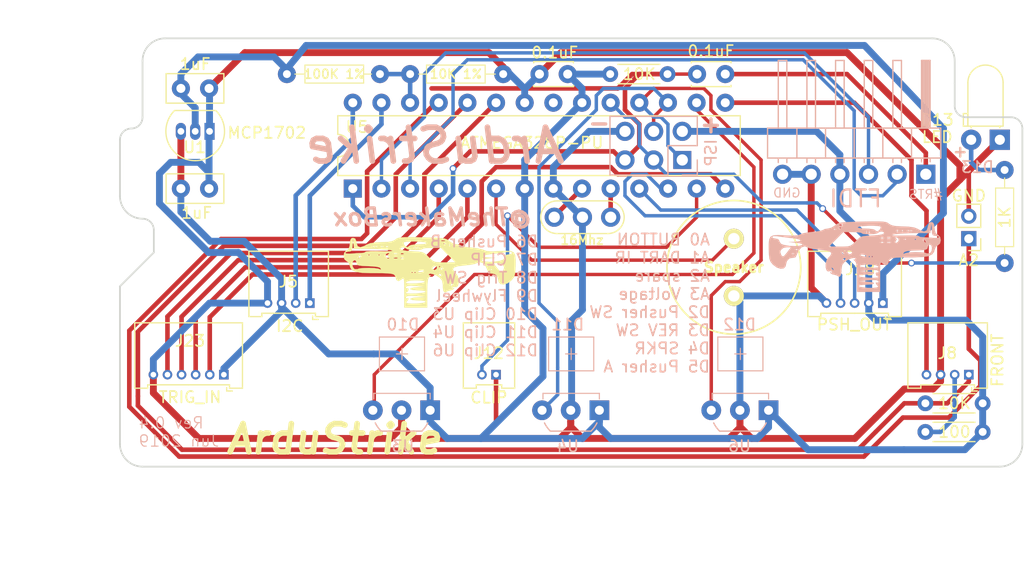
<source format=kicad_pcb>
(kicad_pcb (version 4) (host pcbnew 4.0.6)

  (general
    (links 72)
    (no_connects 0)
    (area 121.576572 83.165 211.073001 135.065001)
    (thickness 1.6)
    (drawings 50)
    (tracks 355)
    (zones 0)
    (modules 30)
    (nets 31)
  )

  (page A4)
  (title_block
    (date "lun. 30 mars 2015")
  )

  (layers
    (0 F.Cu signal)
    (31 B.Cu signal)
    (32 B.Adhes user)
    (33 F.Adhes user)
    (34 B.Paste user)
    (35 F.Paste user)
    (36 B.SilkS user)
    (37 F.SilkS user)
    (38 B.Mask user)
    (39 F.Mask user)
    (40 Dwgs.User user)
    (41 Cmts.User user)
    (42 Eco1.User user)
    (43 Eco2.User user)
    (44 Edge.Cuts user)
    (45 Margin user)
    (46 B.CrtYd user)
    (47 F.CrtYd user)
    (48 B.Fab user)
    (49 F.Fab user)
  )

  (setup
    (last_trace_width 0.25)
    (user_trace_width 0.254)
    (user_trace_width 0.3048)
    (user_trace_width 0.4064)
    (user_trace_width 0.6096)
    (user_trace_width 0.9144)
    (user_trace_width 1.524)
    (user_trace_width 2.032)
    (trace_clearance 0.2)
    (zone_clearance 0.508)
    (zone_45_only no)
    (trace_min 0.2)
    (segment_width 0.15)
    (edge_width 0.15)
    (via_size 0.6)
    (via_drill 0.4)
    (via_min_size 0.4)
    (via_min_drill 0.3)
    (uvia_size 0.3)
    (uvia_drill 0.1)
    (uvias_allowed no)
    (uvia_min_size 0.2)
    (uvia_min_drill 0.1)
    (pcb_text_width 0.3)
    (pcb_text_size 1.5 1.5)
    (mod_edge_width 0.15)
    (mod_text_size 1 1)
    (mod_text_width 0.15)
    (pad_size 2.4 2.4)
    (pad_drill 1.6)
    (pad_to_mask_clearance 0)
    (aux_axis_origin 110.998 126.365)
    (grid_origin 110.998 126.365)
    (visible_elements 7FFFFFFF)
    (pcbplotparams
      (layerselection 0x010f0_80000001)
      (usegerberextensions true)
      (excludeedgelayer true)
      (linewidth 0.100000)
      (plotframeref false)
      (viasonmask false)
      (mode 1)
      (useauxorigin false)
      (hpglpennumber 1)
      (hpglpenspeed 20)
      (hpglpendiameter 15)
      (hpglpenoverlay 2)
      (psnegative false)
      (psa4output false)
      (plotreference true)
      (plotvalue true)
      (plotinvisibletext false)
      (padsonsilk false)
      (subtractmaskfromsilk false)
      (outputformat 1)
      (mirror false)
      (drillshape 0)
      (scaleselection 1)
      (outputdirectory gerbers/))
  )

  (net 0 "")
  (net 1 /Reset)
  (net 2 GND)
  (net 3 /A0)
  (net 4 /A1)
  (net 5 /A2)
  (net 6 /A3)
  (net 7 /AREF)
  (net 8 "/A4(SDA)")
  (net 9 "/A5(SCL)")
  (net 10 "/9(**)")
  (net 11 /8)
  (net 12 /7)
  (net 13 "/6(**)")
  (net 14 "/5(**)")
  (net 15 /4)
  (net 16 "/3(**)")
  (net 17 /2)
  (net 18 "/13(SCK)")
  (net 19 "/12(MISO)")
  (net 20 VCC)
  (net 21 "Net-(D2-Pad2)")
  (net 22 "Net-(U5-Pad9)")
  (net 23 "Net-(U5-Pad10)")
  (net 24 "/11(MOSI)")
  (net 25 "/10(SS)")
  (net 26 "/0(Rx)")
  (net 27 "/1(Tx)")
  (net 28 /Vin)
  (net 29 /#RTS)
  (net 30 "Net-(J8-Pad2)")

  (net_class Default "This is the default net class."
    (clearance 0.2)
    (trace_width 0.25)
    (via_dia 0.6)
    (via_drill 0.4)
    (uvia_dia 0.3)
    (uvia_drill 0.1)
    (add_net /#RTS)
    (add_net "/0(Rx)")
    (add_net "/1(Tx)")
    (add_net "/10(SS)")
    (add_net "/11(MOSI)")
    (add_net "/12(MISO)")
    (add_net "/13(SCK)")
    (add_net /2)
    (add_net "/3(**)")
    (add_net /4)
    (add_net "/5(**)")
    (add_net "/6(**)")
    (add_net /7)
    (add_net /8)
    (add_net "/9(**)")
    (add_net /A0)
    (add_net /A1)
    (add_net /A2)
    (add_net /A3)
    (add_net "/A4(SDA)")
    (add_net "/A5(SCL)")
    (add_net /AREF)
    (add_net /Reset)
    (add_net /Vin)
    (add_net GND)
    (add_net "Net-(D2-Pad2)")
    (add_net "Net-(J8-Pad2)")
    (add_net "Net-(U5-Pad10)")
    (add_net "Net-(U5-Pad9)")
    (add_net VCC)
  )

  (module footprints:SPEAKER (layer F.Cu) (tedit 5D04DAF3) (tstamp 5CF7F78A)
    (at 185.42 106.68)
    (descr "Switch inverseur")
    (tags "SWITCH DEV")
    (path /5CF98DB6)
    (fp_text reference LS1 (at 0 5.08) (layer F.SilkS) hide
      (effects (font (size 1.016 1.016) (thickness 0.2032)))
    )
    (fp_text value Speaker (at 0 0) (layer F.SilkS)
      (effects (font (size 0.889 0.889) (thickness 0.22225)))
    )
    (fp_circle (center 0 0) (end -5.842 -1.016) (layer F.SilkS) (width 0.15))
    (pad 2 thru_hole circle (at 0 2.54) (size 1.778 1.778) (drill 1.016) (layers *.Cu *.Mask F.SilkS)
      (net 2 GND))
    (pad 1 thru_hole circle (at 0 -2.54) (size 1.778 1.778) (drill 1.016) (layers *.Cu *.Mask F.SilkS)
      (net 15 /4))
  )

  (module footprints:Hall_Sensor (layer B.Cu) (tedit 5D123750) (tstamp 5CE767A8)
    (at 173.498 119.365 180)
    (descr "TO-92 leads in-line, wide, drill 0.8mm (see NXP sot054_po.pdf)")
    (tags "to-92 sc-43 sc-43a sot54 PA33 transistor")
    (path /5CE20965)
    (fp_text reference U4 (at 2.81 -3.19 360) (layer B.SilkS)
      (effects (font (size 1 1) (thickness 0.15)) (justify mirror))
    )
    (fp_text value "HALL SENSOR" (at 6.477 0.381 270) (layer B.SilkS) hide
      (effects (font (size 1 1) (thickness 0.15)) (justify mirror))
    )
    (fp_line (start 0.5 6.5) (end 4.5 6.5) (layer B.SilkS) (width 0.1))
    (fp_line (start 4.5 6.5) (end 4.5 3.5) (layer B.SilkS) (width 0.1))
    (fp_line (start 4.5 3.5) (end 0.5 3.5) (layer B.SilkS) (width 0.1))
    (fp_line (start 0.5 3.5) (end 0.5 6.5) (layer B.SilkS) (width 0.1))
    (fp_line (start 2.5 5.5) (end 2.5 4.5) (layer B.SilkS) (width 0.1))
    (fp_line (start 2 5) (end 3 5) (layer B.SilkS) (width 0.1))
    (fp_line (start 0 1) (end 0 1.5) (layer B.SilkS) (width 0.1))
    (fp_line (start 0 1.5) (end 5 1.5) (layer B.SilkS) (width 0.1))
    (fp_line (start 5 1.5) (end 5 1) (layer B.SilkS) (width 0.1))
    (fp_text user %R (at 2.175 -3.19 360) (layer B.Fab)
      (effects (font (size 1 1) (thickness 0.15)) (justify mirror))
    )
    (fp_line (start 0.74 -1.85) (end 4.34 -1.85) (layer B.SilkS) (width 0.12))
    (fp_line (start 0.8 -1.75) (end 4.3 -1.75) (layer B.Fab) (width 0.1))
    (fp_line (start -1.01 2.73) (end 6.09 2.73) (layer B.CrtYd) (width 0.05))
    (fp_line (start -1.01 2.73) (end -1.01 -2.01) (layer B.CrtYd) (width 0.05))
    (fp_line (start 6.09 -2.01) (end 6.09 2.73) (layer B.CrtYd) (width 0.05))
    (fp_line (start 6.09 -2.01) (end -1.01 -2.01) (layer B.CrtYd) (width 0.05))
    (fp_arc (start 2.54 0) (end 0.74 -1.85) (angle -20) (layer B.SilkS) (width 0.12))
    (fp_arc (start 2.54 0) (end 4.34 -1.85) (angle 20) (layer B.SilkS) (width 0.12))
    (pad 3 thru_hole circle (at 5.08 0 90) (size 1.75 1.75) (drill 0.8) (layers *.Cu *.Mask)
      (net 24 "/11(MOSI)"))
    (pad 2 thru_hole circle (at 2.54 0 90) (size 1.75 1.75) (drill 0.8) (layers *.Cu *.Mask)
      (net 2 GND))
    (pad 1 thru_hole rect (at 0 0 90) (size 1.75 1.75) (drill 0.8) (layers *.Cu *.Mask)
      (net 20 VCC))
    (model ${KISYS3DMOD}/TO_SOT_Packages_THT.3dshapes/TO-92_Inline_Wide.wrl
      (at (xyz 0.1 0 0))
      (scale (xyz 1 1 1))
      (rotate (xyz 0 0 -90))
    )
  )

  (module footprints:Molex_PicoBlade_53048-0610_06x1.25mm_Angled (layer F.Cu) (tedit 5CFFD746) (tstamp 5D001F06)
    (at 140.208 116.205 180)
    (descr "Molex PicoBlade, single row, side entry type, through hole, PN:53048-0610")
    (tags "connector molex picoblade")
    (path /5CFC1FA0)
    (fp_text reference J23 (at 3 3 180) (layer F.SilkS)
      (effects (font (size 1 1) (thickness 0.15)))
    )
    (fp_text value TRIG_IN (at 3 -2 180) (layer F.SilkS)
      (effects (font (size 1 1) (thickness 0.15)))
    )
    (fp_line (start -0.25 -1.15) (end -0.25 -1.45) (layer F.SilkS) (width 0.12))
    (fp_line (start -0.25 -1.45) (end -0.75 -1.45) (layer F.SilkS) (width 0.12))
    (fp_line (start -0.25 -1.15) (end -0.25 -1.45) (layer F.Fab) (width 0.1))
    (fp_line (start -0.25 -1.45) (end -0.75 -1.45) (layer F.Fab) (width 0.1))
    (fp_line (start 3.1 -1.25) (end -0.15 -1.25) (layer F.CrtYd) (width 0.05))
    (fp_line (start -0.15 -1.25) (end -0.15 -1.55) (layer F.CrtYd) (width 0.05))
    (fp_line (start -0.15 -1.55) (end -2 -1.55) (layer F.CrtYd) (width 0.05))
    (fp_line (start -2 -1.55) (end -2 4.95) (layer F.CrtYd) (width 0.05))
    (fp_line (start -2 4.95) (end 3.1 4.95) (layer F.CrtYd) (width 0.05))
    (fp_line (start 3.1 -1.25) (end 6.4 -1.25) (layer F.CrtYd) (width 0.05))
    (fp_line (start 6.4 -1.25) (end 6.4 -1.55) (layer F.CrtYd) (width 0.05))
    (fp_line (start 6.4 -1.55) (end 8.25 -1.55) (layer F.CrtYd) (width 0.05))
    (fp_line (start 8.25 -1.55) (end 8.25 4.95) (layer F.CrtYd) (width 0.05))
    (fp_line (start 8.25 4.95) (end 3.1 4.95) (layer F.CrtYd) (width 0.05))
    (fp_line (start 3.125 -0.75) (end -0.65 -0.75) (layer F.Fab) (width 0.1))
    (fp_line (start -0.65 -0.75) (end -0.65 -1.05) (layer F.Fab) (width 0.1))
    (fp_line (start -0.65 -1.05) (end -1.5 -1.05) (layer F.Fab) (width 0.1))
    (fp_line (start -1.5 -1.05) (end -1.5 4.45) (layer F.Fab) (width 0.1))
    (fp_line (start -1.5 4.45) (end 3.125 4.45) (layer F.Fab) (width 0.1))
    (fp_line (start 3.125 -0.75) (end 6.9 -0.75) (layer F.Fab) (width 0.1))
    (fp_line (start 6.9 -0.75) (end 6.9 -1.05) (layer F.Fab) (width 0.1))
    (fp_line (start 6.9 -1.05) (end 7.75 -1.05) (layer F.Fab) (width 0.1))
    (fp_line (start 7.75 -1.05) (end 7.75 4.45) (layer F.Fab) (width 0.1))
    (fp_line (start 7.75 4.45) (end 3.125 4.45) (layer F.Fab) (width 0.1))
    (fp_line (start 3.125 -0.9) (end -0.5 -0.9) (layer F.SilkS) (width 0.12))
    (fp_line (start -0.5 -0.9) (end -0.5 -1.2) (layer F.SilkS) (width 0.12))
    (fp_line (start -0.5 -1.2) (end -1.65 -1.2) (layer F.SilkS) (width 0.12))
    (fp_line (start -1.65 -1.2) (end -1.65 4.6) (layer F.SilkS) (width 0.12))
    (fp_line (start -1.65 4.6) (end 3.125 4.6) (layer F.SilkS) (width 0.12))
    (fp_line (start 3.125 -0.9) (end 6.75 -0.9) (layer F.SilkS) (width 0.12))
    (fp_line (start 6.75 -0.9) (end 6.75 -1.2) (layer F.SilkS) (width 0.12))
    (fp_line (start 6.75 -1.2) (end 7.9 -1.2) (layer F.SilkS) (width 0.12))
    (fp_line (start 7.9 -1.2) (end 7.9 4.6) (layer F.SilkS) (width 0.12))
    (fp_line (start 7.9 4.6) (end 3.125 4.6) (layer F.SilkS) (width 0.12))
    (fp_text user %R (at 3.125 3 180) (layer F.Fab)
      (effects (font (size 1 1) (thickness 0.15)))
    )
    (pad 1 thru_hole rect (at 0 0 180) (size 0.85 0.85) (drill 0.5) (layers *.Cu *.Mask)
      (net 20 VCC))
    (pad 2 thru_hole circle (at 1.25 0 180) (size 0.85 0.85) (drill 0.5) (layers *.Cu *.Mask)
      (net 11 /8))
    (pad 3 thru_hole circle (at 2.5 0 180) (size 0.85 0.85) (drill 0.5) (layers *.Cu *.Mask)
      (net 16 "/3(**)"))
    (pad 4 thru_hole circle (at 3.75 0 180) (size 0.85 0.85) (drill 0.5) (layers *.Cu *.Mask)
      (net 17 /2))
    (pad 5 thru_hole circle (at 5 0 180) (size 0.85 0.85) (drill 0.5) (layers *.Cu *.Mask)
      (net 3 /A0))
    (pad 6 thru_hole circle (at 6.25 0 180) (size 0.85 0.85) (drill 0.5) (layers *.Cu *.Mask)
      (net 2 GND))
    (model ${KISYS3DMOD}/Connectors_Molex.3dshapes/Molex_PicoBlade_53048-0610_06x1.25mm_Angled.wrl
      (at (xyz 0 0 0))
      (scale (xyz 1 1 1))
      (rotate (xyz 0 0 0))
    )
  )

  (module footprints:Molex_PicoBlade_53048-0510_05x1.25mm_Angled (layer F.Cu) (tedit 5D1162A8) (tstamp 5D001E6A)
    (at 198.628 109.855 180)
    (descr "Molex PicoBlade, single row, side entry type, through hole, PN:53048-0510")
    (tags "connector molex picoblade")
    (path /5CF86D22)
    (fp_text reference J18 (at 2 3 180) (layer F.SilkS)
      (effects (font (size 1 1) (thickness 0.15)))
    )
    (fp_text value PSH_OUT (at 2.54 -1.905 180) (layer F.SilkS)
      (effects (font (size 1 1) (thickness 0.15)))
    )
    (fp_line (start -0.25 -1.15) (end -0.25 -1.45) (layer F.SilkS) (width 0.12))
    (fp_line (start -0.25 -1.45) (end -0.75 -1.45) (layer F.SilkS) (width 0.12))
    (fp_line (start -0.25 -1.15) (end -0.25 -1.45) (layer F.Fab) (width 0.1))
    (fp_line (start -0.25 -1.45) (end -0.75 -1.45) (layer F.Fab) (width 0.1))
    (fp_line (start 2.5 -1.25) (end -0.15 -1.25) (layer F.CrtYd) (width 0.05))
    (fp_line (start -0.15 -1.25) (end -0.15 -1.55) (layer F.CrtYd) (width 0.05))
    (fp_line (start -0.15 -1.55) (end -2 -1.55) (layer F.CrtYd) (width 0.05))
    (fp_line (start -2 -1.55) (end -2 4.95) (layer F.CrtYd) (width 0.05))
    (fp_line (start -2 4.95) (end 2.5 4.95) (layer F.CrtYd) (width 0.05))
    (fp_line (start 2.5 -1.25) (end 5.15 -1.25) (layer F.CrtYd) (width 0.05))
    (fp_line (start 5.15 -1.25) (end 5.15 -1.55) (layer F.CrtYd) (width 0.05))
    (fp_line (start 5.15 -1.55) (end 7 -1.55) (layer F.CrtYd) (width 0.05))
    (fp_line (start 7 -1.55) (end 7 4.95) (layer F.CrtYd) (width 0.05))
    (fp_line (start 7 4.95) (end 2.5 4.95) (layer F.CrtYd) (width 0.05))
    (fp_line (start 2.5 -0.75) (end -0.65 -0.75) (layer F.Fab) (width 0.1))
    (fp_line (start -0.65 -0.75) (end -0.65 -1.05) (layer F.Fab) (width 0.1))
    (fp_line (start -0.65 -1.05) (end -1.5 -1.05) (layer F.Fab) (width 0.1))
    (fp_line (start -1.5 -1.05) (end -1.5 4.45) (layer F.Fab) (width 0.1))
    (fp_line (start -1.5 4.45) (end 2.5 4.45) (layer F.Fab) (width 0.1))
    (fp_line (start 2.5 -0.75) (end 5.65 -0.75) (layer F.Fab) (width 0.1))
    (fp_line (start 5.65 -0.75) (end 5.65 -1.05) (layer F.Fab) (width 0.1))
    (fp_line (start 5.65 -1.05) (end 6.5 -1.05) (layer F.Fab) (width 0.1))
    (fp_line (start 6.5 -1.05) (end 6.5 4.45) (layer F.Fab) (width 0.1))
    (fp_line (start 6.5 4.45) (end 2.5 4.45) (layer F.Fab) (width 0.1))
    (fp_line (start 2.5 -0.9) (end -0.5 -0.9) (layer F.SilkS) (width 0.12))
    (fp_line (start -0.5 -0.9) (end -0.5 -1.2) (layer F.SilkS) (width 0.12))
    (fp_line (start -0.5 -1.2) (end -1.65 -1.2) (layer F.SilkS) (width 0.12))
    (fp_line (start -1.65 -1.2) (end -1.65 4.6) (layer F.SilkS) (width 0.12))
    (fp_line (start -1.65 4.6) (end 2.5 4.6) (layer F.SilkS) (width 0.12))
    (fp_line (start 2.5 -0.9) (end 5.5 -0.9) (layer F.SilkS) (width 0.12))
    (fp_line (start 5.5 -0.9) (end 5.5 -1.2) (layer F.SilkS) (width 0.12))
    (fp_line (start 5.5 -1.2) (end 6.65 -1.2) (layer F.SilkS) (width 0.12))
    (fp_line (start 6.65 -1.2) (end 6.65 4.6) (layer F.SilkS) (width 0.12))
    (fp_line (start 6.65 4.6) (end 2.5 4.6) (layer F.SilkS) (width 0.12))
    (fp_text user %R (at 2.5 3 180) (layer F.Fab)
      (effects (font (size 1 1) (thickness 0.15)))
    )
    (pad 1 thru_hole rect (at 0 0 180) (size 0.85 0.85) (drill 0.5) (layers *.Cu *.Mask)
      (net 28 /Vin))
    (pad 2 thru_hole circle (at 1.25 0 180) (size 0.85 0.85) (drill 0.5) (layers *.Cu *.Mask)
      (net 20 VCC))
    (pad 3 thru_hole circle (at 2.5 0 180) (size 0.85 0.85) (drill 0.5) (layers *.Cu *.Mask)
      (net 14 "/5(**)"))
    (pad 4 thru_hole circle (at 3.75 0 180) (size 0.85 0.85) (drill 0.5) (layers *.Cu *.Mask)
      (net 13 "/6(**)"))
    (pad 5 thru_hole circle (at 5 0 180) (size 0.85 0.85) (drill 0.5) (layers *.Cu *.Mask)
      (net 2 GND))
    (model ${KISYS3DMOD}/Connectors_Molex.3dshapes/Molex_PicoBlade_53048-0510_05x1.25mm_Angled.wrl
      (at (xyz 0 0 0))
      (scale (xyz 1 1 1))
      (rotate (xyz 0 0 0))
    )
  )

  (module footprints:Molex_PicoBlade_53048-0410_04x1.25mm_Angled (layer F.Cu) (tedit 5CE5B7F0) (tstamp 5CE79943)
    (at 147.828 109.855 180)
    (descr "Molex PicoBlade, single row, side entry type, through hole, PN:53048-0410")
    (tags "connector molex picoblade")
    (path /5CE17509)
    (fp_text reference J5 (at 1.905 1.905 180) (layer F.SilkS)
      (effects (font (size 1 1) (thickness 0.15)))
    )
    (fp_text value I2C (at 1.778 -2.032 180) (layer F.SilkS)
      (effects (font (size 1 1) (thickness 0.15)))
    )
    (fp_line (start -0.25 -1.15) (end -0.25 -1.45) (layer F.SilkS) (width 0.12))
    (fp_line (start -0.25 -1.45) (end -0.75 -1.45) (layer F.SilkS) (width 0.12))
    (fp_line (start -0.25 -1.15) (end -0.25 -1.45) (layer F.Fab) (width 0.1))
    (fp_line (start -0.25 -1.45) (end -0.75 -1.45) (layer F.Fab) (width 0.1))
    (fp_line (start 1.85 -1.25) (end -0.15 -1.25) (layer F.CrtYd) (width 0.05))
    (fp_line (start -0.15 -1.25) (end -0.15 -1.55) (layer F.CrtYd) (width 0.05))
    (fp_line (start -0.15 -1.55) (end -2 -1.55) (layer F.CrtYd) (width 0.05))
    (fp_line (start -2 -1.55) (end -2 4.95) (layer F.CrtYd) (width 0.05))
    (fp_line (start -2 4.95) (end 1.85 4.95) (layer F.CrtYd) (width 0.05))
    (fp_line (start 1.85 -1.25) (end 3.9 -1.25) (layer F.CrtYd) (width 0.05))
    (fp_line (start 3.9 -1.25) (end 3.9 -1.55) (layer F.CrtYd) (width 0.05))
    (fp_line (start 3.9 -1.55) (end 5.75 -1.55) (layer F.CrtYd) (width 0.05))
    (fp_line (start 5.75 -1.55) (end 5.75 4.95) (layer F.CrtYd) (width 0.05))
    (fp_line (start 5.75 4.95) (end 1.85 4.95) (layer F.CrtYd) (width 0.05))
    (fp_line (start 1.875 -0.75) (end -0.65 -0.75) (layer F.Fab) (width 0.1))
    (fp_line (start -0.65 -0.75) (end -0.65 -1.05) (layer F.Fab) (width 0.1))
    (fp_line (start -0.65 -1.05) (end -1.5 -1.05) (layer F.Fab) (width 0.1))
    (fp_line (start -1.5 -1.05) (end -1.5 4.45) (layer F.Fab) (width 0.1))
    (fp_line (start -1.5 4.45) (end 1.875 4.45) (layer F.Fab) (width 0.1))
    (fp_line (start 1.875 -0.75) (end 4.4 -0.75) (layer F.Fab) (width 0.1))
    (fp_line (start 4.4 -0.75) (end 4.4 -1.05) (layer F.Fab) (width 0.1))
    (fp_line (start 4.4 -1.05) (end 5.25 -1.05) (layer F.Fab) (width 0.1))
    (fp_line (start 5.25 -1.05) (end 5.25 4.45) (layer F.Fab) (width 0.1))
    (fp_line (start 5.25 4.45) (end 1.875 4.45) (layer F.Fab) (width 0.1))
    (fp_line (start 1.875 -0.9) (end -0.5 -0.9) (layer F.SilkS) (width 0.12))
    (fp_line (start -0.5 -0.9) (end -0.5 -1.2) (layer F.SilkS) (width 0.12))
    (fp_line (start -0.5 -1.2) (end -1.65 -1.2) (layer F.SilkS) (width 0.12))
    (fp_line (start -1.65 -1.2) (end -1.65 4.6) (layer F.SilkS) (width 0.12))
    (fp_line (start -1.65 4.6) (end 1.875 4.6) (layer F.SilkS) (width 0.12))
    (fp_line (start 1.875 -0.9) (end 4.25 -0.9) (layer F.SilkS) (width 0.12))
    (fp_line (start 4.25 -0.9) (end 4.25 -1.2) (layer F.SilkS) (width 0.12))
    (fp_line (start 4.25 -1.2) (end 5.4 -1.2) (layer F.SilkS) (width 0.12))
    (fp_line (start 5.4 -1.2) (end 5.4 4.6) (layer F.SilkS) (width 0.12))
    (fp_line (start 5.4 4.6) (end 1.875 4.6) (layer F.SilkS) (width 0.12))
    (fp_text user %R (at 1.875 3 180) (layer F.Fab)
      (effects (font (size 1 1) (thickness 0.15)))
    )
    (pad 1 thru_hole rect (at 0 0 180) (size 0.85 0.85) (drill 0.5) (layers *.Cu *.Mask)
      (net 8 "/A4(SDA)"))
    (pad 2 thru_hole circle (at 1.25 0 180) (size 0.85 0.85) (drill 0.5) (layers *.Cu *.Mask)
      (net 9 "/A5(SCL)"))
    (pad 3 thru_hole circle (at 2.5 0 180) (size 0.85 0.85) (drill 0.5) (layers *.Cu *.Mask)
      (net 20 VCC))
    (pad 4 thru_hole circle (at 3.75 0 180) (size 0.85 0.85) (drill 0.5) (layers *.Cu *.Mask)
      (net 2 GND))
    (model ${KISYS3DMOD}/Connectors_Molex.3dshapes/Molex_PicoBlade_53048-0410_04x1.25mm_Angled.wrl
      (at (xyz 0 0 0))
      (scale (xyz 1 1 1))
      (rotate (xyz 0 0 0))
    )
  )

  (module footprints:Pin_Header_Angled_1x06_Pitch2.54mm (layer B.Cu) (tedit 5D04DD59) (tstamp 5CE766F8)
    (at 202.438 98.425 90)
    (descr "Through hole angled pin header, 1x06, 2.54mm pitch, 6mm pin length, single row")
    (tags "Through hole angled pin header THT 1x06 2.54mm single row")
    (path /5CE157C8)
    (fp_text reference J7 (at 4.385 2.27 90) (layer B.SilkS) hide
      (effects (font (size 1 1) (thickness 0.15)) (justify mirror))
    )
    (fp_text value FTDI (at 4.385 -14.97 90) (layer B.Fab)
      (effects (font (size 1 1) (thickness 0.15)) (justify mirror))
    )
    (fp_line (start 2.135 1.27) (end 4.04 1.27) (layer B.Fab) (width 0.1))
    (fp_line (start 4.04 1.27) (end 4.04 -13.97) (layer B.Fab) (width 0.1))
    (fp_line (start 4.04 -13.97) (end 1.5 -13.97) (layer B.Fab) (width 0.1))
    (fp_line (start 1.5 -13.97) (end 1.5 0.635) (layer B.Fab) (width 0.1))
    (fp_line (start 1.5 0.635) (end 2.135 1.27) (layer B.Fab) (width 0.1))
    (fp_line (start -0.32 0.32) (end 1.5 0.32) (layer B.Fab) (width 0.1))
    (fp_line (start -0.32 0.32) (end -0.32 -0.32) (layer B.Fab) (width 0.1))
    (fp_line (start -0.32 -0.32) (end 1.5 -0.32) (layer B.Fab) (width 0.1))
    (fp_line (start 4.04 0.32) (end 10.04 0.32) (layer B.Fab) (width 0.1))
    (fp_line (start 10.04 0.32) (end 10.04 -0.32) (layer B.Fab) (width 0.1))
    (fp_line (start 4.04 -0.32) (end 10.04 -0.32) (layer B.Fab) (width 0.1))
    (fp_line (start -0.32 -2.22) (end 1.5 -2.22) (layer B.Fab) (width 0.1))
    (fp_line (start -0.32 -2.22) (end -0.32 -2.86) (layer B.Fab) (width 0.1))
    (fp_line (start -0.32 -2.86) (end 1.5 -2.86) (layer B.Fab) (width 0.1))
    (fp_line (start 4.04 -2.22) (end 10.04 -2.22) (layer B.Fab) (width 0.1))
    (fp_line (start 10.04 -2.22) (end 10.04 -2.86) (layer B.Fab) (width 0.1))
    (fp_line (start 4.04 -2.86) (end 10.04 -2.86) (layer B.Fab) (width 0.1))
    (fp_line (start -0.32 -4.76) (end 1.5 -4.76) (layer B.Fab) (width 0.1))
    (fp_line (start -0.32 -4.76) (end -0.32 -5.4) (layer B.Fab) (width 0.1))
    (fp_line (start -0.32 -5.4) (end 1.5 -5.4) (layer B.Fab) (width 0.1))
    (fp_line (start 4.04 -4.76) (end 10.04 -4.76) (layer B.Fab) (width 0.1))
    (fp_line (start 10.04 -4.76) (end 10.04 -5.4) (layer B.Fab) (width 0.1))
    (fp_line (start 4.04 -5.4) (end 10.04 -5.4) (layer B.Fab) (width 0.1))
    (fp_line (start -0.32 -7.3) (end 1.5 -7.3) (layer B.Fab) (width 0.1))
    (fp_line (start -0.32 -7.3) (end -0.32 -7.94) (layer B.Fab) (width 0.1))
    (fp_line (start -0.32 -7.94) (end 1.5 -7.94) (layer B.Fab) (width 0.1))
    (fp_line (start 4.04 -7.3) (end 10.04 -7.3) (layer B.Fab) (width 0.1))
    (fp_line (start 10.04 -7.3) (end 10.04 -7.94) (layer B.Fab) (width 0.1))
    (fp_line (start 4.04 -7.94) (end 10.04 -7.94) (layer B.Fab) (width 0.1))
    (fp_line (start -0.32 -9.84) (end 1.5 -9.84) (layer B.Fab) (width 0.1))
    (fp_line (start -0.32 -9.84) (end -0.32 -10.48) (layer B.Fab) (width 0.1))
    (fp_line (start -0.32 -10.48) (end 1.5 -10.48) (layer B.Fab) (width 0.1))
    (fp_line (start 4.04 -9.84) (end 10.04 -9.84) (layer B.Fab) (width 0.1))
    (fp_line (start 10.04 -9.84) (end 10.04 -10.48) (layer B.Fab) (width 0.1))
    (fp_line (start 4.04 -10.48) (end 10.04 -10.48) (layer B.Fab) (width 0.1))
    (fp_line (start -0.32 -12.38) (end 1.5 -12.38) (layer B.Fab) (width 0.1))
    (fp_line (start -0.32 -12.38) (end -0.32 -13.02) (layer B.Fab) (width 0.1))
    (fp_line (start -0.32 -13.02) (end 1.5 -13.02) (layer B.Fab) (width 0.1))
    (fp_line (start 4.04 -12.38) (end 10.04 -12.38) (layer B.Fab) (width 0.1))
    (fp_line (start 10.04 -12.38) (end 10.04 -13.02) (layer B.Fab) (width 0.1))
    (fp_line (start 4.04 -13.02) (end 10.04 -13.02) (layer B.Fab) (width 0.1))
    (fp_line (start 1.44 1.33) (end 1.44 -14.03) (layer B.SilkS) (width 0.12))
    (fp_line (start 1.44 -14.03) (end 4.1 -14.03) (layer B.SilkS) (width 0.12))
    (fp_line (start 4.1 -14.03) (end 4.1 1.33) (layer B.SilkS) (width 0.12))
    (fp_line (start 4.1 1.33) (end 1.44 1.33) (layer B.SilkS) (width 0.12))
    (fp_line (start 4.1 0.38) (end 10.1 0.38) (layer B.SilkS) (width 0.12))
    (fp_line (start 10.1 0.38) (end 10.1 -0.38) (layer B.SilkS) (width 0.12))
    (fp_line (start 10.1 -0.38) (end 4.1 -0.38) (layer B.SilkS) (width 0.12))
    (fp_line (start 4.1 0.32) (end 10.1 0.32) (layer B.SilkS) (width 0.12))
    (fp_line (start 4.1 0.2) (end 10.1 0.2) (layer B.SilkS) (width 0.12))
    (fp_line (start 4.1 0.08) (end 10.1 0.08) (layer B.SilkS) (width 0.12))
    (fp_line (start 4.1 -0.04) (end 10.1 -0.04) (layer B.SilkS) (width 0.12))
    (fp_line (start 4.1 -0.16) (end 10.1 -0.16) (layer B.SilkS) (width 0.12))
    (fp_line (start 4.1 -0.28) (end 10.1 -0.28) (layer B.SilkS) (width 0.12))
    (fp_line (start 1.11 0.38) (end 1.44 0.38) (layer B.SilkS) (width 0.12))
    (fp_line (start 1.11 -0.38) (end 1.44 -0.38) (layer B.SilkS) (width 0.12))
    (fp_line (start 1.44 -1.27) (end 4.1 -1.27) (layer B.SilkS) (width 0.12))
    (fp_line (start 4.1 -2.16) (end 10.1 -2.16) (layer B.SilkS) (width 0.12))
    (fp_line (start 10.1 -2.16) (end 10.1 -2.92) (layer B.SilkS) (width 0.12))
    (fp_line (start 10.1 -2.92) (end 4.1 -2.92) (layer B.SilkS) (width 0.12))
    (fp_line (start 1.042929 -2.16) (end 1.44 -2.16) (layer B.SilkS) (width 0.12))
    (fp_line (start 1.042929 -2.92) (end 1.44 -2.92) (layer B.SilkS) (width 0.12))
    (fp_line (start 1.44 -3.81) (end 4.1 -3.81) (layer B.SilkS) (width 0.12))
    (fp_line (start 4.1 -4.7) (end 10.1 -4.7) (layer B.SilkS) (width 0.12))
    (fp_line (start 10.1 -4.7) (end 10.1 -5.46) (layer B.SilkS) (width 0.12))
    (fp_line (start 10.1 -5.46) (end 4.1 -5.46) (layer B.SilkS) (width 0.12))
    (fp_line (start 1.042929 -4.7) (end 1.44 -4.7) (layer B.SilkS) (width 0.12))
    (fp_line (start 1.042929 -5.46) (end 1.44 -5.46) (layer B.SilkS) (width 0.12))
    (fp_line (start 1.44 -6.35) (end 4.1 -6.35) (layer B.SilkS) (width 0.12))
    (fp_line (start 4.1 -7.24) (end 10.1 -7.24) (layer B.SilkS) (width 0.12))
    (fp_line (start 10.1 -7.24) (end 10.1 -8) (layer B.SilkS) (width 0.12))
    (fp_line (start 10.1 -8) (end 4.1 -8) (layer B.SilkS) (width 0.12))
    (fp_line (start 1.042929 -7.24) (end 1.44 -7.24) (layer B.SilkS) (width 0.12))
    (fp_line (start 1.042929 -8) (end 1.44 -8) (layer B.SilkS) (width 0.12))
    (fp_line (start 1.44 -8.89) (end 4.1 -8.89) (layer B.SilkS) (width 0.12))
    (fp_line (start 4.1 -9.78) (end 10.1 -9.78) (layer B.SilkS) (width 0.12))
    (fp_line (start 10.1 -9.78) (end 10.1 -10.54) (layer B.SilkS) (width 0.12))
    (fp_line (start 10.1 -10.54) (end 4.1 -10.54) (layer B.SilkS) (width 0.12))
    (fp_line (start 1.042929 -9.78) (end 1.44 -9.78) (layer B.SilkS) (width 0.12))
    (fp_line (start 1.042929 -10.54) (end 1.44 -10.54) (layer B.SilkS) (width 0.12))
    (fp_line (start 1.44 -11.43) (end 4.1 -11.43) (layer B.SilkS) (width 0.12))
    (fp_line (start 4.1 -12.32) (end 10.1 -12.32) (layer B.SilkS) (width 0.12))
    (fp_line (start 10.1 -12.32) (end 10.1 -13.08) (layer B.SilkS) (width 0.12))
    (fp_line (start 10.1 -13.08) (end 4.1 -13.08) (layer B.SilkS) (width 0.12))
    (fp_line (start 1.042929 -12.32) (end 1.44 -12.32) (layer B.SilkS) (width 0.12))
    (fp_line (start 1.042929 -13.08) (end 1.44 -13.08) (layer B.SilkS) (width 0.12))
    (fp_line (start -1.8 1.8) (end -1.8 -14.5) (layer B.CrtYd) (width 0.05))
    (fp_line (start -1.8 -14.5) (end 10.55 -14.5) (layer B.CrtYd) (width 0.05))
    (fp_line (start 10.55 -14.5) (end 10.55 1.8) (layer B.CrtYd) (width 0.05))
    (fp_line (start 10.55 1.8) (end -1.8 1.8) (layer B.CrtYd) (width 0.05))
    (fp_text user %R (at 2.77 -6.35 360) (layer B.Fab)
      (effects (font (size 1 1) (thickness 0.15)) (justify mirror))
    )
    (pad 1 thru_hole rect (at 0 0 90) (size 1.7 1.7) (drill 1) (layers *.Cu *.Mask)
      (net 29 /#RTS))
    (pad 2 thru_hole oval (at 0 -2.54 90) (size 1.7 1.7) (drill 1) (layers *.Cu *.Mask)
      (net 27 "/1(Tx)"))
    (pad 3 thru_hole oval (at 0 -5.08 90) (size 1.7 1.7) (drill 1) (layers *.Cu *.Mask)
      (net 26 "/0(Rx)"))
    (pad 4 thru_hole oval (at 0 -7.62 90) (size 1.7 1.7) (drill 1) (layers *.Cu *.Mask)
      (net 20 VCC))
    (pad 5 thru_hole oval (at 0 -10.16 90) (size 1.7 1.7) (drill 1) (layers *.Cu *.Mask)
      (net 2 GND))
    (pad 6 thru_hole oval (at 0 -12.7 90) (size 1.7 1.7) (drill 1) (layers *.Cu *.Mask)
      (net 2 GND))
    (model ${KISYS3DMOD}/Pin_Headers.3dshapes/Pin_Header_Angled_1x06_Pitch2.54mm.wrl
      (at (xyz 0 0 0))
      (scale (xyz 1 1 1))
      (rotate (xyz 0 0 0))
    )
  )

  (module footprints:R__P5.08mm (layer F.Cu) (tedit 5CE6B6CD) (tstamp 5CF899C0)
    (at 204.978 118.745 180)
    (descr "Resistor, Axial_DIN0204 series, Axial, Horizontal, pin pitch=5.08mm, 0.16666666666666666W = 1/6W, length*diameter=3.6*1.6mm^2, http://cdn-reichelt.de/documents/datenblatt/B400/1_4W%23YAG.pdf")
    (tags "Resistor Axial_DIN0204 series Axial Horizontal pin pitch 5.08mm 0.16666666666666666W = 1/6W length 3.6mm diameter 1.6mm")
    (path /5D001371)
    (fp_text reference R20 (at 0 0 180) (layer F.SilkS) hide
      (effects (font (size 1 1) (thickness 0.15)))
    )
    (fp_text value 10K (at 0 0 180) (layer F.SilkS)
      (effects (font (size 1 1) (thickness 0.15)))
    )
    (fp_line (start -1.76 -0.8) (end -1.76 0.8) (layer F.Fab) (width 0.1))
    (fp_line (start -1.76 0.8) (end 1.84 0.8) (layer F.Fab) (width 0.1))
    (fp_line (start 1.84 0.8) (end 1.84 -0.8) (layer F.Fab) (width 0.1))
    (fp_line (start 1.84 -0.8) (end -1.76 -0.8) (layer F.Fab) (width 0.1))
    (fp_line (start -2.5 0) (end -1.76 0) (layer F.Fab) (width 0.1))
    (fp_line (start 2.58 0) (end 1.84 0) (layer F.Fab) (width 0.1))
    (fp_line (start -1.82 -0.86) (end 1.9 -0.86) (layer F.SilkS) (width 0.12))
    (fp_line (start -1.82 0.86) (end 1.9 0.86) (layer F.SilkS) (width 0.12))
    (fp_line (start -3.45 -1.15) (end -3.45 1.15) (layer F.CrtYd) (width 0.05))
    (fp_line (start -3.45 1.15) (end 3.55 1.15) (layer F.CrtYd) (width 0.05))
    (fp_line (start 3.55 1.15) (end 3.55 -1.15) (layer F.CrtYd) (width 0.05))
    (fp_line (start 3.55 -1.15) (end -3.45 -1.15) (layer F.CrtYd) (width 0.05))
    (pad 1 thru_hole circle (at -2.5 0 180) (size 1.4 1.4) (drill 0.7) (layers *.Cu *.Mask)
      (net 20 VCC))
    (pad 2 thru_hole oval (at 2.58 0 180) (size 1.4 1.4) (drill 0.7) (layers *.Cu *.Mask)
      (net 4 /A1))
    (model ${KISYS3DMOD}/Resistors_THT.3dshapes/R_Axial_DIN0204_L3.6mm_D1.6mm_P5.08mm_Horizontal.wrl
      (at (xyz 0 0 0))
      (scale (xyz 0.393701 0.393701 0.393701))
      (rotate (xyz 0 0 0))
    )
  )

  (module footprints:Hall_Sensor (layer B.Cu) (tedit 5D123721) (tstamp 5CE76795)
    (at 158.498 119.365 180)
    (descr "TO-92 leads in-line, wide, drill 0.8mm (see NXP sot054_po.pdf)")
    (tags "to-92 sc-43 sc-43a sot54 PA33 transistor")
    (path /5CE1F6F9)
    (fp_text reference U3 (at 2.415 -3.19 360) (layer B.SilkS)
      (effects (font (size 1 1) (thickness 0.15)) (justify mirror))
    )
    (fp_text value "HALL SENSOR" (at 6.477 0.381 270) (layer B.SilkS) hide
      (effects (font (size 1 1) (thickness 0.15)) (justify mirror))
    )
    (fp_line (start 0.5 6.5) (end 4.5 6.5) (layer B.SilkS) (width 0.1))
    (fp_line (start 4.5 6.5) (end 4.5 3.5) (layer B.SilkS) (width 0.1))
    (fp_line (start 4.5 3.5) (end 0.5 3.5) (layer B.SilkS) (width 0.1))
    (fp_line (start 0.5 3.5) (end 0.5 6.5) (layer B.SilkS) (width 0.1))
    (fp_line (start 2.5 5.5) (end 2.5 4.5) (layer B.SilkS) (width 0.1))
    (fp_line (start 2 5) (end 3 5) (layer B.SilkS) (width 0.1))
    (fp_line (start 0 1) (end 0 1.5) (layer B.SilkS) (width 0.1))
    (fp_line (start 0 1.5) (end 5 1.5) (layer B.SilkS) (width 0.1))
    (fp_line (start 5 1.5) (end 5 1) (layer B.SilkS) (width 0.1))
    (fp_text user %R (at 2.542 -2.809 360) (layer B.Fab)
      (effects (font (size 1 1) (thickness 0.15)) (justify mirror))
    )
    (fp_line (start 0.74 -1.85) (end 4.34 -1.85) (layer B.SilkS) (width 0.12))
    (fp_line (start 0.8 -1.75) (end 4.3 -1.75) (layer B.Fab) (width 0.1))
    (fp_line (start -1.01 2.73) (end 6.09 2.73) (layer B.CrtYd) (width 0.05))
    (fp_line (start -1.01 2.73) (end -1.01 -2.01) (layer B.CrtYd) (width 0.05))
    (fp_line (start 6.09 -2.01) (end 6.09 2.73) (layer B.CrtYd) (width 0.05))
    (fp_line (start 6.09 -2.01) (end -1.01 -2.01) (layer B.CrtYd) (width 0.05))
    (fp_arc (start 2.54 0) (end 0.74 -1.85) (angle -20) (layer B.SilkS) (width 0.12))
    (fp_arc (start 2.54 0) (end 4.34 -1.85) (angle 20) (layer B.SilkS) (width 0.12))
    (pad 3 thru_hole circle (at 5.08 0 90) (size 1.75 1.75) (drill 0.8) (layers *.Cu *.Mask)
      (net 25 "/10(SS)"))
    (pad 2 thru_hole circle (at 2.54 0 90) (size 1.75 1.75) (drill 0.8) (layers *.Cu *.Mask)
      (net 2 GND))
    (pad 1 thru_hole rect (at 0 0 90) (size 1.75 1.75) (drill 0.8) (layers *.Cu *.Mask)
      (net 20 VCC))
    (model ${KISYS3DMOD}/TO_SOT_Packages_THT.3dshapes/TO-92_Inline_Wide.wrl
      (at (xyz 0.1 0 0))
      (scale (xyz 1 1 1))
      (rotate (xyz 0 0 -90))
    )
  )

  (module footprints:RS_left (layer B.Cu) (tedit 0) (tstamp 5CE959E6)
    (at 196.088 104.775 180)
    (fp_text reference G*** (at 0 0 180) (layer B.SilkS) hide
      (effects (font (thickness 0.3)) (justify mirror))
    )
    (fp_text value LOGO (at 0.75 0 180) (layer B.SilkS) hide
      (effects (font (thickness 0.3)) (justify mirror))
    )
    (fp_poly (pts (xy -0.911206 2.155231) (xy -0.719418 2.151207) (xy 0.063891 2.132351) (xy 0.63387 2.110762)
      (xy 1.032446 2.080655) (xy 1.301548 2.036245) (xy 1.483103 1.971745) (xy 1.619039 1.881371)
      (xy 1.689225 1.818845) (xy 2.008033 1.614019) (xy 2.33009 1.531659) (xy 2.604811 1.494514)
      (xy 2.732566 1.422878) (xy 2.884317 1.359354) (xy 3.220571 1.294332) (xy 3.670989 1.241147)
      (xy 3.708379 1.237926) (xy 4.186614 1.179375) (xy 4.577228 1.098163) (xy 4.797827 1.011552)
      (xy 4.801074 1.008954) (xy 5.02261 0.929782) (xy 5.447369 0.903389) (xy 6.098456 0.92828)
      (xy 6.735358 0.959699) (xy 7.15991 0.932664) (xy 7.413942 0.812377) (xy 7.539281 0.564035)
      (xy 7.577757 0.15284) (xy 7.574448 -0.299705) (xy 7.55567 -0.820243) (xy 7.510798 -1.161318)
      (xy 7.41891 -1.398689) (xy 7.259087 -1.608118) (xy 7.193924 -1.677701) (xy 6.863912 -1.92531)
      (xy 6.524861 -2.032298) (xy 6.241013 -1.99707) (xy 6.076614 -1.818034) (xy 6.058692 -1.705856)
      (xy 5.968432 -1.361303) (xy 5.753707 -1.122475) (xy 5.481651 -1.060821) (xy 5.457641 -1.066143)
      (xy 5.223964 -1.030967) (xy 5.149965 -0.915469) (xy 5.05454 -0.70201) (xy 5.360804 -0.70201)
      (xy 5.424623 -0.765829) (xy 5.488442 -0.70201) (xy 5.424623 -0.638191) (xy 5.360804 -0.70201)
      (xy 5.05454 -0.70201) (xy 4.932278 -0.42852) (xy 4.814707 -0.297822) (xy 5.020435 -0.297822)
      (xy 5.037956 -0.373703) (xy 5.105527 -0.382914) (xy 5.210588 -0.336213) (xy 5.190619 -0.297822)
      (xy 5.039143 -0.282546) (xy 5.020435 -0.297822) (xy 4.814707 -0.297822) (xy 4.662243 -0.128337)
      (xy 4.659982 -0.127638) (xy 5.603089 -0.127638) (xy 5.95326 -0.586736) (xy 6.174867 -0.859023)
      (xy 6.31053 -0.948722) (xy 6.419397 -0.883283) (xy 6.465363 -0.824381) (xy 6.557914 -0.538002)
      (xy 6.500111 -0.365282) (xy 6.258507 -0.170513) (xy 5.988008 -0.127638) (xy 5.603089 -0.127638)
      (xy 4.659982 -0.127638) (xy 4.370531 -0.038187) (xy 4.130644 -0.142242) (xy 3.932515 -0.215108)
      (xy 3.555775 -0.286065) (xy 3.076806 -0.341207) (xy 3.007168 -0.346781) (xy 2.437546 -0.416442)
      (xy 2.111111 -0.527158) (xy 2.017643 -0.689131) (xy 2.146925 -0.912563) (xy 2.297487 -1.055309)
      (xy 2.454343 -1.287508) (xy 2.528973 -1.595379) (xy 2.527458 -1.909553) (xy 2.455878 -2.160665)
      (xy 2.320315 -2.279347) (xy 2.192939 -2.247938) (xy 2.018902 -2.259843) (xy 1.96749 -2.315126)
      (xy 1.949264 -2.4035) (xy 2.042211 -2.361306) (xy 2.14927 -2.327837) (xy 2.118218 -2.405404)
      (xy 1.924519 -2.534056) (xy 1.804929 -2.552763) (xy 1.533048 -2.627586) (xy 1.443954 -2.691523)
      (xy 1.284894 -2.744712) (xy 1.169745 -2.589577) (xy 1.123262 -2.272354) (xy 1.127657 -2.161538)
      (xy 1.818229 -2.161538) (xy 1.835688 -2.169849) (xy 1.952169 -2.079994) (xy 1.978392 -2.042211)
      (xy 2.010917 -1.922883) (xy 1.993457 -1.914572) (xy 1.876977 -2.004427) (xy 1.850753 -2.042211)
      (xy 1.818229 -2.161538) (xy 1.127657 -2.161538) (xy 1.129899 -2.105041) (xy 1.063908 -1.697815)
      (xy 0.868831 -1.449853) (xy 0.588686 -1.25404) (xy 0.3308 -1.141211) (xy 0.765829 -1.141211)
      (xy 0.858483 -1.271187) (xy 0.893467 -1.276382) (xy 1.017787 -1.232833) (xy 1.021105 -1.220095)
      (xy 0.931665 -1.111122) (xy 0.893467 -1.084924) (xy 0.775851 -1.095044) (xy 0.765829 -1.141211)
      (xy 0.3308 -1.141211) (xy 0.279932 -1.118956) (xy 0.018197 -1.067067) (xy -0.120891 -1.120837)
      (xy -0.127638 -1.153844) (xy -0.041897 -1.232306) (xy 0.031909 -1.21063) (xy 0.075966 -1.211759)
      (xy -0.03191 -1.312897) (xy -0.136606 -1.439404) (xy -0.203395 -1.646076) (xy -0.240005 -1.98403)
      (xy -0.254165 -2.504377) (xy -0.255277 -2.790201) (xy -0.255277 -4.084422) (xy -2.297488 -4.084422)
      (xy -2.297488 -3.212143) (xy -2.16985 -3.212143) (xy -2.090845 -3.275613) (xy -2.042211 -3.254773)
      (xy -1.924407 -3.260608) (xy -1.914573 -3.303527) (xy -2.008367 -3.481674) (xy -2.055838 -3.518472)
      (xy -2.138349 -3.628623) (xy -1.989115 -3.701738) (xy -1.629636 -3.732921) (xy -1.161658 -3.72208)
      (xy -0.753879 -3.682098) (xy -0.47197 -3.62132) (xy -0.382915 -3.562532) (xy -0.498335 -3.498838)
      (xy -0.796068 -3.456594) (xy -1.084925 -3.446231) (xy -1.541595 -3.418417) (xy -1.754013 -3.351641)
      (xy -1.725061 -3.270897) (xy -1.457622 -3.201183) (xy -1.053015 -3.169497) (xy -0.319096 -3.14804)
      (xy -1.084925 -3.07237) (xy -1.636815 -3.031926) (xy -1.975862 -3.046373) (xy -2.139543 -3.12054)
      (xy -2.16985 -3.212143) (xy -2.297488 -3.212143) (xy -2.297488 -2.77613) (xy -2.170137 -2.77613)
      (xy -2.053693 -2.81773) (xy -1.746923 -2.837356) (xy -1.314131 -2.831168) (xy -1.27667 -2.829475)
      (xy -0.836188 -2.793268) (xy -0.516986 -2.737816) (xy -0.383625 -2.674645) (xy -0.382915 -2.669928)
      (xy -0.498334 -2.605761) (xy -0.796064 -2.563204) (xy -1.084925 -2.552763) (xy -1.53721 -2.523775)
      (xy -1.752742 -2.454653) (xy -1.728427 -2.372168) (xy -1.461169 -2.303086) (xy -1.116834 -2.276682)
      (xy -0.446734 -2.255878) (xy -1.148744 -2.178863) (xy -1.685843 -2.137029) (xy -2.009264 -2.158537)
      (xy -2.153794 -2.24815) (xy -2.16985 -2.318676) (xy -2.090845 -2.382145) (xy -2.042211 -2.361306)
      (xy -1.93294 -2.390242) (xy -1.914573 -2.481412) (xy -1.981213 -2.656048) (xy -2.042211 -2.680402)
      (xy -2.166584 -2.753933) (xy -2.170137 -2.77613) (xy -2.297488 -2.77613) (xy -2.297488 -2.724438)
      (xy -2.298966 -2.124339) (xy -2.306463 -1.841992) (xy -2.160566 -1.841992) (xy -2.10854 -1.912128)
      (xy -1.820417 -1.944721) (xy -1.304742 -1.937313) (xy -1.275635 -1.935968) (xy -0.841009 -1.899865)
      (xy -0.547858 -1.844827) (xy -0.45091 -1.78147) (xy -0.453232 -1.77642) (xy -0.614041 -1.710015)
      (xy -0.937846 -1.670804) (xy -1.333576 -1.661173) (xy -1.71016 -1.683504) (xy -1.967953 -1.736771)
      (xy -2.160566 -1.841992) (xy -2.306463 -1.841992) (xy -2.309115 -1.742145) (xy -2.336506 -1.540486)
      (xy -2.389708 -1.48199) (xy -2.477293 -1.529286) (xy -2.55578 -1.598206) (xy -2.807897 -1.738812)
      (xy -2.986368 -1.63575) (xy -3.084546 -1.340402) (xy -3.128256 -1.222482) (xy -3.23439 -1.137463)
      (xy -3.439104 -1.08015) (xy -3.778551 -1.04535) (xy -4.288887 -1.027866) (xy -5.006266 -1.022505)
      (xy -5.296985 -1.022513) (xy -6.044382 -0.997822) (xy -6.300958 -0.957286) (xy -1.659297 -0.957286)
      (xy -1.595478 -1.021105) (xy -1.531659 -0.957286) (xy -1.40402 -0.957286) (xy -1.340201 -1.021105)
      (xy -1.276382 -0.957286) (xy -1.340201 -0.893467) (xy -1.40402 -0.957286) (xy -1.531659 -0.957286)
      (xy -1.595478 -0.893467) (xy -1.659297 -0.957286) (xy -6.300958 -0.957286) (xy -6.571149 -0.914599)
      (xy -6.63239 -0.886795) (xy -1.080801 -0.886795) (xy -1.03695 -0.949875) (xy -0.856195 -0.950352)
      (xy -0.646217 -0.898727) (xy -0.535829 -0.833651) (xy -0.585284 -0.780448) (xy -0.737024 -0.765829)
      (xy -0.988107 -0.817032) (xy -1.080801 -0.886795) (xy -6.63239 -0.886795) (xy -6.907457 -0.761914)
      (xy -7.083475 -0.52884) (xy -7.123053 -0.361045) (xy -7.189016 -0.202943) (xy -6.901187 -0.202943)
      (xy -6.860265 -0.460529) (xy -6.730895 -0.641296) (xy -6.669096 -0.666493) (xy -6.447046 -0.670472)
      (xy -6.38191 -0.638633) (xy -6.231574 -0.601222) (xy -5.896865 -0.5738) (xy -5.44865 -0.56204)
      (xy -5.424623 -0.561965) (xy -4.964967 -0.579139) (xy -4.607682 -0.625945) (xy -4.427841 -0.69239)
      (xy -4.42571 -0.694913) (xy -4.357939 -0.732646) (xy -4.372165 -0.638191) (xy -4.445584 -0.556381)
      (xy 0.180384 -0.556381) (xy 0.1909 -0.637289) (xy 0.374534 -0.760502) (xy 0.379772 -0.757518)
      (xy 0.924761 -0.757518) (xy 0.942221 -0.765829) (xy 1.058701 -0.675974) (xy 1.084924 -0.638191)
      (xy 1.117449 -0.518863) (xy 1.09999 -0.510552) (xy 0.983509 -0.600407) (xy 0.957286 -0.638191)
      (xy 0.924761 -0.757518) (xy 0.379772 -0.757518) (xy 0.564568 -0.652263) (xy 0.57962 -0.629699)
      (xy 0.608437 -0.450811) (xy 0.596633 -0.446733) (xy 0.765829 -0.446733) (xy 0.829648 -0.510552)
      (xy 0.893467 -0.446733) (xy 0.829648 -0.382914) (xy 0.765829 -0.446733) (xy 0.596633 -0.446733)
      (xy 0.450894 -0.396385) (xy 0.31651 -0.430064) (xy 0.180384 -0.556381) (xy -4.445584 -0.556381)
      (xy -4.464529 -0.535272) (xy -4.703115 -0.467214) (xy -5.130438 -0.425139) (xy -5.466806 -0.409662)
      (xy -5.983445 -0.385424) (xy -6.295239 -0.348663) (xy -6.452616 -0.285492) (xy -6.506004 -0.182021)
      (xy -6.509548 -0.122476) (xy -6.590624 0.081577) (xy -6.701005 0.127639) (xy -6.84949 0.0277)
      (xy -6.901187 -0.202943) (xy -7.189016 -0.202943) (xy -7.246524 -0.065109) (xy -7.410239 0.038873)
      (xy -7.60101 0.199369) (xy -7.619507 0.271212) (xy -6.348745 0.271212) (xy -6.255244 0.332387)
      (xy -6.238433 0.348878) (xy -6.162465 0.474978) (xy -3.950888 0.474978) (xy -3.871692 0.340369)
      (xy -3.706997 0.250805) (xy -3.658289 0.293222) (xy -3.238899 0.293222) (xy -3.063317 0.27543)
      (xy -2.969705 0.285793) (xy -2.625043 0.285793) (xy -2.499582 0.265353) (xy -2.334033 0.288821)
      (xy -2.332056 0.332392) (xy -2.502886 0.362861) (xy -2.576696 0.342468) (xy -2.625043 0.285793)
      (xy -2.969705 0.285793) (xy -2.882118 0.295489) (xy -2.903769 0.339809) (xy -3.165089 0.356667)
      (xy -3.222865 0.339809) (xy -3.238899 0.293222) (xy -3.658289 0.293222) (xy -3.63395 0.314417)
      (xy -3.691207 0.434322) (xy -3.771884 0.599554) (xy -3.67903 0.676137) (xy -3.238899 0.676137)
      (xy -3.063317 0.658345) (xy -2.96971 0.668707) (xy -2.625043 0.668707) (xy -2.499582 0.648268)
      (xy -2.334033 0.671735) (xy -2.332056 0.715306) (xy -2.502886 0.745776) (xy -2.576696 0.725383)
      (xy -2.625043 0.668707) (xy -2.96971 0.668707) (xy -2.882118 0.678403) (xy -2.903769 0.722724)
      (xy -3.165089 0.739582) (xy -3.222865 0.722724) (xy -3.238899 0.676137) (xy -3.67903 0.676137)
      (xy -3.674926 0.679521) (xy -3.618609 0.736827) (xy -3.733417 0.755753) (xy -3.918263 0.671927)
      (xy -3.950888 0.474978) (xy -6.162465 0.474978) (xy -6.137614 0.516227) (xy -6.150533 0.574372)
      (xy -5.488442 0.574372) (xy -5.424623 0.510553) (xy -5.360804 0.574372) (xy -4.594975 0.574372)
      (xy -4.531156 0.510553) (xy -4.467337 0.574372) (xy -4.531156 0.638191) (xy -4.594975 0.574372)
      (xy -5.360804 0.574372) (xy -5.424623 0.638191) (xy -5.488442 0.574372) (xy -6.150533 0.574372)
      (xy -6.151284 0.57775) (xy -6.24623 0.539446) (xy -6.309884 0.420329) (xy -6.348745 0.271212)
      (xy -7.619507 0.271212) (xy -7.672873 0.478482) (xy -7.625889 0.768969) (xy -7.622598 0.772833)
      (xy -7.530654 0.772833) (xy -7.418052 0.711067) (xy -7.134565 0.6975) (xy -6.988191 0.708092)
      (xy -6.551355 0.744119) (xy -6.159229 0.762313) (xy -6.094724 0.762881) (xy -5.83999 0.792777)
      (xy -5.744005 0.859531) (xy -5.625765 0.897094) (xy -5.3072 0.919242) (xy -4.842933 0.9235)
      (xy -4.500689 0.915897) (xy -3.985465 0.907244) (xy -3.594162 0.917116) (xy -3.37606 0.943265)
      (xy -3.350895 0.968316) (xy -3.520986 1.018019) (xy -3.895577 1.063179) (xy -4.423897 1.100617)
      (xy -4.809684 1.116835) (xy -2.648886 1.116835) (xy -2.485693 1.018194) (xy -2.075944 0.950275)
      (xy -1.592165 0.919559) (xy -1.081933 0.894366) (xy -0.749047 0.847449) (xy -0.515645 0.751351)
      (xy -0.303862 0.578615) (xy -0.13457 0.405578) (xy 0.108254 0.162623) (xy 0.313917 0.020843)
      (xy 0.562701 -0.046663) (xy 0.934888 -0.0668) (xy 1.276382 -0.067247) (xy 2.233668 -0.063819)
      (xy 2.085298 0.086073) (xy 4.582082 0.086073) (xy 4.809638 0.014946) (xy 4.850251 0.007664)
      (xy 5.28298 -0.022822) (xy 5.773688 0.004078) (xy 6.215003 0.07738) (xy 6.482305 0.174621)
      (xy 6.62535 0.376624) (xy 6.637186 0.454267) (xy 6.748374 0.600149) (xy 6.956281 0.638191)
      (xy 7.196059 0.68742) (xy 7.275377 0.782143) (xy 7.163001 0.867685) (xy 6.822048 0.853014)
      (xy 6.756724 0.843158) (xy 6.327146 0.781943) (xy 5.793735 0.715783) (xy 5.480342 0.681024)
      (xy 5.023643 0.610929) (xy 4.779433 0.527967) (xy 4.758197 0.447707) (xy 4.970421 0.385713)
      (xy 5.265075 0.361459) (xy 5.807537 0.340002) (xy 5.296985 0.293173) (xy 4.838141 0.233102)
      (xy 4.595711 0.16143) (xy 4.582082 0.086073) (xy 2.085298 0.086073) (xy 0.957286 1.225655)
      (xy 0.108216 1.219109) (xy -0.309003 1.202877) (xy -0.592685 1.166534) (xy -0.682581 1.117877)
      (xy -0.68199 1.116835) (xy -0.763448 1.064818) (xy -1.035181 1.030051) (xy -1.325136 1.021106)
      (xy -1.727067 1.042596) (xy -2.016184 1.097906) (xy -2.10603 1.148744) (xy -2.201663 1.212563)
      (xy -1.40402 1.212563) (xy -1.340201 1.148744) (xy -1.276382 1.212563) (xy -1.148744 1.212563)
      (xy -1.084925 1.148744) (xy -1.021106 1.212563) (xy -1.084925 1.276382) (xy -1.148744 1.212563)
      (xy -1.276382 1.212563) (xy -1.340201 1.276382) (xy -1.40402 1.212563) (xy -2.201663 1.212563)
      (xy -2.264695 1.254626) (xy -2.477567 1.271348) (xy -2.632991 1.205472) (xy -2.648886 1.116835)
      (xy -4.809684 1.116835) (xy -5.055173 1.127155) (xy -5.738633 1.139615) (xy -6.086609 1.139555)
      (xy -6.748595 1.134993) (xy -6.799072 1.620512) (xy -6.829632 1.888421) (xy -6.848098 1.933167)
      (xy -6.861742 1.742538) (xy -6.871006 1.499749) (xy -6.896548 1.132478) (xy -6.963894 0.953784)
      (xy -7.110488 0.897005) (xy -7.211558 0.893468) (xy -7.451467 0.852157) (xy -7.530654 0.772833)
      (xy -7.622598 0.772833) (xy -7.460117 0.963587) (xy -7.409712 0.982372) (xy -7.233376 1.102165)
      (xy -7.14302 1.383279) (xy -7.122527 1.576704) (xy -7.074155 1.921802) (xy -6.972644 2.076396)
      (xy -6.828643 2.106031) (xy -6.637314 2.039261) (xy -6.546647 1.798705) (xy -6.533371 1.691206)
      (xy -6.427146 1.371622) (xy -6.191615 1.271969) (xy -5.985108 1.340201) (xy -5.105528 1.340201)
      (xy -5.041709 1.276382) (xy -4.97789 1.340201) (xy -4.850252 1.340201) (xy -4.786432 1.276382)
      (xy -4.722613 1.340201) (xy -4.339699 1.340201) (xy -4.27588 1.276382) (xy -4.212061 1.340201)
      (xy -4.233334 1.361474) (xy -3.914238 1.361474) (xy -3.896717 1.285594) (xy -3.829146 1.276382)
      (xy -3.724085 1.323083) (xy -3.744054 1.361474) (xy -3.895531 1.37675) (xy -3.914238 1.361474)
      (xy -4.233334 1.361474) (xy -4.27588 1.40402) (xy -4.339699 1.340201) (xy -4.722613 1.340201)
      (xy -4.786432 1.40402) (xy -4.850252 1.340201) (xy -4.97789 1.340201) (xy -5.041709 1.40402)
      (xy -5.105528 1.340201) (xy -5.985108 1.340201) (xy -5.827254 1.392357) (xy -5.659782 1.492758)
      (xy -5.505963 1.556426) (xy -2.34023 1.556426) (xy -2.216381 1.376191) (xy -2.049634 1.277357)
      (xy -2.034116 1.276382) (xy -1.876948 1.368384) (xy -1.850754 1.40402) (xy -1.700079 1.46784)
      (xy 1.659296 1.46784) (xy 1.723115 1.40402) (xy 1.786934 1.46784) (xy 1.723115 1.531659)
      (xy 1.659296 1.46784) (xy -1.700079 1.46784) (xy -1.690222 1.472015) (xy -1.354179 1.518315)
      (xy -1.00604 1.531659) (xy -0.56919 1.55064) (xy -0.340824 1.604262) (xy -0.335894 1.616751)
      (xy 1.19129 1.616751) (xy 1.20881 1.54087) (xy 1.276382 1.531659) (xy 1.381442 1.578359)
      (xy 1.361474 1.616751) (xy 1.209997 1.632027) (xy 1.19129 1.616751) (xy -0.335894 1.616751)
      (xy -0.319096 1.659297) (xy -0.474221 1.717657) (xy -0.805032 1.759244) (xy -1.232386 1.782345)
      (xy -1.677136 1.785251) (xy -2.060138 1.766251) (xy -2.302247 1.723635) (xy -2.338926 1.70295)
      (xy -2.34023 1.556426) (xy -5.505963 1.556426) (xy -5.335565 1.626956) (xy -4.841259 1.70124)
      (xy -4.33048 1.722453) (xy -3.763435 1.745478) (xy -3.38939 1.804241) (xy -3.342403 1.82488)
      (xy 0.973161 1.82488) (xy 1.148743 1.807088) (xy 1.329942 1.827147) (xy 1.308291 1.871467)
      (xy 1.046972 1.888326) (xy 0.989196 1.871467) (xy 0.973161 1.82488) (xy -3.342403 1.82488)
      (xy -3.147185 1.910629) (xy -3.076924 1.966078) (xy -2.958868 2.051738) (xy -2.797876 2.111486)
      (xy -2.553282 2.148515) (xy -2.184418 2.16602) (xy -1.650615 2.167194) (xy -0.911206 2.155231)) (layer B.SilkS) (width 0.01))
  )

  (module footprints:DIP-28_W7.62mm (layer F.Cu) (tedit 5D116B5D) (tstamp 5BB69B80)
    (at 151.638 99.695 90)
    (descr "28-lead though-hole mounted DIP package, row spacing 7.62 mm (300 mils)")
    (tags "THT DIP DIL PDIP 2.54mm 7.62mm 300mil")
    (path /5BB5CB12)
    (fp_text reference U5 (at 5.461 0.381 180) (layer F.SilkS)
      (effects (font (size 1 1) (thickness 0.15)))
    )
    (fp_text value ATMEGA328P-PU (at 4.064 15.875 180) (layer F.SilkS)
      (effects (font (size 1 1) (thickness 0.15)))
    )
    (fp_arc (start 3.81 -1.33) (end 2.81 -1.33) (angle -180) (layer F.SilkS) (width 0.12))
    (fp_line (start 1.635 -1.27) (end 6.985 -1.27) (layer F.Fab) (width 0.1))
    (fp_line (start 6.985 -1.27) (end 6.985 34.29) (layer F.Fab) (width 0.1))
    (fp_line (start 6.985 34.29) (end 0.635 34.29) (layer F.Fab) (width 0.1))
    (fp_line (start 0.635 34.29) (end 0.635 -0.27) (layer F.Fab) (width 0.1))
    (fp_line (start 0.635 -0.27) (end 1.635 -1.27) (layer F.Fab) (width 0.1))
    (fp_line (start 2.81 -1.33) (end 1.16 -1.33) (layer F.SilkS) (width 0.12))
    (fp_line (start 1.16 -1.33) (end 1.16 34.35) (layer F.SilkS) (width 0.12))
    (fp_line (start 1.16 34.35) (end 6.46 34.35) (layer F.SilkS) (width 0.12))
    (fp_line (start 6.46 34.35) (end 6.46 -1.33) (layer F.SilkS) (width 0.12))
    (fp_line (start 6.46 -1.33) (end 4.81 -1.33) (layer F.SilkS) (width 0.12))
    (fp_line (start -1.1 -1.55) (end -1.1 34.55) (layer F.CrtYd) (width 0.05))
    (fp_line (start -1.1 34.55) (end 8.7 34.55) (layer F.CrtYd) (width 0.05))
    (fp_line (start 8.7 34.55) (end 8.7 -1.55) (layer F.CrtYd) (width 0.05))
    (fp_line (start 8.7 -1.55) (end -1.1 -1.55) (layer F.CrtYd) (width 0.05))
    (fp_text user %R (at 3.81 16.51 90) (layer F.Fab)
      (effects (font (size 1 1) (thickness 0.15)))
    )
    (pad 1 thru_hole rect (at 0 0 90) (size 1.6 1.6) (drill 0.8) (layers *.Cu *.Mask)
      (net 1 /Reset))
    (pad 15 thru_hole oval (at 7.62 33.02 90) (size 1.6 1.6) (drill 0.8) (layers *.Cu *.Mask)
      (net 10 "/9(**)"))
    (pad 2 thru_hole oval (at 0 2.54 90) (size 1.6 1.6) (drill 0.8) (layers *.Cu *.Mask)
      (net 26 "/0(Rx)"))
    (pad 16 thru_hole oval (at 7.62 30.48 90) (size 1.6 1.6) (drill 0.8) (layers *.Cu *.Mask)
      (net 25 "/10(SS)"))
    (pad 3 thru_hole oval (at 0 5.08 90) (size 1.6 1.6) (drill 0.8) (layers *.Cu *.Mask)
      (net 27 "/1(Tx)"))
    (pad 17 thru_hole oval (at 7.62 27.94 90) (size 1.6 1.6) (drill 0.8) (layers *.Cu *.Mask)
      (net 24 "/11(MOSI)"))
    (pad 4 thru_hole oval (at 0 7.62 90) (size 1.6 1.6) (drill 0.8) (layers *.Cu *.Mask)
      (net 17 /2))
    (pad 18 thru_hole oval (at 7.62 25.4 90) (size 1.6 1.6) (drill 0.8) (layers *.Cu *.Mask)
      (net 19 "/12(MISO)"))
    (pad 5 thru_hole oval (at 0 10.16 90) (size 1.6 1.6) (drill 0.8) (layers *.Cu *.Mask)
      (net 16 "/3(**)"))
    (pad 19 thru_hole oval (at 7.62 22.86 90) (size 1.6 1.6) (drill 0.8) (layers *.Cu *.Mask)
      (net 18 "/13(SCK)"))
    (pad 6 thru_hole oval (at 0 12.7 90) (size 1.6 1.6) (drill 0.8) (layers *.Cu *.Mask)
      (net 15 /4))
    (pad 20 thru_hole oval (at 7.62 20.32 90) (size 1.6 1.6) (drill 0.8) (layers *.Cu *.Mask)
      (net 20 VCC))
    (pad 7 thru_hole oval (at 0 15.24 90) (size 1.6 1.6) (drill 0.8) (layers *.Cu *.Mask)
      (net 20 VCC))
    (pad 21 thru_hole oval (at 7.62 17.78 90) (size 1.6 1.6) (drill 0.8) (layers *.Cu *.Mask)
      (net 7 /AREF))
    (pad 8 thru_hole oval (at 0 17.78 90) (size 1.6 1.6) (drill 0.8) (layers *.Cu *.Mask)
      (net 2 GND))
    (pad 22 thru_hole oval (at 7.62 15.24 90) (size 1.6 1.6) (drill 0.8) (layers *.Cu *.Mask)
      (net 2 GND))
    (pad 9 thru_hole oval (at 0 20.32 90) (size 1.6 1.6) (drill 0.8) (layers *.Cu *.Mask)
      (net 22 "Net-(U5-Pad9)"))
    (pad 23 thru_hole oval (at 7.62 12.7 90) (size 1.6 1.6) (drill 0.8) (layers *.Cu *.Mask)
      (net 3 /A0))
    (pad 10 thru_hole oval (at 0 22.86 90) (size 1.6 1.6) (drill 0.8) (layers *.Cu *.Mask)
      (net 23 "Net-(U5-Pad10)"))
    (pad 24 thru_hole oval (at 7.62 10.16 90) (size 1.6 1.6) (drill 0.8) (layers *.Cu *.Mask)
      (net 4 /A1))
    (pad 11 thru_hole oval (at 0 25.4 90) (size 1.6 1.6) (drill 0.8) (layers *.Cu *.Mask)
      (net 14 "/5(**)"))
    (pad 25 thru_hole oval (at 7.62 7.62 90) (size 1.6 1.6) (drill 0.8) (layers *.Cu *.Mask)
      (net 5 /A2))
    (pad 12 thru_hole oval (at 0 27.94 90) (size 1.6 1.6) (drill 0.8) (layers *.Cu *.Mask)
      (net 13 "/6(**)"))
    (pad 26 thru_hole oval (at 7.62 5.08 90) (size 1.6 1.6) (drill 0.8) (layers *.Cu *.Mask)
      (net 6 /A3))
    (pad 13 thru_hole oval (at 0 30.48 90) (size 1.6 1.6) (drill 0.8) (layers *.Cu *.Mask)
      (net 12 /7))
    (pad 27 thru_hole oval (at 7.62 2.54 90) (size 1.6 1.6) (drill 0.8) (layers *.Cu *.Mask)
      (net 8 "/A4(SDA)"))
    (pad 14 thru_hole oval (at 0 33.02 90) (size 1.6 1.6) (drill 0.8) (layers *.Cu *.Mask)
      (net 11 /8))
    (pad 28 thru_hole oval (at 7.62 0 90) (size 1.6 1.6) (drill 0.8) (layers *.Cu *.Mask)
      (net 9 "/A5(SCL)"))
    (model ${KISYS3DMOD}/Housings_DIP.3dshapes/DIP-28_W7.62mm.wrl
      (at (xyz 0 0 0))
      (scale (xyz 1 1 1))
      (rotate (xyz 0 0 0))
    )
  )

  (module footprints:R_Axial_DIN0204_L3.6mm_D1.6mm_P7.62mm_Horizontal (layer F.Cu) (tedit 5CFFDE4D) (tstamp 5CE89C44)
    (at 153.797 89.535 180)
    (descr "Resistor, Axial_DIN0204 series, Axial, Horizontal, pin pitch=7.62mm, 0.16666666666666666W = 1/6W, length*diameter=3.6*1.6mm^2, http://cdn-reichelt.de/documents/datenblatt/B400/1_4W%23YAG.pdf")
    (tags "Resistor Axial_DIN0204 series Axial Horizontal pin pitch 7.62mm 0.16666666666666666W = 1/6W length 3.6mm diameter 1.6mm")
    (path /5CE03953)
    (fp_text reference R8 (at 7.239 0 180) (layer F.Fab)
      (effects (font (size 1 1) (thickness 0.15)))
    )
    (fp_text value "100K 1%" (at 3.81 0 180) (layer F.SilkS)
      (effects (font (size 0.8 0.8) (thickness 0.15)))
    )
    (fp_line (start 6.4 0) (end 7.3 0) (layer F.SilkS) (width 0.1))
    (fp_line (start 1.2 0) (end 0.5 0) (layer F.SilkS) (width 0.1))
    (fp_line (start 1.2 0.8) (end 1.2 -0.8) (layer F.SilkS) (width 0.1))
    (fp_line (start 1.2 -0.8) (end 6.4 -0.8) (layer F.SilkS) (width 0.1))
    (fp_line (start 6.4 -0.8) (end 6.4 0.8) (layer F.SilkS) (width 0.1))
    (fp_line (start 6.4 0.8) (end 1.2 0.8) (layer F.SilkS) (width 0.1))
    (fp_line (start 2.01 -0.8) (end 2.01 0.8) (layer F.Fab) (width 0.1))
    (fp_line (start 2.01 0.8) (end 5.61 0.8) (layer F.Fab) (width 0.1))
    (fp_line (start 5.61 0.8) (end 5.61 -0.8) (layer F.Fab) (width 0.1))
    (fp_line (start 5.61 -0.8) (end 2.01 -0.8) (layer F.Fab) (width 0.1))
    (fp_line (start 0 0) (end 2.01 0) (layer F.Fab) (width 0.1))
    (fp_line (start 7.62 0) (end 5.61 0) (layer F.Fab) (width 0.1))
    (fp_line (start -0.95 -1.15) (end -0.95 1.15) (layer F.CrtYd) (width 0.05))
    (fp_line (start -0.95 1.15) (end 8.6 1.15) (layer F.CrtYd) (width 0.05))
    (fp_line (start 8.6 1.15) (end 8.6 -1.15) (layer F.CrtYd) (width 0.05))
    (fp_line (start 8.6 -1.15) (end -0.95 -1.15) (layer F.CrtYd) (width 0.05))
    (pad 1 thru_hole circle (at -0.25 0 180) (size 1.6 1.6) (drill 0.7) (layers *.Cu *.Mask)
      (net 6 /A3))
    (pad 2 thru_hole circle (at 8 0 180) (size 1.6 1.6) (drill 0.7) (layers *.Cu *.Mask)
      (net 28 /Vin))
    (model ${KISYS3DMOD}/Resistors_THT.3dshapes/R_Axial_DIN0204_L3.6mm_D1.6mm_P7.62mm_Horizontal.wrl
      (at (xyz 0 0 0))
      (scale (xyz 0.393701 0.393701 0.393701))
      (rotate (xyz 0 0 0))
    )
  )

  (module footprints:Resonator-3pin_w7.0mm_h2.5mm (layer F.Cu) (tedit 5CE6DDBF) (tstamp 5BB69BAF)
    (at 174.498 102.235 180)
    (descr "Ceramic Resomator/Filter 7.0x2.5mm^2, length*width=7.0x2.5mm^2 package, package length=7.0mm, package width=2.5mm, 3 pins")
    (tags "THT ceramic resonator filter")
    (path /5BB6F476)
    (fp_text reference Y1 (at -1.27 1.651 180) (layer F.SilkS) hide
      (effects (font (size 1 1) (thickness 0.15)))
    )
    (fp_text value 16Mhz (at 2.54 -2.032 180) (layer F.SilkS)
      (effects (font (size 0.8 0.8) (thickness 0.15)))
    )
    (fp_text user %R (at 2.5 0 180) (layer F.Fab)
      (effects (font (size 1 1) (thickness 0.15)))
    )
    (fp_line (start 0.25 -1.25) (end 4.75 -1.25) (layer F.Fab) (width 0.1))
    (fp_line (start 0.25 1.25) (end 4.75 1.25) (layer F.Fab) (width 0.1))
    (fp_line (start 0.25 -1.25) (end 4.75 -1.25) (layer F.Fab) (width 0.1))
    (fp_line (start 0.25 1.25) (end 4.75 1.25) (layer F.Fab) (width 0.1))
    (fp_line (start 0.25 -1.45) (end 4.75 -1.45) (layer F.SilkS) (width 0.12))
    (fp_line (start 0.25 1.45) (end 4.75 1.45) (layer F.SilkS) (width 0.12))
    (fp_line (start -1.5 -1.7) (end -1.5 1.7) (layer F.CrtYd) (width 0.05))
    (fp_line (start -1.5 1.7) (end 6.5 1.7) (layer F.CrtYd) (width 0.05))
    (fp_line (start 6.5 1.7) (end 6.5 -1.7) (layer F.CrtYd) (width 0.05))
    (fp_line (start 6.5 -1.7) (end -1.5 -1.7) (layer F.CrtYd) (width 0.05))
    (fp_arc (start 0.25 0) (end 0.25 -1.25) (angle -180) (layer F.Fab) (width 0.1))
    (fp_arc (start 4.75 0) (end 4.75 -1.25) (angle 180) (layer F.Fab) (width 0.1))
    (fp_arc (start 0.25 0) (end 0.25 -1.25) (angle -180) (layer F.Fab) (width 0.1))
    (fp_arc (start 4.75 0) (end 4.75 -1.25) (angle 180) (layer F.Fab) (width 0.1))
    (fp_arc (start 0.25 0) (end 0.25 -1.45) (angle -180) (layer F.SilkS) (width 0.12))
    (fp_arc (start 4.75 0) (end 4.75 -1.45) (angle 180) (layer F.SilkS) (width 0.12))
    (pad 1 thru_hole circle (at 0 0 180) (size 1.7 1.7) (drill 1) (layers *.Cu *.Mask)
      (net 23 "Net-(U5-Pad10)"))
    (pad 2 thru_hole circle (at 2.5 0 180) (size 1.7 1.7) (drill 1) (layers *.Cu *.Mask)
      (net 2 GND))
    (pad 3 thru_hole circle (at 5 0 180) (size 1.7 1.7) (drill 1) (layers *.Cu *.Mask)
      (net 22 "Net-(U5-Pad9)"))
    (model ${KISYS3DMOD}/Crystals.3dshapes/Resonator-3pin_w7.0mm_h2.5mm.wrl
      (at (xyz 0 0 0))
      (scale (xyz 0.393701 0.393701 0.393701))
      (rotate (xyz 0 0 0))
    )
  )

  (module footprints:C_Disc_D5.0mm_W2.5mm_P2.50mm (layer F.Cu) (tedit 5D116B6A) (tstamp 5CE76612)
    (at 136.398 90.805)
    (descr "C, Disc series, Radial, pin pitch=2.50mm, , diameter*width=5*2.5mm^2, Capacitor, http://cdn-reichelt.de/documents/datenblatt/B300/DS_KERKO_TC.pdf")
    (tags "C Disc series Radial pin pitch 2.50mm  diameter 5mm width 2.5mm Capacitor")
    (path /5CE3AD1B)
    (fp_text reference C1 (at 1.25 -2.56) (layer F.SilkS) hide
      (effects (font (size 1 1) (thickness 0.15)))
    )
    (fp_text value 1uF (at 1.27 -2.159 180) (layer F.SilkS)
      (effects (font (size 1 1) (thickness 0.15)))
    )
    (fp_line (start -1.25 -1.25) (end -1.25 1.25) (layer F.Fab) (width 0.1))
    (fp_line (start -1.25 1.25) (end 3.75 1.25) (layer F.Fab) (width 0.1))
    (fp_line (start 3.75 1.25) (end 3.75 -1.25) (layer F.Fab) (width 0.1))
    (fp_line (start 3.75 -1.25) (end -1.25 -1.25) (layer F.Fab) (width 0.1))
    (fp_line (start -1.31 -1.31) (end 3.81 -1.31) (layer F.SilkS) (width 0.12))
    (fp_line (start -1.31 1.31) (end 3.81 1.31) (layer F.SilkS) (width 0.12))
    (fp_line (start -1.31 -1.31) (end -1.31 1.31) (layer F.SilkS) (width 0.12))
    (fp_line (start 3.81 -1.31) (end 3.81 1.31) (layer F.SilkS) (width 0.12))
    (fp_line (start -1.6 -1.6) (end -1.6 1.6) (layer F.CrtYd) (width 0.05))
    (fp_line (start -1.6 1.6) (end 4.1 1.6) (layer F.CrtYd) (width 0.05))
    (fp_line (start 4.1 1.6) (end 4.1 -1.6) (layer F.CrtYd) (width 0.05))
    (fp_line (start 4.1 -1.6) (end -1.6 -1.6) (layer F.CrtYd) (width 0.05))
    (fp_text user %R (at 1.25 0) (layer F.Fab)
      (effects (font (size 1 1) (thickness 0.15)))
    )
    (pad 1 thru_hole circle (at 0 0) (size 1.6 1.6) (drill 0.8) (layers *.Cu *.Mask)
      (net 28 /Vin))
    (pad 2 thru_hole circle (at 2.5 0) (size 1.6 1.6) (drill 0.8) (layers *.Cu *.Mask)
      (net 2 GND))
    (model ${KISYS3DMOD}/Capacitors_THT.3dshapes/C_Disc_D5.0mm_W2.5mm_P2.50mm.wrl
      (at (xyz 0 0 0))
      (scale (xyz 1 1 1))
      (rotate (xyz 0 0 0))
    )
  )

  (module footprints:C_Disc_D5.0mm_W2.5mm_P2.50mm (layer F.Cu) (tedit 5D116B6E) (tstamp 5CE7664A)
    (at 136.398 99.695)
    (descr "C, Disc series, Radial, pin pitch=2.50mm, , diameter*width=5*2.5mm^2, Capacitor, http://cdn-reichelt.de/documents/datenblatt/B300/DS_KERKO_TC.pdf")
    (tags "C Disc series Radial pin pitch 2.50mm  diameter 5mm width 2.5mm Capacitor")
    (path /5CE3B609)
    (fp_text reference C4 (at 1.25 -2.56) (layer F.SilkS) hide
      (effects (font (size 1 1) (thickness 0.15)))
    )
    (fp_text value 1uF (at 1.397 2.159) (layer F.SilkS)
      (effects (font (size 1 1) (thickness 0.15)))
    )
    (fp_line (start -1.25 -1.25) (end -1.25 1.25) (layer F.Fab) (width 0.1))
    (fp_line (start -1.25 1.25) (end 3.75 1.25) (layer F.Fab) (width 0.1))
    (fp_line (start 3.75 1.25) (end 3.75 -1.25) (layer F.Fab) (width 0.1))
    (fp_line (start 3.75 -1.25) (end -1.25 -1.25) (layer F.Fab) (width 0.1))
    (fp_line (start -1.31 -1.31) (end 3.81 -1.31) (layer F.SilkS) (width 0.12))
    (fp_line (start -1.31 1.31) (end 3.81 1.31) (layer F.SilkS) (width 0.12))
    (fp_line (start -1.31 -1.31) (end -1.31 1.31) (layer F.SilkS) (width 0.12))
    (fp_line (start 3.81 -1.31) (end 3.81 1.31) (layer F.SilkS) (width 0.12))
    (fp_line (start -1.6 -1.6) (end -1.6 1.6) (layer F.CrtYd) (width 0.05))
    (fp_line (start -1.6 1.6) (end 4.1 1.6) (layer F.CrtYd) (width 0.05))
    (fp_line (start 4.1 1.6) (end 4.1 -1.6) (layer F.CrtYd) (width 0.05))
    (fp_line (start 4.1 -1.6) (end -1.6 -1.6) (layer F.CrtYd) (width 0.05))
    (fp_text user %R (at 1.25 0) (layer F.Fab)
      (effects (font (size 1 1) (thickness 0.15)))
    )
    (pad 1 thru_hole circle (at 0 0) (size 1.6 1.6) (drill 0.8) (layers *.Cu *.Mask)
      (net 20 VCC))
    (pad 2 thru_hole circle (at 2.5 0) (size 1.6 1.6) (drill 0.8) (layers *.Cu *.Mask)
      (net 2 GND))
    (model ${KISYS3DMOD}/Capacitors_THT.3dshapes/C_Disc_D5.0mm_W2.5mm_P2.50mm.wrl
      (at (xyz 0 0 0))
      (scale (xyz 1 1 1))
      (rotate (xyz 0 0 0))
    )
  )

  (module footprints:LED_D3.0mm_Horizontal_O1.27mm_Z10.0mm (layer F.Cu) (tedit 5CE7322C) (tstamp 5CE766C5)
    (at 208.998 95.365 180)
    (descr "LED, diameter 3.0mm z-position of LED center 2.0mm, 2 pins, diameter 3.0mm z-position of LED center 2.0mm, 2 pins, diameter 3.0mm z-position of LED center 2.0mm, 2 pins, diameter 3.0mm z-position of LED center 6.0mm, 2 pins, diameter 3.0mm z-position of LED center 6.0mm, 2 pins, diameter 3.0mm z-position of LED center 6.0mm, 2 pins, diameter 3.0mm z-position of LED center 10.0mm, 2 pins")
    (tags "LED diameter 3.0mm z-position of LED center 2.0mm 2 pins diameter 3.0mm z-position of LED center 2.0mm 2 pins diameter 3.0mm z-position of LED center 2.0mm 2 pins diameter 3.0mm z-position of LED center 6.0mm 2 pins diameter 3.0mm z-position of LED center 6.0mm 2 pins diameter 3.0mm z-position of LED center 6.0mm 2 pins diameter 3.0mm z-position of LED center 10.0mm 2 pins")
    (path /5BB7BB61)
    (fp_text reference D2 (at 1.27 -1.96 180) (layer F.SilkS) hide
      (effects (font (size 1 1) (thickness 0.15)))
    )
    (fp_text value D13 (at 5.544 1.766 180) (layer F.SilkS)
      (effects (font (size 1 1) (thickness 0.15)))
    )
    (fp_arc (start 1.27 5.07) (end -0.23 5.07) (angle -180) (layer F.Fab) (width 0.1))
    (fp_arc (start 1.27 5.07) (end -0.29 5.07) (angle -180) (layer F.SilkS) (width 0.12))
    (fp_line (start -0.23 1.27) (end -0.23 5.07) (layer F.Fab) (width 0.1))
    (fp_line (start 2.77 1.27) (end 2.77 5.07) (layer F.Fab) (width 0.1))
    (fp_line (start -0.23 1.27) (end 2.77 1.27) (layer F.Fab) (width 0.1))
    (fp_line (start 3.17 1.27) (end 3.17 2.27) (layer F.Fab) (width 0.1))
    (fp_line (start 3.17 2.27) (end 2.77 2.27) (layer F.Fab) (width 0.1))
    (fp_line (start 2.77 2.27) (end 2.77 1.27) (layer F.Fab) (width 0.1))
    (fp_line (start 2.77 1.27) (end 3.17 1.27) (layer F.Fab) (width 0.1))
    (fp_line (start 0 0) (end 0 1.27) (layer F.Fab) (width 0.1))
    (fp_line (start 0 1.27) (end 0 1.27) (layer F.Fab) (width 0.1))
    (fp_line (start 0 1.27) (end 0 0) (layer F.Fab) (width 0.1))
    (fp_line (start 0 0) (end 0 0) (layer F.Fab) (width 0.1))
    (fp_line (start 2.54 0) (end 2.54 1.27) (layer F.Fab) (width 0.1))
    (fp_line (start 2.54 1.27) (end 2.54 1.27) (layer F.Fab) (width 0.1))
    (fp_line (start 2.54 1.27) (end 2.54 0) (layer F.Fab) (width 0.1))
    (fp_line (start 2.54 0) (end 2.54 0) (layer F.Fab) (width 0.1))
    (fp_line (start -0.29 1.21) (end -0.29 5.07) (layer F.SilkS) (width 0.12))
    (fp_line (start 2.83 1.21) (end 2.83 5.07) (layer F.SilkS) (width 0.12))
    (fp_line (start -0.29 1.21) (end 2.83 1.21) (layer F.SilkS) (width 0.12))
    (fp_line (start 3.23 1.21) (end 3.23 2.33) (layer F.SilkS) (width 0.12))
    (fp_line (start 3.23 2.33) (end 2.83 2.33) (layer F.SilkS) (width 0.12))
    (fp_line (start 2.83 2.33) (end 2.83 1.21) (layer F.SilkS) (width 0.12))
    (fp_line (start 2.83 1.21) (end 3.23 1.21) (layer F.SilkS) (width 0.12))
    (fp_line (start 0 1.08) (end 0 1.21) (layer F.SilkS) (width 0.12))
    (fp_line (start 0 1.21) (end 0 1.21) (layer F.SilkS) (width 0.12))
    (fp_line (start 0 1.21) (end 0 1.08) (layer F.SilkS) (width 0.12))
    (fp_line (start 0 1.08) (end 0 1.08) (layer F.SilkS) (width 0.12))
    (fp_line (start 2.54 1.08) (end 2.54 1.21) (layer F.SilkS) (width 0.12))
    (fp_line (start 2.54 1.21) (end 2.54 1.21) (layer F.SilkS) (width 0.12))
    (fp_line (start 2.54 1.21) (end 2.54 1.08) (layer F.SilkS) (width 0.12))
    (fp_line (start 2.54 1.08) (end 2.54 1.08) (layer F.SilkS) (width 0.12))
    (fp_line (start -1.25 -1.25) (end -1.25 6.9) (layer F.CrtYd) (width 0.05))
    (fp_line (start -1.25 6.9) (end 3.75 6.9) (layer F.CrtYd) (width 0.05))
    (fp_line (start 3.75 6.9) (end 3.75 -1.25) (layer F.CrtYd) (width 0.05))
    (fp_line (start 3.75 -1.25) (end -1.25 -1.25) (layer F.CrtYd) (width 0.05))
    (pad 1 thru_hole rect (at 0 0 180) (size 1.8 1.8) (drill 0.9) (layers *.Cu *.Mask)
      (net 2 GND))
    (pad 2 thru_hole circle (at 2.54 0 180) (size 1.8 1.8) (drill 0.9) (layers *.Cu *.Mask)
      (net 21 "Net-(D2-Pad2)"))
    (model ${KISYS3DMOD}/LEDs.3dshapes/LED_D3.0mm_Horizontal_O1.27mm_Z10.0mm.wrl
      (at (xyz 0 0 0))
      (scale (xyz 0.393701 0.393701 0.393701))
      (rotate (xyz 0 0 0))
    )
  )

  (module footprints:Molex_PicoBlade_53048-0210_02x1.25mm_Angled (layer F.Cu) (tedit 5CE6DA4A) (tstamp 5CE7670E)
    (at 164.338 116.205 180)
    (descr "Molex PicoBlade, single row, side entry type, through hole, PN:53048-0210")
    (tags "connector molex picoblade")
    (path /5CE6BE2A)
    (fp_text reference J12 (at 0.635 1.905 180) (layer F.SilkS)
      (effects (font (size 1 1) (thickness 0.15)))
    )
    (fp_text value CLIP (at 0.635 -2.032 180) (layer F.SilkS)
      (effects (font (size 1 1) (thickness 0.15)))
    )
    (fp_line (start -0.25 -1.15) (end -0.25 -1.45) (layer F.SilkS) (width 0.12))
    (fp_line (start -0.25 -1.45) (end -0.75 -1.45) (layer F.SilkS) (width 0.12))
    (fp_line (start -0.25 -1.15) (end -0.25 -1.45) (layer F.Fab) (width 0.1))
    (fp_line (start -0.25 -1.45) (end -0.75 -1.45) (layer F.Fab) (width 0.1))
    (fp_line (start 0.6 -1.25) (end -0.15 -1.25) (layer F.CrtYd) (width 0.05))
    (fp_line (start -0.15 -1.25) (end -0.15 -1.55) (layer F.CrtYd) (width 0.05))
    (fp_line (start -0.15 -1.55) (end -2 -1.55) (layer F.CrtYd) (width 0.05))
    (fp_line (start -2 -1.55) (end -2 4.95) (layer F.CrtYd) (width 0.05))
    (fp_line (start -2 4.95) (end 0.6 4.95) (layer F.CrtYd) (width 0.05))
    (fp_line (start 0.6 -1.25) (end 1.35 -1.25) (layer F.CrtYd) (width 0.05))
    (fp_line (start 1.35 -1.25) (end 1.35 -1.55) (layer F.CrtYd) (width 0.05))
    (fp_line (start 1.35 -1.55) (end 3.25 -1.55) (layer F.CrtYd) (width 0.05))
    (fp_line (start 3.25 -1.55) (end 3.25 4.95) (layer F.CrtYd) (width 0.05))
    (fp_line (start 3.25 4.95) (end 0.6 4.95) (layer F.CrtYd) (width 0.05))
    (fp_line (start 0.625 -0.75) (end -0.65 -0.75) (layer F.Fab) (width 0.1))
    (fp_line (start -0.65 -0.75) (end -0.65 -1.05) (layer F.Fab) (width 0.1))
    (fp_line (start -0.65 -1.05) (end -1.5 -1.05) (layer F.Fab) (width 0.1))
    (fp_line (start -1.5 -1.05) (end -1.5 4.45) (layer F.Fab) (width 0.1))
    (fp_line (start -1.5 4.45) (end 0.625 4.45) (layer F.Fab) (width 0.1))
    (fp_line (start 0.625 -0.75) (end 1.9 -0.75) (layer F.Fab) (width 0.1))
    (fp_line (start 1.9 -0.75) (end 1.9 -1.05) (layer F.Fab) (width 0.1))
    (fp_line (start 1.9 -1.05) (end 2.75 -1.05) (layer F.Fab) (width 0.1))
    (fp_line (start 2.75 -1.05) (end 2.75 4.45) (layer F.Fab) (width 0.1))
    (fp_line (start 2.75 4.45) (end 0.625 4.45) (layer F.Fab) (width 0.1))
    (fp_line (start 0.625 -0.9) (end -0.5 -0.9) (layer F.SilkS) (width 0.12))
    (fp_line (start -0.5 -0.9) (end -0.5 -1.2) (layer F.SilkS) (width 0.12))
    (fp_line (start -0.5 -1.2) (end -1.65 -1.2) (layer F.SilkS) (width 0.12))
    (fp_line (start -1.65 -1.2) (end -1.65 4.6) (layer F.SilkS) (width 0.12))
    (fp_line (start -1.65 4.6) (end 0.625 4.6) (layer F.SilkS) (width 0.12))
    (fp_line (start 0.625 -0.9) (end 1.75 -0.9) (layer F.SilkS) (width 0.12))
    (fp_line (start 1.75 -0.9) (end 1.75 -1.2) (layer F.SilkS) (width 0.12))
    (fp_line (start 1.75 -1.2) (end 2.9 -1.2) (layer F.SilkS) (width 0.12))
    (fp_line (start 2.9 -1.2) (end 2.9 4.6) (layer F.SilkS) (width 0.12))
    (fp_line (start 2.9 4.6) (end 0.625 4.6) (layer F.SilkS) (width 0.12))
    (fp_text user %R (at 0.625 3 180) (layer F.Fab)
      (effects (font (size 1 1) (thickness 0.15)))
    )
    (pad 1 thru_hole rect (at 0 0 180) (size 0.85 0.85) (drill 0.5) (layers *.Cu *.Mask)
      (net 2 GND))
    (pad 2 thru_hole circle (at 1.25 0 180) (size 0.85 0.85) (drill 0.5) (layers *.Cu *.Mask)
      (net 12 /7))
    (model ${KISYS3DMOD}/Connectors_Molex.3dshapes/Molex_PicoBlade_53048-0210_02x1.25mm_Angled.wrl
      (at (xyz 0 0 0))
      (scale (xyz 1 1 1))
      (rotate (xyz 0 0 0))
    )
  )

  (module Wire_Pads:SolderWirePad_single_2-5mmDrill (layer F.Cu) (tedit 5CF835D3) (tstamp 5CE76736)
    (at 195.998 114.365)
    (path /5D0285EB)
    (fp_text reference J13 (at -0.164 0.062) (layer F.SilkS) hide
      (effects (font (size 1 1) (thickness 0.15)))
    )
    (fp_text value BUTTON (at 1.27 5.08) (layer F.Fab)
      (effects (font (size 1 1) (thickness 0.15)))
    )
    (pad "" np_thru_hole circle (at 0 0) (size 3 3) (drill 3) (layers *.Cu *.Mask))
  )

  (module Wire_Pads:SolderWirePad_single_2-5mmDrill (layer F.Cu) (tedit 5CF835CB) (tstamp 5CE7673A)
    (at 145.998 114.619)
    (path /5CE78195)
    (fp_text reference J14 (at 0.052 -0.192) (layer F.SilkS) hide
      (effects (font (size 1 1) (thickness 0.15)))
    )
    (fp_text value NPTH (at 1.27 5.08) (layer F.Fab)
      (effects (font (size 1 1) (thickness 0.15)))
    )
    (pad "" np_thru_hole circle (at 0 0) (size 3 3) (drill 3) (layers *.Cu *.Mask))
  )

  (module footprints:TO-92_Inline_Narrow_Oval (layer F.Cu) (tedit 5D116B74) (tstamp 5CE76761)
    (at 138.938 94.615 180)
    (descr "TO-92 leads in-line, narrow, oval pads, drill 0.6mm (see NXP sot054_po.pdf)")
    (tags "to-92 sc-43 sc-43a sot54 PA33 transistor")
    (path /5CE399AF)
    (fp_text reference U1 (at 1.32 -1.41 180) (layer F.SilkS)
      (effects (font (size 1 1) (thickness 0.15)))
    )
    (fp_text value MCP1702 (at -5.08 -0.127 360) (layer F.SilkS)
      (effects (font (size 1 1) (thickness 0.15)))
    )
    (fp_text user %R (at 1.27 -3.56 180) (layer F.Fab)
      (effects (font (size 1 1) (thickness 0.15)))
    )
    (fp_line (start -0.53 1.85) (end 3.07 1.85) (layer F.SilkS) (width 0.12))
    (fp_line (start -0.5 1.75) (end 3 1.75) (layer F.Fab) (width 0.1))
    (fp_line (start -1.46 -2.73) (end 4 -2.73) (layer F.CrtYd) (width 0.05))
    (fp_line (start -1.46 -2.73) (end -1.46 2.01) (layer F.CrtYd) (width 0.05))
    (fp_line (start 4 2.01) (end 4 -2.73) (layer F.CrtYd) (width 0.05))
    (fp_line (start 4 2.01) (end -1.46 2.01) (layer F.CrtYd) (width 0.05))
    (fp_arc (start 1.27 0) (end 1.27 -2.48) (angle 135) (layer F.Fab) (width 0.1))
    (fp_arc (start 1.27 0) (end 1.27 -2.6) (angle -135) (layer F.SilkS) (width 0.12))
    (fp_arc (start 1.27 0) (end 1.27 -2.48) (angle -135) (layer F.Fab) (width 0.1))
    (fp_arc (start 1.27 0) (end 1.27 -2.6) (angle 135) (layer F.SilkS) (width 0.12))
    (pad 2 thru_hole oval (at 1.27 0) (size 0.9 1.5) (drill 0.6) (layers *.Cu *.Mask)
      (net 28 /Vin))
    (pad 3 thru_hole oval (at 2.54 0) (size 0.9 1.5) (drill 0.6) (layers *.Cu *.Mask)
      (net 20 VCC))
    (pad 1 thru_hole rect (at 0 0) (size 0.9 1.5) (drill 0.6) (layers *.Cu *.Mask)
      (net 2 GND))
    (model ${KISYS3DMOD}/TO_SOT_Packages_THT.3dshapes/TO-92_Inline_Narrow_Oval.wrl
      (at (xyz 0.05 0 0))
      (scale (xyz 1 1 1))
      (rotate (xyz 0 0 -90))
    )
  )

  (module footprints:C_Disc_D3.4mm_W2.1mm_P2.50mm (layer F.Cu) (tedit 5D116B96) (tstamp 5CE7FAB7)
    (at 170.688 89.535 180)
    (descr "C, Disc series, Radial, pin pitch=2.50mm, , diameter*width=3.4*2.1mm^2, Capacitor, http://www.vishay.com/docs/45233/krseries.pdf")
    (tags "C Disc series Radial pin pitch 2.50mm  diameter 3.4mm width 2.1mm Capacitor")
    (path /5BB79E45)
    (fp_text reference C5 (at 1.155 -0.39 180) (layer F.SilkS) hide
      (effects (font (size 1 1) (thickness 0.15)))
    )
    (fp_text value 0.1uF (at 1.143 1.905 180) (layer F.SilkS)
      (effects (font (size 1 1) (thickness 0.15)))
    )
    (fp_line (start -0.45 -1.05) (end -0.45 1.05) (layer F.Fab) (width 0.1))
    (fp_line (start -0.45 1.05) (end 2.95 1.05) (layer F.Fab) (width 0.1))
    (fp_line (start 2.95 1.05) (end 2.95 -1.05) (layer F.Fab) (width 0.1))
    (fp_line (start 2.95 -1.05) (end -0.45 -1.05) (layer F.Fab) (width 0.1))
    (fp_line (start -0.51 -1.11) (end 3.01 -1.11) (layer F.SilkS) (width 0.12))
    (fp_line (start -0.51 1.11) (end 3.01 1.11) (layer F.SilkS) (width 0.12))
    (fp_line (start -0.51 -1.11) (end -0.51 -0.996) (layer F.SilkS) (width 0.12))
    (fp_line (start -0.51 0.996) (end -0.51 1.11) (layer F.SilkS) (width 0.12))
    (fp_line (start 3.01 -1.11) (end 3.01 -0.996) (layer F.SilkS) (width 0.12))
    (fp_line (start 3.01 0.996) (end 3.01 1.11) (layer F.SilkS) (width 0.12))
    (fp_line (start -1.05 -1.4) (end -1.05 1.4) (layer F.CrtYd) (width 0.05))
    (fp_line (start -1.05 1.4) (end 3.55 1.4) (layer F.CrtYd) (width 0.05))
    (fp_line (start 3.55 1.4) (end 3.55 -1.4) (layer F.CrtYd) (width 0.05))
    (fp_line (start 3.55 -1.4) (end -1.05 -1.4) (layer F.CrtYd) (width 0.05))
    (fp_text user %R (at 1.25 0 180) (layer F.Fab)
      (effects (font (size 1 1) (thickness 0.15)))
    )
    (pad 1 thru_hole circle (at 0 0 180) (size 1.6 1.6) (drill 0.8) (layers *.Cu *.Mask)
      (net 20 VCC))
    (pad 2 thru_hole circle (at 2.5 0 180) (size 1.6 1.6) (drill 0.8) (layers *.Cu *.Mask)
      (net 2 GND))
    (model ${KISYS3DMOD}/Capacitors_THT.3dshapes/C_Disc_D3.4mm_W2.1mm_P2.50mm.wrl
      (at (xyz 0 0 0))
      (scale (xyz 1 1 1))
      (rotate (xyz 0 0 0))
    )
  )

  (module footprints:R_Axial_DIN0204_L3.6mm_D1.6mm_P7.62mm_Horizontal (layer F.Cu) (tedit 5CFFDE55) (tstamp 5CE89C59)
    (at 156.972 89.535)
    (descr "Resistor, Axial_DIN0204 series, Axial, Horizontal, pin pitch=7.62mm, 0.16666666666666666W = 1/6W, length*diameter=3.6*1.6mm^2, http://cdn-reichelt.de/documents/datenblatt/B400/1_4W%23YAG.pdf")
    (tags "Resistor Axial_DIN0204 series Axial Horizontal pin pitch 7.62mm 0.16666666666666666W = 1/6W length 3.6mm diameter 1.6mm")
    (path /5CE03959)
    (fp_text reference R12 (at 7.239 0) (layer F.Fab)
      (effects (font (size 1 1) (thickness 0.15)))
    )
    (fp_text value "10K 1%" (at 3.81 0) (layer F.SilkS)
      (effects (font (size 0.8 0.8) (thickness 0.15)))
    )
    (fp_line (start 6.4 0) (end 7.3 0) (layer F.SilkS) (width 0.1))
    (fp_line (start 1.2 0) (end 0.5 0) (layer F.SilkS) (width 0.1))
    (fp_line (start 1.2 0.8) (end 1.2 -0.8) (layer F.SilkS) (width 0.1))
    (fp_line (start 1.2 -0.8) (end 6.4 -0.8) (layer F.SilkS) (width 0.1))
    (fp_line (start 6.4 -0.8) (end 6.4 0.8) (layer F.SilkS) (width 0.1))
    (fp_line (start 6.4 0.8) (end 1.2 0.8) (layer F.SilkS) (width 0.1))
    (fp_line (start 2.01 -0.8) (end 2.01 0.8) (layer F.Fab) (width 0.1))
    (fp_line (start 2.01 0.8) (end 5.61 0.8) (layer F.Fab) (width 0.1))
    (fp_line (start 5.61 0.8) (end 5.61 -0.8) (layer F.Fab) (width 0.1))
    (fp_line (start 5.61 -0.8) (end 2.01 -0.8) (layer F.Fab) (width 0.1))
    (fp_line (start 0 0) (end 2.01 0) (layer F.Fab) (width 0.1))
    (fp_line (start 7.62 0) (end 5.61 0) (layer F.Fab) (width 0.1))
    (fp_line (start -0.95 -1.15) (end -0.95 1.15) (layer F.CrtYd) (width 0.05))
    (fp_line (start -0.95 1.15) (end 8.6 1.15) (layer F.CrtYd) (width 0.05))
    (fp_line (start 8.6 1.15) (end 8.6 -1.15) (layer F.CrtYd) (width 0.05))
    (fp_line (start 8.6 -1.15) (end -0.95 -1.15) (layer F.CrtYd) (width 0.05))
    (pad 1 thru_hole circle (at -0.25 0) (size 1.6 1.6) (drill 0.7) (layers *.Cu *.Mask)
      (net 6 /A3))
    (pad 2 thru_hole circle (at 8 0) (size 1.6 1.6) (drill 0.7) (layers *.Cu *.Mask)
      (net 2 GND))
    (model ${KISYS3DMOD}/Resistors_THT.3dshapes/R_Axial_DIN0204_L3.6mm_D1.6mm_P7.62mm_Horizontal.wrl
      (at (xyz 0 0 0))
      (scale (xyz 0.393701 0.393701 0.393701))
      (rotate (xyz 0 0 0))
    )
  )

  (module footprints:R_Axial_DIN0204_L3.6mm_D1.6mm_P7.62mm_Horizontal (layer F.Cu) (tedit 5C984DCD) (tstamp 5CE81CE6)
    (at 209.423 106.045 90)
    (descr "Resistor, Axial_DIN0204 series, Axial, Horizontal, pin pitch=7.62mm, 0.16666666666666666W = 1/6W, length*diameter=3.6*1.6mm^2, http://cdn-reichelt.de/documents/datenblatt/B400/1_4W%23YAG.pdf")
    (tags "Resistor Axial_DIN0204 series Axial Horizontal pin pitch 7.62mm 0.16666666666666666W = 1/6W length 3.6mm diameter 1.6mm")
    (path /5BB7BA99)
    (fp_text reference R2 (at 7.239 0 90) (layer F.Fab)
      (effects (font (size 1 1) (thickness 0.15)))
    )
    (fp_text value 1K (at 3.81 0 90) (layer F.SilkS)
      (effects (font (size 1 1) (thickness 0.15)))
    )
    (fp_line (start 6.4 0) (end 7.3 0) (layer F.SilkS) (width 0.1))
    (fp_line (start 1.2 0) (end 0.5 0) (layer F.SilkS) (width 0.1))
    (fp_line (start 1.2 0.8) (end 1.2 -0.8) (layer F.SilkS) (width 0.1))
    (fp_line (start 1.2 -0.8) (end 6.4 -0.8) (layer F.SilkS) (width 0.1))
    (fp_line (start 6.4 -0.8) (end 6.4 0.8) (layer F.SilkS) (width 0.1))
    (fp_line (start 6.4 0.8) (end 1.2 0.8) (layer F.SilkS) (width 0.1))
    (fp_line (start 2.01 -0.8) (end 2.01 0.8) (layer F.Fab) (width 0.1))
    (fp_line (start 2.01 0.8) (end 5.61 0.8) (layer F.Fab) (width 0.1))
    (fp_line (start 5.61 0.8) (end 5.61 -0.8) (layer F.Fab) (width 0.1))
    (fp_line (start 5.61 -0.8) (end 2.01 -0.8) (layer F.Fab) (width 0.1))
    (fp_line (start 0 0) (end 2.01 0) (layer F.Fab) (width 0.1))
    (fp_line (start 7.62 0) (end 5.61 0) (layer F.Fab) (width 0.1))
    (fp_line (start -0.95 -1.15) (end -0.95 1.15) (layer F.CrtYd) (width 0.05))
    (fp_line (start -0.95 1.15) (end 8.6 1.15) (layer F.CrtYd) (width 0.05))
    (fp_line (start 8.6 1.15) (end 8.6 -1.15) (layer F.CrtYd) (width 0.05))
    (fp_line (start 8.6 -1.15) (end -0.95 -1.15) (layer F.CrtYd) (width 0.05))
    (pad 1 thru_hole circle (at -0.25 0 90) (size 1.6 1.6) (drill 0.7) (layers *.Cu *.Mask)
      (net 18 "/13(SCK)"))
    (pad 2 thru_hole circle (at 8 0 90) (size 1.6 1.6) (drill 0.7) (layers *.Cu *.Mask)
      (net 21 "Net-(D2-Pad2)"))
    (model ${KISYS3DMOD}/Resistors_THT.3dshapes/R_Axial_DIN0204_L3.6mm_D1.6mm_P7.62mm_Horizontal.wrl
      (at (xyz 0 0 0))
      (scale (xyz 0.393701 0.393701 0.393701))
      (rotate (xyz 0 0 0))
    )
  )

  (module footprints:RS_left (layer F.Cu) (tedit 0) (tstamp 5CE959D8)
    (at 158.496 106.172)
    (fp_text reference G*** (at 0 0) (layer F.SilkS) hide
      (effects (font (thickness 0.3)))
    )
    (fp_text value LOGO (at 0.75 0) (layer F.SilkS) hide
      (effects (font (thickness 0.3)))
    )
    (fp_poly (pts (xy -0.911206 -2.155231) (xy -0.719418 -2.151207) (xy 0.063891 -2.132351) (xy 0.63387 -2.110762)
      (xy 1.032446 -2.080655) (xy 1.301548 -2.036245) (xy 1.483103 -1.971745) (xy 1.619039 -1.881371)
      (xy 1.689225 -1.818845) (xy 2.008033 -1.614019) (xy 2.33009 -1.531659) (xy 2.604811 -1.494514)
      (xy 2.732566 -1.422878) (xy 2.884317 -1.359354) (xy 3.220571 -1.294332) (xy 3.670989 -1.241147)
      (xy 3.708379 -1.237926) (xy 4.186614 -1.179375) (xy 4.577228 -1.098163) (xy 4.797827 -1.011552)
      (xy 4.801074 -1.008954) (xy 5.02261 -0.929782) (xy 5.447369 -0.903389) (xy 6.098456 -0.92828)
      (xy 6.735358 -0.959699) (xy 7.15991 -0.932664) (xy 7.413942 -0.812377) (xy 7.539281 -0.564035)
      (xy 7.577757 -0.15284) (xy 7.574448 0.299705) (xy 7.55567 0.820243) (xy 7.510798 1.161318)
      (xy 7.41891 1.398689) (xy 7.259087 1.608118) (xy 7.193924 1.677701) (xy 6.863912 1.92531)
      (xy 6.524861 2.032298) (xy 6.241013 1.99707) (xy 6.076614 1.818034) (xy 6.058692 1.705856)
      (xy 5.968432 1.361303) (xy 5.753707 1.122475) (xy 5.481651 1.060821) (xy 5.457641 1.066143)
      (xy 5.223964 1.030967) (xy 5.149965 0.915469) (xy 5.05454 0.70201) (xy 5.360804 0.70201)
      (xy 5.424623 0.765829) (xy 5.488442 0.70201) (xy 5.424623 0.638191) (xy 5.360804 0.70201)
      (xy 5.05454 0.70201) (xy 4.932278 0.42852) (xy 4.814707 0.297822) (xy 5.020435 0.297822)
      (xy 5.037956 0.373703) (xy 5.105527 0.382914) (xy 5.210588 0.336213) (xy 5.190619 0.297822)
      (xy 5.039143 0.282546) (xy 5.020435 0.297822) (xy 4.814707 0.297822) (xy 4.662243 0.128337)
      (xy 4.659982 0.127638) (xy 5.603089 0.127638) (xy 5.95326 0.586736) (xy 6.174867 0.859023)
      (xy 6.31053 0.948722) (xy 6.419397 0.883283) (xy 6.465363 0.824381) (xy 6.557914 0.538002)
      (xy 6.500111 0.365282) (xy 6.258507 0.170513) (xy 5.988008 0.127638) (xy 5.603089 0.127638)
      (xy 4.659982 0.127638) (xy 4.370531 0.038187) (xy 4.130644 0.142242) (xy 3.932515 0.215108)
      (xy 3.555775 0.286065) (xy 3.076806 0.341207) (xy 3.007168 0.346781) (xy 2.437546 0.416442)
      (xy 2.111111 0.527158) (xy 2.017643 0.689131) (xy 2.146925 0.912563) (xy 2.297487 1.055309)
      (xy 2.454343 1.287508) (xy 2.528973 1.595379) (xy 2.527458 1.909553) (xy 2.455878 2.160665)
      (xy 2.320315 2.279347) (xy 2.192939 2.247938) (xy 2.018902 2.259843) (xy 1.96749 2.315126)
      (xy 1.949264 2.4035) (xy 2.042211 2.361306) (xy 2.14927 2.327837) (xy 2.118218 2.405404)
      (xy 1.924519 2.534056) (xy 1.804929 2.552763) (xy 1.533048 2.627586) (xy 1.443954 2.691523)
      (xy 1.284894 2.744712) (xy 1.169745 2.589577) (xy 1.123262 2.272354) (xy 1.127657 2.161538)
      (xy 1.818229 2.161538) (xy 1.835688 2.169849) (xy 1.952169 2.079994) (xy 1.978392 2.042211)
      (xy 2.010917 1.922883) (xy 1.993457 1.914572) (xy 1.876977 2.004427) (xy 1.850753 2.042211)
      (xy 1.818229 2.161538) (xy 1.127657 2.161538) (xy 1.129899 2.105041) (xy 1.063908 1.697815)
      (xy 0.868831 1.449853) (xy 0.588686 1.25404) (xy 0.3308 1.141211) (xy 0.765829 1.141211)
      (xy 0.858483 1.271187) (xy 0.893467 1.276382) (xy 1.017787 1.232833) (xy 1.021105 1.220095)
      (xy 0.931665 1.111122) (xy 0.893467 1.084924) (xy 0.775851 1.095044) (xy 0.765829 1.141211)
      (xy 0.3308 1.141211) (xy 0.279932 1.118956) (xy 0.018197 1.067067) (xy -0.120891 1.120837)
      (xy -0.127638 1.153844) (xy -0.041897 1.232306) (xy 0.031909 1.21063) (xy 0.075966 1.211759)
      (xy -0.03191 1.312897) (xy -0.136606 1.439404) (xy -0.203395 1.646076) (xy -0.240005 1.98403)
      (xy -0.254165 2.504377) (xy -0.255277 2.790201) (xy -0.255277 4.084422) (xy -2.297488 4.084422)
      (xy -2.297488 3.212143) (xy -2.16985 3.212143) (xy -2.090845 3.275613) (xy -2.042211 3.254773)
      (xy -1.924407 3.260608) (xy -1.914573 3.303527) (xy -2.008367 3.481674) (xy -2.055838 3.518472)
      (xy -2.138349 3.628623) (xy -1.989115 3.701738) (xy -1.629636 3.732921) (xy -1.161658 3.72208)
      (xy -0.753879 3.682098) (xy -0.47197 3.62132) (xy -0.382915 3.562532) (xy -0.498335 3.498838)
      (xy -0.796068 3.456594) (xy -1.084925 3.446231) (xy -1.541595 3.418417) (xy -1.754013 3.351641)
      (xy -1.725061 3.270897) (xy -1.457622 3.201183) (xy -1.053015 3.169497) (xy -0.319096 3.14804)
      (xy -1.084925 3.07237) (xy -1.636815 3.031926) (xy -1.975862 3.046373) (xy -2.139543 3.12054)
      (xy -2.16985 3.212143) (xy -2.297488 3.212143) (xy -2.297488 2.77613) (xy -2.170137 2.77613)
      (xy -2.053693 2.81773) (xy -1.746923 2.837356) (xy -1.314131 2.831168) (xy -1.27667 2.829475)
      (xy -0.836188 2.793268) (xy -0.516986 2.737816) (xy -0.383625 2.674645) (xy -0.382915 2.669928)
      (xy -0.498334 2.605761) (xy -0.796064 2.563204) (xy -1.084925 2.552763) (xy -1.53721 2.523775)
      (xy -1.752742 2.454653) (xy -1.728427 2.372168) (xy -1.461169 2.303086) (xy -1.116834 2.276682)
      (xy -0.446734 2.255878) (xy -1.148744 2.178863) (xy -1.685843 2.137029) (xy -2.009264 2.158537)
      (xy -2.153794 2.24815) (xy -2.16985 2.318676) (xy -2.090845 2.382145) (xy -2.042211 2.361306)
      (xy -1.93294 2.390242) (xy -1.914573 2.481412) (xy -1.981213 2.656048) (xy -2.042211 2.680402)
      (xy -2.166584 2.753933) (xy -2.170137 2.77613) (xy -2.297488 2.77613) (xy -2.297488 2.724438)
      (xy -2.298966 2.124339) (xy -2.306463 1.841992) (xy -2.160566 1.841992) (xy -2.10854 1.912128)
      (xy -1.820417 1.944721) (xy -1.304742 1.937313) (xy -1.275635 1.935968) (xy -0.841009 1.899865)
      (xy -0.547858 1.844827) (xy -0.45091 1.78147) (xy -0.453232 1.77642) (xy -0.614041 1.710015)
      (xy -0.937846 1.670804) (xy -1.333576 1.661173) (xy -1.71016 1.683504) (xy -1.967953 1.736771)
      (xy -2.160566 1.841992) (xy -2.306463 1.841992) (xy -2.309115 1.742145) (xy -2.336506 1.540486)
      (xy -2.389708 1.48199) (xy -2.477293 1.529286) (xy -2.55578 1.598206) (xy -2.807897 1.738812)
      (xy -2.986368 1.63575) (xy -3.084546 1.340402) (xy -3.128256 1.222482) (xy -3.23439 1.137463)
      (xy -3.439104 1.08015) (xy -3.778551 1.04535) (xy -4.288887 1.027866) (xy -5.006266 1.022505)
      (xy -5.296985 1.022513) (xy -6.044382 0.997822) (xy -6.300958 0.957286) (xy -1.659297 0.957286)
      (xy -1.595478 1.021105) (xy -1.531659 0.957286) (xy -1.40402 0.957286) (xy -1.340201 1.021105)
      (xy -1.276382 0.957286) (xy -1.340201 0.893467) (xy -1.40402 0.957286) (xy -1.531659 0.957286)
      (xy -1.595478 0.893467) (xy -1.659297 0.957286) (xy -6.300958 0.957286) (xy -6.571149 0.914599)
      (xy -6.63239 0.886795) (xy -1.080801 0.886795) (xy -1.03695 0.949875) (xy -0.856195 0.950352)
      (xy -0.646217 0.898727) (xy -0.535829 0.833651) (xy -0.585284 0.780448) (xy -0.737024 0.765829)
      (xy -0.988107 0.817032) (xy -1.080801 0.886795) (xy -6.63239 0.886795) (xy -6.907457 0.761914)
      (xy -7.083475 0.52884) (xy -7.123053 0.361045) (xy -7.189016 0.202943) (xy -6.901187 0.202943)
      (xy -6.860265 0.460529) (xy -6.730895 0.641296) (xy -6.669096 0.666493) (xy -6.447046 0.670472)
      (xy -6.38191 0.638633) (xy -6.231574 0.601222) (xy -5.896865 0.5738) (xy -5.44865 0.56204)
      (xy -5.424623 0.561965) (xy -4.964967 0.579139) (xy -4.607682 0.625945) (xy -4.427841 0.69239)
      (xy -4.42571 0.694913) (xy -4.357939 0.732646) (xy -4.372165 0.638191) (xy -4.445584 0.556381)
      (xy 0.180384 0.556381) (xy 0.1909 0.637289) (xy 0.374534 0.760502) (xy 0.379772 0.757518)
      (xy 0.924761 0.757518) (xy 0.942221 0.765829) (xy 1.058701 0.675974) (xy 1.084924 0.638191)
      (xy 1.117449 0.518863) (xy 1.09999 0.510552) (xy 0.983509 0.600407) (xy 0.957286 0.638191)
      (xy 0.924761 0.757518) (xy 0.379772 0.757518) (xy 0.564568 0.652263) (xy 0.57962 0.629699)
      (xy 0.608437 0.450811) (xy 0.596633 0.446733) (xy 0.765829 0.446733) (xy 0.829648 0.510552)
      (xy 0.893467 0.446733) (xy 0.829648 0.382914) (xy 0.765829 0.446733) (xy 0.596633 0.446733)
      (xy 0.450894 0.396385) (xy 0.31651 0.430064) (xy 0.180384 0.556381) (xy -4.445584 0.556381)
      (xy -4.464529 0.535272) (xy -4.703115 0.467214) (xy -5.130438 0.425139) (xy -5.466806 0.409662)
      (xy -5.983445 0.385424) (xy -6.295239 0.348663) (xy -6.452616 0.285492) (xy -6.506004 0.182021)
      (xy -6.509548 0.122476) (xy -6.590624 -0.081577) (xy -6.701005 -0.127639) (xy -6.84949 -0.0277)
      (xy -6.901187 0.202943) (xy -7.189016 0.202943) (xy -7.246524 0.065109) (xy -7.410239 -0.038873)
      (xy -7.60101 -0.199369) (xy -7.619507 -0.271212) (xy -6.348745 -0.271212) (xy -6.255244 -0.332387)
      (xy -6.238433 -0.348878) (xy -6.162465 -0.474978) (xy -3.950888 -0.474978) (xy -3.871692 -0.340369)
      (xy -3.706997 -0.250805) (xy -3.658289 -0.293222) (xy -3.238899 -0.293222) (xy -3.063317 -0.27543)
      (xy -2.969705 -0.285793) (xy -2.625043 -0.285793) (xy -2.499582 -0.265353) (xy -2.334033 -0.288821)
      (xy -2.332056 -0.332392) (xy -2.502886 -0.362861) (xy -2.576696 -0.342468) (xy -2.625043 -0.285793)
      (xy -2.969705 -0.285793) (xy -2.882118 -0.295489) (xy -2.903769 -0.339809) (xy -3.165089 -0.356667)
      (xy -3.222865 -0.339809) (xy -3.238899 -0.293222) (xy -3.658289 -0.293222) (xy -3.63395 -0.314417)
      (xy -3.691207 -0.434322) (xy -3.771884 -0.599554) (xy -3.67903 -0.676137) (xy -3.238899 -0.676137)
      (xy -3.063317 -0.658345) (xy -2.96971 -0.668707) (xy -2.625043 -0.668707) (xy -2.499582 -0.648268)
      (xy -2.334033 -0.671735) (xy -2.332056 -0.715306) (xy -2.502886 -0.745776) (xy -2.576696 -0.725383)
      (xy -2.625043 -0.668707) (xy -2.96971 -0.668707) (xy -2.882118 -0.678403) (xy -2.903769 -0.722724)
      (xy -3.165089 -0.739582) (xy -3.222865 -0.722724) (xy -3.238899 -0.676137) (xy -3.67903 -0.676137)
      (xy -3.674926 -0.679521) (xy -3.618609 -0.736827) (xy -3.733417 -0.755753) (xy -3.918263 -0.671927)
      (xy -3.950888 -0.474978) (xy -6.162465 -0.474978) (xy -6.137614 -0.516227) (xy -6.150533 -0.574372)
      (xy -5.488442 -0.574372) (xy -5.424623 -0.510553) (xy -5.360804 -0.574372) (xy -4.594975 -0.574372)
      (xy -4.531156 -0.510553) (xy -4.467337 -0.574372) (xy -4.531156 -0.638191) (xy -4.594975 -0.574372)
      (xy -5.360804 -0.574372) (xy -5.424623 -0.638191) (xy -5.488442 -0.574372) (xy -6.150533 -0.574372)
      (xy -6.151284 -0.57775) (xy -6.24623 -0.539446) (xy -6.309884 -0.420329) (xy -6.348745 -0.271212)
      (xy -7.619507 -0.271212) (xy -7.672873 -0.478482) (xy -7.625889 -0.768969) (xy -7.622598 -0.772833)
      (xy -7.530654 -0.772833) (xy -7.418052 -0.711067) (xy -7.134565 -0.6975) (xy -6.988191 -0.708092)
      (xy -6.551355 -0.744119) (xy -6.159229 -0.762313) (xy -6.094724 -0.762881) (xy -5.83999 -0.792777)
      (xy -5.744005 -0.859531) (xy -5.625765 -0.897094) (xy -5.3072 -0.919242) (xy -4.842933 -0.9235)
      (xy -4.500689 -0.915897) (xy -3.985465 -0.907244) (xy -3.594162 -0.917116) (xy -3.37606 -0.943265)
      (xy -3.350895 -0.968316) (xy -3.520986 -1.018019) (xy -3.895577 -1.063179) (xy -4.423897 -1.100617)
      (xy -4.809684 -1.116835) (xy -2.648886 -1.116835) (xy -2.485693 -1.018194) (xy -2.075944 -0.950275)
      (xy -1.592165 -0.919559) (xy -1.081933 -0.894366) (xy -0.749047 -0.847449) (xy -0.515645 -0.751351)
      (xy -0.303862 -0.578615) (xy -0.13457 -0.405578) (xy 0.108254 -0.162623) (xy 0.313917 -0.020843)
      (xy 0.562701 0.046663) (xy 0.934888 0.0668) (xy 1.276382 0.067247) (xy 2.233668 0.063819)
      (xy 2.085298 -0.086073) (xy 4.582082 -0.086073) (xy 4.809638 -0.014946) (xy 4.850251 -0.007664)
      (xy 5.28298 0.022822) (xy 5.773688 -0.004078) (xy 6.215003 -0.07738) (xy 6.482305 -0.174621)
      (xy 6.62535 -0.376624) (xy 6.637186 -0.454267) (xy 6.748374 -0.600149) (xy 6.956281 -0.638191)
      (xy 7.196059 -0.68742) (xy 7.275377 -0.782143) (xy 7.163001 -0.867685) (xy 6.822048 -0.853014)
      (xy 6.756724 -0.843158) (xy 6.327146 -0.781943) (xy 5.793735 -0.715783) (xy 5.480342 -0.681024)
      (xy 5.023643 -0.610929) (xy 4.779433 -0.527967) (xy 4.758197 -0.447707) (xy 4.970421 -0.385713)
      (xy 5.265075 -0.361459) (xy 5.807537 -0.340002) (xy 5.296985 -0.293173) (xy 4.838141 -0.233102)
      (xy 4.595711 -0.16143) (xy 4.582082 -0.086073) (xy 2.085298 -0.086073) (xy 0.957286 -1.225655)
      (xy 0.108216 -1.219109) (xy -0.309003 -1.202877) (xy -0.592685 -1.166534) (xy -0.682581 -1.117877)
      (xy -0.68199 -1.116835) (xy -0.763448 -1.064818) (xy -1.035181 -1.030051) (xy -1.325136 -1.021106)
      (xy -1.727067 -1.042596) (xy -2.016184 -1.097906) (xy -2.10603 -1.148744) (xy -2.201663 -1.212563)
      (xy -1.40402 -1.212563) (xy -1.340201 -1.148744) (xy -1.276382 -1.212563) (xy -1.148744 -1.212563)
      (xy -1.084925 -1.148744) (xy -1.021106 -1.212563) (xy -1.084925 -1.276382) (xy -1.148744 -1.212563)
      (xy -1.276382 -1.212563) (xy -1.340201 -1.276382) (xy -1.40402 -1.212563) (xy -2.201663 -1.212563)
      (xy -2.264695 -1.254626) (xy -2.477567 -1.271348) (xy -2.632991 -1.205472) (xy -2.648886 -1.116835)
      (xy -4.809684 -1.116835) (xy -5.055173 -1.127155) (xy -5.738633 -1.139615) (xy -6.086609 -1.139555)
      (xy -6.748595 -1.134993) (xy -6.799072 -1.620512) (xy -6.829632 -1.888421) (xy -6.848098 -1.933167)
      (xy -6.861742 -1.742538) (xy -6.871006 -1.499749) (xy -6.896548 -1.132478) (xy -6.963894 -0.953784)
      (xy -7.110488 -0.897005) (xy -7.211558 -0.893468) (xy -7.451467 -0.852157) (xy -7.530654 -0.772833)
      (xy -7.622598 -0.772833) (xy -7.460117 -0.963587) (xy -7.409712 -0.982372) (xy -7.233376 -1.102165)
      (xy -7.14302 -1.383279) (xy -7.122527 -1.576704) (xy -7.074155 -1.921802) (xy -6.972644 -2.076396)
      (xy -6.828643 -2.106031) (xy -6.637314 -2.039261) (xy -6.546647 -1.798705) (xy -6.533371 -1.691206)
      (xy -6.427146 -1.371622) (xy -6.191615 -1.271969) (xy -5.985108 -1.340201) (xy -5.105528 -1.340201)
      (xy -5.041709 -1.276382) (xy -4.97789 -1.340201) (xy -4.850252 -1.340201) (xy -4.786432 -1.276382)
      (xy -4.722613 -1.340201) (xy -4.339699 -1.340201) (xy -4.27588 -1.276382) (xy -4.212061 -1.340201)
      (xy -4.233334 -1.361474) (xy -3.914238 -1.361474) (xy -3.896717 -1.285594) (xy -3.829146 -1.276382)
      (xy -3.724085 -1.323083) (xy -3.744054 -1.361474) (xy -3.895531 -1.37675) (xy -3.914238 -1.361474)
      (xy -4.233334 -1.361474) (xy -4.27588 -1.40402) (xy -4.339699 -1.340201) (xy -4.722613 -1.340201)
      (xy -4.786432 -1.40402) (xy -4.850252 -1.340201) (xy -4.97789 -1.340201) (xy -5.041709 -1.40402)
      (xy -5.105528 -1.340201) (xy -5.985108 -1.340201) (xy -5.827254 -1.392357) (xy -5.659782 -1.492758)
      (xy -5.505963 -1.556426) (xy -2.34023 -1.556426) (xy -2.216381 -1.376191) (xy -2.049634 -1.277357)
      (xy -2.034116 -1.276382) (xy -1.876948 -1.368384) (xy -1.850754 -1.40402) (xy -1.700079 -1.46784)
      (xy 1.659296 -1.46784) (xy 1.723115 -1.40402) (xy 1.786934 -1.46784) (xy 1.723115 -1.531659)
      (xy 1.659296 -1.46784) (xy -1.700079 -1.46784) (xy -1.690222 -1.472015) (xy -1.354179 -1.518315)
      (xy -1.00604 -1.531659) (xy -0.56919 -1.55064) (xy -0.340824 -1.604262) (xy -0.335894 -1.616751)
      (xy 1.19129 -1.616751) (xy 1.20881 -1.54087) (xy 1.276382 -1.531659) (xy 1.381442 -1.578359)
      (xy 1.361474 -1.616751) (xy 1.209997 -1.632027) (xy 1.19129 -1.616751) (xy -0.335894 -1.616751)
      (xy -0.319096 -1.659297) (xy -0.474221 -1.717657) (xy -0.805032 -1.759244) (xy -1.232386 -1.782345)
      (xy -1.677136 -1.785251) (xy -2.060138 -1.766251) (xy -2.302247 -1.723635) (xy -2.338926 -1.70295)
      (xy -2.34023 -1.556426) (xy -5.505963 -1.556426) (xy -5.335565 -1.626956) (xy -4.841259 -1.70124)
      (xy -4.33048 -1.722453) (xy -3.763435 -1.745478) (xy -3.38939 -1.804241) (xy -3.342403 -1.82488)
      (xy 0.973161 -1.82488) (xy 1.148743 -1.807088) (xy 1.329942 -1.827147) (xy 1.308291 -1.871467)
      (xy 1.046972 -1.888326) (xy 0.989196 -1.871467) (xy 0.973161 -1.82488) (xy -3.342403 -1.82488)
      (xy -3.147185 -1.910629) (xy -3.076924 -1.966078) (xy -2.958868 -2.051738) (xy -2.797876 -2.111486)
      (xy -2.553282 -2.148515) (xy -2.184418 -2.16602) (xy -1.650615 -2.167194) (xy -0.911206 -2.155231)) (layer F.SilkS) (width 0.01))
  )

  (module footprints:C_Disc_D3.4mm_W2.1mm_P2.50mm (layer F.Cu) (tedit 5D116BA2) (tstamp 5CF73F70)
    (at 184.658 89.535 180)
    (descr "C, Disc series, Radial, pin pitch=2.50mm, , diameter*width=3.4*2.1mm^2, Capacitor, http://www.vishay.com/docs/45233/krseries.pdf")
    (tags "C Disc series Radial pin pitch 2.50mm  diameter 3.4mm width 2.1mm Capacitor")
    (path /5CF78490)
    (fp_text reference C9 (at 1.25 -2.36 180) (layer F.SilkS) hide
      (effects (font (size 1 1) (thickness 0.15)))
    )
    (fp_text value 0.1uF (at 1.27 2.032 180) (layer F.SilkS)
      (effects (font (size 1 1) (thickness 0.15)))
    )
    (fp_line (start -0.45 -1.05) (end -0.45 1.05) (layer F.Fab) (width 0.1))
    (fp_line (start -0.45 1.05) (end 2.95 1.05) (layer F.Fab) (width 0.1))
    (fp_line (start 2.95 1.05) (end 2.95 -1.05) (layer F.Fab) (width 0.1))
    (fp_line (start 2.95 -1.05) (end -0.45 -1.05) (layer F.Fab) (width 0.1))
    (fp_line (start -0.51 -1.11) (end 3.01 -1.11) (layer F.SilkS) (width 0.12))
    (fp_line (start -0.51 1.11) (end 3.01 1.11) (layer F.SilkS) (width 0.12))
    (fp_line (start -0.51 -1.11) (end -0.51 -0.996) (layer F.SilkS) (width 0.12))
    (fp_line (start -0.51 0.996) (end -0.51 1.11) (layer F.SilkS) (width 0.12))
    (fp_line (start 3.01 -1.11) (end 3.01 -0.996) (layer F.SilkS) (width 0.12))
    (fp_line (start 3.01 0.996) (end 3.01 1.11) (layer F.SilkS) (width 0.12))
    (fp_line (start -1.05 -1.4) (end -1.05 1.4) (layer F.CrtYd) (width 0.05))
    (fp_line (start -1.05 1.4) (end 3.55 1.4) (layer F.CrtYd) (width 0.05))
    (fp_line (start 3.55 1.4) (end 3.55 -1.4) (layer F.CrtYd) (width 0.05))
    (fp_line (start 3.55 -1.4) (end -1.05 -1.4) (layer F.CrtYd) (width 0.05))
    (fp_text user %R (at 1.25 0 180) (layer F.Fab)
      (effects (font (size 1 1) (thickness 0.15)))
    )
    (pad 1 thru_hole circle (at 0 0 180) (size 1.6 1.6) (drill 0.8) (layers *.Cu *.Mask)
      (net 29 /#RTS))
    (pad 2 thru_hole circle (at 2.5 0 180) (size 1.6 1.6) (drill 0.8) (layers *.Cu *.Mask)
      (net 1 /Reset))
    (model ${KISYS3DMOD}/Capacitors_THT.3dshapes/C_Disc_D3.4mm_W2.1mm_P2.50mm.wrl
      (at (xyz 0 0 0))
      (scale (xyz 1 1 1))
      (rotate (xyz 0 0 0))
    )
  )

  (module footprints:R__P5.08mm (layer F.Cu) (tedit 5CE6B6CD) (tstamp 5CF73F76)
    (at 177.038 89.535 180)
    (descr "Resistor, Axial_DIN0204 series, Axial, Horizontal, pin pitch=5.08mm, 0.16666666666666666W = 1/6W, length*diameter=3.6*1.6mm^2, http://cdn-reichelt.de/documents/datenblatt/B400/1_4W%23YAG.pdf")
    (tags "Resistor Axial_DIN0204 series Axial Horizontal pin pitch 5.08mm 0.16666666666666666W = 1/6W length 3.6mm diameter 1.6mm")
    (path /5CF785A0)
    (fp_text reference R17 (at 0 0 180) (layer F.SilkS) hide
      (effects (font (size 1 1) (thickness 0.15)))
    )
    (fp_text value 10K (at 0 0 180) (layer F.SilkS)
      (effects (font (size 1 1) (thickness 0.15)))
    )
    (fp_line (start -1.76 -0.8) (end -1.76 0.8) (layer F.Fab) (width 0.1))
    (fp_line (start -1.76 0.8) (end 1.84 0.8) (layer F.Fab) (width 0.1))
    (fp_line (start 1.84 0.8) (end 1.84 -0.8) (layer F.Fab) (width 0.1))
    (fp_line (start 1.84 -0.8) (end -1.76 -0.8) (layer F.Fab) (width 0.1))
    (fp_line (start -2.5 0) (end -1.76 0) (layer F.Fab) (width 0.1))
    (fp_line (start 2.58 0) (end 1.84 0) (layer F.Fab) (width 0.1))
    (fp_line (start -1.82 -0.86) (end 1.9 -0.86) (layer F.SilkS) (width 0.12))
    (fp_line (start -1.82 0.86) (end 1.9 0.86) (layer F.SilkS) (width 0.12))
    (fp_line (start -3.45 -1.15) (end -3.45 1.15) (layer F.CrtYd) (width 0.05))
    (fp_line (start -3.45 1.15) (end 3.55 1.15) (layer F.CrtYd) (width 0.05))
    (fp_line (start 3.55 1.15) (end 3.55 -1.15) (layer F.CrtYd) (width 0.05))
    (fp_line (start 3.55 -1.15) (end -3.45 -1.15) (layer F.CrtYd) (width 0.05))
    (pad 1 thru_hole circle (at -2.5 0 180) (size 1.4 1.4) (drill 0.7) (layers *.Cu *.Mask)
      (net 1 /Reset))
    (pad 2 thru_hole oval (at 2.58 0 180) (size 1.4 1.4) (drill 0.7) (layers *.Cu *.Mask)
      (net 20 VCC))
    (model ${KISYS3DMOD}/Resistors_THT.3dshapes/R_Axial_DIN0204_L3.6mm_D1.6mm_P5.08mm_Horizontal.wrl
      (at (xyz 0 0 0))
      (scale (xyz 0.393701 0.393701 0.393701))
      (rotate (xyz 0 0 0))
    )
  )

  (module footprints:Hall_Sensor (layer B.Cu) (tedit 5D123743) (tstamp 5CE767BB)
    (at 188.498 119.365 180)
    (descr "TO-92 leads in-line, wide, drill 0.8mm (see NXP sot054_po.pdf)")
    (tags "to-92 sc-43 sc-43a sot54 PA33 transistor")
    (path /5CE214B0)
    (fp_text reference U6 (at 2.57 -3.19 360) (layer B.SilkS)
      (effects (font (size 1 1) (thickness 0.15)) (justify mirror))
    )
    (fp_text value "HALL SENSOR" (at 6.477 0.381 270) (layer B.SilkS) hide
      (effects (font (size 1 1) (thickness 0.15)) (justify mirror))
    )
    (fp_line (start 0.5 6.5) (end 4.5 6.5) (layer B.SilkS) (width 0.1))
    (fp_line (start 4.5 6.5) (end 4.5 3.5) (layer B.SilkS) (width 0.1))
    (fp_line (start 4.5 3.5) (end 0.5 3.5) (layer B.SilkS) (width 0.1))
    (fp_line (start 0.5 3.5) (end 0.5 6.5) (layer B.SilkS) (width 0.1))
    (fp_line (start 2.5 5.5) (end 2.5 4.5) (layer B.SilkS) (width 0.1))
    (fp_line (start 2 5) (end 3 5) (layer B.SilkS) (width 0.1))
    (fp_line (start 0 1) (end 0 1.5) (layer B.SilkS) (width 0.1))
    (fp_line (start 0 1.5) (end 5 1.5) (layer B.SilkS) (width 0.1))
    (fp_line (start 5 1.5) (end 5 1) (layer B.SilkS) (width 0.1))
    (fp_text user %R (at 2.57 -3.19 360) (layer B.Fab)
      (effects (font (size 1 1) (thickness 0.15)) (justify mirror))
    )
    (fp_line (start 0.74 -1.85) (end 4.34 -1.85) (layer B.SilkS) (width 0.12))
    (fp_line (start 0.8 -1.75) (end 4.3 -1.75) (layer B.Fab) (width 0.1))
    (fp_line (start -1.01 2.73) (end 6.09 2.73) (layer B.CrtYd) (width 0.05))
    (fp_line (start -1.01 2.73) (end -1.01 -2.01) (layer B.CrtYd) (width 0.05))
    (fp_line (start 6.09 -2.01) (end 6.09 2.73) (layer B.CrtYd) (width 0.05))
    (fp_line (start 6.09 -2.01) (end -1.01 -2.01) (layer B.CrtYd) (width 0.05))
    (fp_arc (start 2.54 0) (end 0.74 -1.85) (angle -20) (layer B.SilkS) (width 0.12))
    (fp_arc (start 2.54 0) (end 4.34 -1.85) (angle 20) (layer B.SilkS) (width 0.12))
    (pad 3 thru_hole circle (at 5.08 0 90) (size 1.75 1.75) (drill 0.8) (layers *.Cu *.Mask)
      (net 19 "/12(MISO)"))
    (pad 2 thru_hole circle (at 2.54 0 90) (size 1.75 1.75) (drill 0.8) (layers *.Cu *.Mask)
      (net 2 GND))
    (pad 1 thru_hole rect (at 0 0 90) (size 1.75 1.75) (drill 0.8) (layers *.Cu *.Mask)
      (net 20 VCC))
    (model ${KISYS3DMOD}/TO_SOT_Packages_THT.3dshapes/TO-92_Inline_Wide.wrl
      (at (xyz 0.1 0 0))
      (scale (xyz 1 1 1))
      (rotate (xyz 0 0 -90))
    )
  )

  (module footprints:R__P5.08mm (layer F.Cu) (tedit 5CE6B6CD) (tstamp 5CF899D2)
    (at 204.978 121.285 180)
    (descr "Resistor, Axial_DIN0204 series, Axial, Horizontal, pin pitch=5.08mm, 0.16666666666666666W = 1/6W, length*diameter=3.6*1.6mm^2, http://cdn-reichelt.de/documents/datenblatt/B400/1_4W%23YAG.pdf")
    (tags "Resistor Axial_DIN0204 series Axial Horizontal pin pitch 5.08mm 0.16666666666666666W = 1/6W length 3.6mm diameter 1.6mm")
    (path /5D000DAB)
    (fp_text reference R21 (at 0 0 180) (layer F.SilkS) hide
      (effects (font (size 1 1) (thickness 0.15)))
    )
    (fp_text value 100 (at 0 0 180) (layer F.SilkS)
      (effects (font (size 1 1) (thickness 0.15)))
    )
    (fp_line (start -1.76 -0.8) (end -1.76 0.8) (layer F.Fab) (width 0.1))
    (fp_line (start -1.76 0.8) (end 1.84 0.8) (layer F.Fab) (width 0.1))
    (fp_line (start 1.84 0.8) (end 1.84 -0.8) (layer F.Fab) (width 0.1))
    (fp_line (start 1.84 -0.8) (end -1.76 -0.8) (layer F.Fab) (width 0.1))
    (fp_line (start -2.5 0) (end -1.76 0) (layer F.Fab) (width 0.1))
    (fp_line (start 2.58 0) (end 1.84 0) (layer F.Fab) (width 0.1))
    (fp_line (start -1.82 -0.86) (end 1.9 -0.86) (layer F.SilkS) (width 0.12))
    (fp_line (start -1.82 0.86) (end 1.9 0.86) (layer F.SilkS) (width 0.12))
    (fp_line (start -3.45 -1.15) (end -3.45 1.15) (layer F.CrtYd) (width 0.05))
    (fp_line (start -3.45 1.15) (end 3.55 1.15) (layer F.CrtYd) (width 0.05))
    (fp_line (start 3.55 1.15) (end 3.55 -1.15) (layer F.CrtYd) (width 0.05))
    (fp_line (start 3.55 -1.15) (end -3.45 -1.15) (layer F.CrtYd) (width 0.05))
    (pad 1 thru_hole circle (at -2.5 0 180) (size 1.4 1.4) (drill 0.7) (layers *.Cu *.Mask)
      (net 20 VCC))
    (pad 2 thru_hole oval (at 2.58 0 180) (size 1.4 1.4) (drill 0.7) (layers *.Cu *.Mask)
      (net 30 "Net-(J8-Pad2)"))
    (model ${KISYS3DMOD}/Resistors_THT.3dshapes/R_Axial_DIN0204_L3.6mm_D1.6mm_P5.08mm_Horizontal.wrl
      (at (xyz 0 0 0))
      (scale (xyz 0.393701 0.393701 0.393701))
      (rotate (xyz 0 0 0))
    )
  )

  (module Pin_Headers:Pin_Header_Straight_2x03_Pitch2.54mm (layer B.Cu) (tedit 5D116A5B) (tstamp 5D0506EA)
    (at 180.848 97.155 90)
    (descr "Through hole straight pin header, 2x03, 2.54mm pitch, double rows")
    (tags "Through hole pin header THT 2x03 2.54mm double row")
    (path /5D0B7A49)
    (fp_text reference CON1 (at 1.27 2.33 90) (layer B.SilkS) hide
      (effects (font (size 1 1) (thickness 0.15)) (justify mirror))
    )
    (fp_text value ISP (at 0.635 2.54 90) (layer B.SilkS)
      (effects (font (size 1 1) (thickness 0.15)) (justify mirror))
    )
    (fp_line (start 0 1.27) (end 3.81 1.27) (layer B.Fab) (width 0.1))
    (fp_line (start 3.81 1.27) (end 3.81 -6.35) (layer B.Fab) (width 0.1))
    (fp_line (start 3.81 -6.35) (end -1.27 -6.35) (layer B.Fab) (width 0.1))
    (fp_line (start -1.27 -6.35) (end -1.27 0) (layer B.Fab) (width 0.1))
    (fp_line (start -1.27 0) (end 0 1.27) (layer B.Fab) (width 0.1))
    (fp_line (start -1.33 -6.41) (end 3.87 -6.41) (layer B.SilkS) (width 0.12))
    (fp_line (start -1.33 -1.27) (end -1.33 -6.41) (layer B.SilkS) (width 0.12))
    (fp_line (start 3.87 1.33) (end 3.87 -6.41) (layer B.SilkS) (width 0.12))
    (fp_line (start -1.33 -1.27) (end 1.27 -1.27) (layer B.SilkS) (width 0.12))
    (fp_line (start 1.27 -1.27) (end 1.27 1.33) (layer B.SilkS) (width 0.12))
    (fp_line (start 1.27 1.33) (end 3.87 1.33) (layer B.SilkS) (width 0.12))
    (fp_line (start -1.33 0) (end -1.33 1.33) (layer B.SilkS) (width 0.12))
    (fp_line (start -1.33 1.33) (end 0 1.33) (layer B.SilkS) (width 0.12))
    (fp_line (start -1.8 1.8) (end -1.8 -6.85) (layer B.CrtYd) (width 0.05))
    (fp_line (start -1.8 -6.85) (end 4.35 -6.85) (layer B.CrtYd) (width 0.05))
    (fp_line (start 4.35 -6.85) (end 4.35 1.8) (layer B.CrtYd) (width 0.05))
    (fp_line (start 4.35 1.8) (end -1.8 1.8) (layer B.CrtYd) (width 0.05))
    (fp_text user %R (at 1.27 -2.54 360) (layer B.Fab)
      (effects (font (size 1 1) (thickness 0.15)) (justify mirror))
    )
    (pad 1 thru_hole rect (at 0 0 90) (size 1.6 1.6) (drill 1) (layers *.Cu *.Mask)
      (net 19 "/12(MISO)"))
    (pad 2 thru_hole oval (at 2.54 0 90) (size 1.7 1.7) (drill 1) (layers *.Cu *.Mask)
      (net 20 VCC))
    (pad 3 thru_hole oval (at 0 -2.54 90) (size 1.7 1.7) (drill 1) (layers *.Cu *.Mask)
      (net 18 "/13(SCK)"))
    (pad 4 thru_hole oval (at 2.54 -2.54 90) (size 1.7 1.7) (drill 1) (layers *.Cu *.Mask)
      (net 24 "/11(MOSI)"))
    (pad 5 thru_hole oval (at 0 -5.08 90) (size 1.7 1.7) (drill 1) (layers *.Cu *.Mask)
      (net 1 /Reset))
    (pad 6 thru_hole oval (at 2.54 -5.08 90) (size 1.7 1.7) (drill 1) (layers *.Cu *.Mask)
      (net 2 GND))
    (model ${KISYS3DMOD}/Pin_Headers.3dshapes/Pin_Header_Straight_2x03_Pitch2.54mm.wrl
      (at (xyz 0 0 0))
      (scale (xyz 1 1 1))
      (rotate (xyz 0 0 0))
    )
  )

  (module footprints:Molex_PicoBlade_53048-0410_04x1.25mm_Angled (layer F.Cu) (tedit 5D12A7A0) (tstamp 5D001DD8)
    (at 206.248 116.205 180)
    (descr "Molex PicoBlade, single row, side entry type, through hole, PN:53048-0410")
    (tags "connector molex picoblade")
    (path /5D120064)
    (fp_text reference J8 (at 1.905 1.905 180) (layer F.SilkS)
      (effects (font (size 1 1) (thickness 0.15)))
    )
    (fp_text value FRONT (at -2.54 1.27 270) (layer F.SilkS)
      (effects (font (size 1 1) (thickness 0.15)))
    )
    (fp_line (start -0.25 -1.15) (end -0.25 -1.45) (layer F.SilkS) (width 0.12))
    (fp_line (start -0.25 -1.45) (end -0.75 -1.45) (layer F.SilkS) (width 0.12))
    (fp_line (start -0.25 -1.15) (end -0.25 -1.45) (layer F.Fab) (width 0.1))
    (fp_line (start -0.25 -1.45) (end -0.75 -1.45) (layer F.Fab) (width 0.1))
    (fp_line (start 1.85 -1.25) (end -0.15 -1.25) (layer F.CrtYd) (width 0.05))
    (fp_line (start -0.15 -1.25) (end -0.15 -1.55) (layer F.CrtYd) (width 0.05))
    (fp_line (start -0.15 -1.55) (end -2 -1.55) (layer F.CrtYd) (width 0.05))
    (fp_line (start -2 -1.55) (end -2 4.95) (layer F.CrtYd) (width 0.05))
    (fp_line (start -2 4.95) (end 1.85 4.95) (layer F.CrtYd) (width 0.05))
    (fp_line (start 1.85 -1.25) (end 3.9 -1.25) (layer F.CrtYd) (width 0.05))
    (fp_line (start 3.9 -1.25) (end 3.9 -1.55) (layer F.CrtYd) (width 0.05))
    (fp_line (start 3.9 -1.55) (end 5.75 -1.55) (layer F.CrtYd) (width 0.05))
    (fp_line (start 5.75 -1.55) (end 5.75 4.95) (layer F.CrtYd) (width 0.05))
    (fp_line (start 5.75 4.95) (end 1.85 4.95) (layer F.CrtYd) (width 0.05))
    (fp_line (start 1.875 -0.75) (end -0.65 -0.75) (layer F.Fab) (width 0.1))
    (fp_line (start -0.65 -0.75) (end -0.65 -1.05) (layer F.Fab) (width 0.1))
    (fp_line (start -0.65 -1.05) (end -1.5 -1.05) (layer F.Fab) (width 0.1))
    (fp_line (start -1.5 -1.05) (end -1.5 4.45) (layer F.Fab) (width 0.1))
    (fp_line (start -1.5 4.45) (end 1.875 4.45) (layer F.Fab) (width 0.1))
    (fp_line (start 1.875 -0.75) (end 4.4 -0.75) (layer F.Fab) (width 0.1))
    (fp_line (start 4.4 -0.75) (end 4.4 -1.05) (layer F.Fab) (width 0.1))
    (fp_line (start 4.4 -1.05) (end 5.25 -1.05) (layer F.Fab) (width 0.1))
    (fp_line (start 5.25 -1.05) (end 5.25 4.45) (layer F.Fab) (width 0.1))
    (fp_line (start 5.25 4.45) (end 1.875 4.45) (layer F.Fab) (width 0.1))
    (fp_line (start 1.875 -0.9) (end -0.5 -0.9) (layer F.SilkS) (width 0.12))
    (fp_line (start -0.5 -0.9) (end -0.5 -1.2) (layer F.SilkS) (width 0.12))
    (fp_line (start -0.5 -1.2) (end -1.65 -1.2) (layer F.SilkS) (width 0.12))
    (fp_line (start -1.65 -1.2) (end -1.65 4.6) (layer F.SilkS) (width 0.12))
    (fp_line (start -1.65 4.6) (end 1.875 4.6) (layer F.SilkS) (width 0.12))
    (fp_line (start 1.875 -0.9) (end 4.25 -0.9) (layer F.SilkS) (width 0.12))
    (fp_line (start 4.25 -0.9) (end 4.25 -1.2) (layer F.SilkS) (width 0.12))
    (fp_line (start 4.25 -1.2) (end 5.4 -1.2) (layer F.SilkS) (width 0.12))
    (fp_line (start 5.4 -1.2) (end 5.4 4.6) (layer F.SilkS) (width 0.12))
    (fp_line (start 5.4 4.6) (end 1.875 4.6) (layer F.SilkS) (width 0.12))
    (fp_text user %R (at 1.875 3 180) (layer F.Fab)
      (effects (font (size 1 1) (thickness 0.15)))
    )
    (pad 1 thru_hole rect (at 0 0 180) (size 0.85 0.85) (drill 0.5) (layers *.Cu *.Mask)
      (net 4 /A1))
    (pad 2 thru_hole circle (at 1.25 0 180) (size 0.85 0.85) (drill 0.5) (layers *.Cu *.Mask)
      (net 30 "Net-(J8-Pad2)"))
    (pad 3 thru_hole circle (at 2.5 0 180) (size 0.85 0.85) (drill 0.5) (layers *.Cu *.Mask)
      (net 2 GND))
    (pad 4 thru_hole circle (at 3.75 0 180) (size 0.85 0.85) (drill 0.5) (layers *.Cu *.Mask)
      (net 10 "/9(**)"))
    (model ${KISYS3DMOD}/Connectors_Molex.3dshapes/Molex_PicoBlade_53048-0410_04x1.25mm_Angled.wrl
      (at (xyz 0 0 0))
      (scale (xyz 1 1 1))
      (rotate (xyz 0 0 0))
    )
  )

  (module footprints:Pin_Header_Straight_1x02_Pitch2.00mm (layer F.Cu) (tedit 5D12A971) (tstamp 5D12A21B)
    (at 206.248 104.14 180)
    (descr "Through hole straight pin header, 1x02, 2.00mm pitch, single row")
    (tags "Through hole pin header THT 1x02 2.00mm single row")
    (path /5D12CF21)
    (fp_text reference J11 (at 0 -2.06 180) (layer F.SilkS) hide
      (effects (font (size 1 1) (thickness 0.15)))
    )
    (fp_text value A2 (at 0 -1.905 180) (layer F.SilkS)
      (effects (font (size 1 1) (thickness 0.15)))
    )
    (fp_line (start -0.5 -1) (end 1 -1) (layer F.Fab) (width 0.1))
    (fp_line (start 1 -1) (end 1 3) (layer F.Fab) (width 0.1))
    (fp_line (start 1 3) (end -1 3) (layer F.Fab) (width 0.1))
    (fp_line (start -1 3) (end -1 -0.5) (layer F.Fab) (width 0.1))
    (fp_line (start -1 -0.5) (end -0.5 -1) (layer F.Fab) (width 0.1))
    (fp_line (start -1.06 3.06) (end 1.06 3.06) (layer F.SilkS) (width 0.12))
    (fp_line (start -1.06 1) (end -1.06 3.06) (layer F.SilkS) (width 0.12))
    (fp_line (start 1.06 1) (end 1.06 3.06) (layer F.SilkS) (width 0.12))
    (fp_line (start -1.06 1) (end 1.06 1) (layer F.SilkS) (width 0.12))
    (fp_line (start -1.06 0) (end -1.06 -1.06) (layer F.SilkS) (width 0.12))
    (fp_line (start -1.06 -1.06) (end 0 -1.06) (layer F.SilkS) (width 0.12))
    (fp_line (start -1.5 -1.5) (end -1.5 3.5) (layer F.CrtYd) (width 0.05))
    (fp_line (start -1.5 3.5) (end 1.5 3.5) (layer F.CrtYd) (width 0.05))
    (fp_line (start 1.5 3.5) (end 1.5 -1.5) (layer F.CrtYd) (width 0.05))
    (fp_line (start 1.5 -1.5) (end -1.5 -1.5) (layer F.CrtYd) (width 0.05))
    (fp_text user %R (at 0 1 270) (layer F.Fab)
      (effects (font (size 1 1) (thickness 0.15)))
    )
    (pad 1 thru_hole rect (at 0 0 180) (size 1.35 1.35) (drill 0.8) (layers *.Cu *.Mask)
      (net 5 /A2))
    (pad 2 thru_hole oval (at 0 2 180) (size 1.35 1.35) (drill 0.8) (layers *.Cu *.Mask)
      (net 2 GND))
    (model ${KISYS3DMOD}/Pin_Headers.3dshapes/Pin_Header_Straight_1x02_Pitch2.00mm.wrl
      (at (xyz 0 0 0))
      (scale (xyz 1 1 1))
      (rotate (xyz 0 0 0))
    )
  )

  (gr_text GND (at 206.248 100.33) (layer F.SilkS)
    (effects (font (size 1 1) (thickness 0.15)))
  )
  (gr_line (start 195.998 114.365) (end 145.998 114.365) (angle 90) (layer Dwgs.User) (width 0.15))
  (dimension 10 (width 0.25) (layer Dwgs.User)
    (gr_text "10.0 mm" (at 150.998 128.715) (layer Dwgs.User)
      (effects (font (size 1 1) (thickness 0.25)))
    )
    (feature1 (pts (xy 145.998 119.865) (xy 145.998 130.065)))
    (feature2 (pts (xy 155.998 119.865) (xy 155.998 130.065)))
    (crossbar (pts (xy 155.998 127.365) (xy 145.998 127.365)))
    (arrow1a (pts (xy 145.998 127.365) (xy 147.124504 126.778579)))
    (arrow1b (pts (xy 145.998 127.365) (xy 147.124504 127.951421)))
    (arrow2a (pts (xy 155.998 127.365) (xy 154.871496 126.778579)))
    (arrow2b (pts (xy 155.998 127.365) (xy 154.871496 127.951421)))
  )
  (dimension 15 (width 0.25) (layer Dwgs.User)
    (gr_text "15.0 mm" (at 163.498 128.715) (layer Dwgs.User)
      (effects (font (size 1 1) (thickness 0.25)))
    )
    (feature1 (pts (xy 155.998 119.865) (xy 155.998 130.065)))
    (feature2 (pts (xy 170.998 119.865) (xy 170.998 130.065)))
    (crossbar (pts (xy 170.998 127.365) (xy 155.998 127.365)))
    (arrow1a (pts (xy 155.998 127.365) (xy 157.124504 126.778579)))
    (arrow1b (pts (xy 155.998 127.365) (xy 157.124504 127.951421)))
    (arrow2a (pts (xy 170.998 127.365) (xy 169.871496 126.778579)))
    (arrow2b (pts (xy 170.998 127.365) (xy 169.871496 127.951421)))
  )
  (dimension 15 (width 0.25) (layer Dwgs.User)
    (gr_text "15.0 mm" (at 178.498 128.715) (layer Dwgs.User)
      (effects (font (size 1 1) (thickness 0.25)))
    )
    (feature1 (pts (xy 170.998 119.865) (xy 170.998 130.065)))
    (feature2 (pts (xy 185.998 119.865) (xy 185.998 130.065)))
    (crossbar (pts (xy 185.998 127.365) (xy 170.998 127.365)))
    (arrow1a (pts (xy 170.998 127.365) (xy 172.124504 126.778579)))
    (arrow1b (pts (xy 170.998 127.365) (xy 172.124504 127.951421)))
    (arrow2a (pts (xy 185.998 127.365) (xy 184.871496 126.778579)))
    (arrow2b (pts (xy 185.998 127.365) (xy 184.871496 127.951421)))
  )
  (dimension 10 (width 0.25) (layer Dwgs.User)
    (gr_text "10.0 mm" (at 190.998 128.715) (layer Dwgs.User)
      (effects (font (size 1 1) (thickness 0.25)))
    )
    (feature1 (pts (xy 185.998 119.865) (xy 185.998 130.065)))
    (feature2 (pts (xy 195.998 119.865) (xy 195.998 130.065)))
    (crossbar (pts (xy 195.998 127.365) (xy 185.998 127.365)))
    (arrow1a (pts (xy 185.998 127.365) (xy 187.124504 126.778579)))
    (arrow1b (pts (xy 185.998 127.365) (xy 187.124504 127.951421)))
    (arrow2a (pts (xy 195.998 127.365) (xy 194.871496 126.778579)))
    (arrow2b (pts (xy 195.998 127.365) (xy 194.871496 127.951421)))
  )
  (gr_text - (at 173.482 93.853) (layer B.SilkS)
    (effects (font (size 1.5 1.5) (thickness 0.3)) (justify mirror))
  )
  (gr_text + (at 183.388 93.98) (layer B.SilkS)
    (effects (font (size 1.5 1.5) (thickness 0.3)) (justify mirror))
  )
  (gr_text "#RTS" (at 202.438 100.203) (layer B.SilkS)
    (effects (font (size 0.8 0.8) (thickness 0.1)) (justify mirror))
  )
  (dimension 15 (width 0.25) (layer Dwgs.User)
    (gr_text "15.0 mm" (at 203.498 128.715) (layer Dwgs.User)
      (effects (font (size 1 1) (thickness 0.25)))
    )
    (feature1 (pts (xy 210.998 114.365) (xy 210.998 130.065)))
    (feature2 (pts (xy 195.998 114.365) (xy 195.998 130.065)))
    (crossbar (pts (xy 195.998 127.365) (xy 210.998 127.365)))
    (arrow1a (pts (xy 210.998 127.365) (xy 209.871496 127.951421)))
    (arrow1b (pts (xy 210.998 127.365) (xy 209.871496 126.778579)))
    (arrow2a (pts (xy 195.998 127.365) (xy 197.124504 127.951421)))
    (arrow2b (pts (xy 195.998 127.365) (xy 197.124504 126.778579)))
  )
  (dimension 80 (width 0.3) (layer Dwgs.User)
    (gr_text "80.0 mm" (at 170.998 133.715) (layer Dwgs.User)
      (effects (font (size 1.5 1.5) (thickness 0.3)))
    )
    (feature1 (pts (xy 210.998 124.365) (xy 210.998 135.065)))
    (feature2 (pts (xy 130.998 124.365) (xy 130.998 135.065)))
    (crossbar (pts (xy 130.998 132.365) (xy 210.998 132.365)))
    (arrow1a (pts (xy 210.998 132.365) (xy 209.871496 132.951421)))
    (arrow1b (pts (xy 210.998 132.365) (xy 209.871496 131.778579)))
    (arrow2a (pts (xy 130.998 132.365) (xy 132.124504 132.951421)))
    (arrow2b (pts (xy 130.998 132.365) (xy 132.124504 131.778579)))
  )
  (dimension 38 (width 0.3) (layer Dwgs.User)
    (gr_text "38.0 mm" (at 126.648 105.365 90) (layer Dwgs.User)
      (effects (font (size 1.5 1.5) (thickness 0.3)))
    )
    (feature1 (pts (xy 129.998 86.365) (xy 125.298 86.365)))
    (feature2 (pts (xy 129.998 124.365) (xy 125.298 124.365)))
    (crossbar (pts (xy 127.998 124.365) (xy 127.998 86.365)))
    (arrow1a (pts (xy 127.998 86.365) (xy 128.584421 87.491504)))
    (arrow1b (pts (xy 127.998 86.365) (xy 127.411579 87.491504)))
    (arrow2a (pts (xy 127.998 124.365) (xy 128.584421 123.238496)))
    (arrow2b (pts (xy 127.998 124.365) (xy 127.411579 123.238496)))
  )
  (gr_text "MAIN BOARD" (at 169.498 84.365) (layer Dwgs.User)
    (effects (font (size 1.5 1.5) (thickness 0.3)))
  )
  (gr_line (start 130.998 122.365) (end 130.998 108.365) (angle 90) (layer Edge.Cuts) (width 0.15))
  (gr_line (start 210.998 122.365) (end 210.998 94.365) (angle 90) (layer Edge.Cuts) (width 0.15))
  (gr_text "D6 Pusher B\nD7 CLIP\nD8 Trig SW\nD9 Flywheel\nD10 Clip U3\nD11 Clip U4\nD12 Clip U6\n" (at 168.148 109.22) (layer B.SilkS)
    (effects (font (size 1 1) (thickness 0.15)) (justify left mirror))
  )
  (gr_text LED (at 203.454 95.123) (layer F.SilkS)
    (effects (font (size 1 1) (thickness 0.15)))
  )
  (gr_text + (at 205.486 96.393) (layer B.SilkS)
    (effects (font (size 1 1) (thickness 0.2)) (justify mirror))
  )
  (gr_text + (at 205.486 96.393) (layer F.SilkS)
    (effects (font (size 1 1) (thickness 0.2)))
  )
  (gr_text ArduStrike (at 140.208 121.92) (layer F.SilkS)
    (effects (font (size 2.5 2.5) (thickness 0.5) italic) (justify left))
  )
  (gr_text D13 (at 207.01 97.79) (layer B.SilkS)
    (effects (font (size 1 1) (thickness 0.15)) (justify mirror))
  )
  (gr_arc (start 132.998 103.365) (end 132.998 102.365) (angle 90) (layer Edge.Cuts) (width 0.15))
  (gr_line (start 130.998 100.365) (end 130.998 95.365) (angle 90) (layer Edge.Cuts) (width 0.15))
  (dimension 15 (width 0.25) (layer Dwgs.User)
    (gr_text "15.0 mm" (at 138.498 128.715) (layer Dwgs.User)
      (effects (font (size 1 1) (thickness 0.25)))
    )
    (feature1 (pts (xy 145.998 114.365) (xy 145.998 130.065)))
    (feature2 (pts (xy 130.998 114.365) (xy 130.998 130.065)))
    (crossbar (pts (xy 130.998 127.365) (xy 145.998 127.365)))
    (arrow1a (pts (xy 145.998 127.365) (xy 144.871496 127.951421)))
    (arrow1b (pts (xy 145.998 127.365) (xy 144.871496 126.778579)))
    (arrow2a (pts (xy 130.998 127.365) (xy 132.124504 127.951421)))
    (arrow2b (pts (xy 130.998 127.365) (xy 132.124504 126.778579)))
  )
  (gr_arc (start 132.998 122.365) (end 132.998 124.365) (angle 90) (layer Edge.Cuts) (width 0.15))
  (gr_line (start 132.998 124.365) (end 208.998 124.365) (angle 90) (layer Edge.Cuts) (width 0.15))
  (gr_arc (start 208.998 122.365) (end 210.998 122.365) (angle 90) (layer Edge.Cuts) (width 0.15))
  (gr_line (start 204.998 88.365) (end 204.998 90.365) (angle 90) (layer Edge.Cuts) (width 0.15))
  (gr_arc (start 202.998 88.365) (end 202.998 86.365) (angle 90) (layer Edge.Cuts) (width 0.15))
  (gr_line (start 134.998 86.365) (end 202.998 86.365) (angle 90) (layer Edge.Cuts) (width 0.15))
  (gr_line (start 132.998 93.365) (end 132.998 88.365) (angle 90) (layer Edge.Cuts) (width 0.15))
  (gr_arc (start 134.998 88.365) (end 132.998 88.365) (angle 90) (layer Edge.Cuts) (width 0.15))
  (gr_arc (start 131.998 93.365) (end 132.998 93.365) (angle 90) (layer Edge.Cuts) (width 0.15))
  (gr_arc (start 131.998 95.365) (end 130.998 95.365) (angle 90) (layer Edge.Cuts) (width 0.15))
  (gr_arc (start 132.998 100.365) (end 132.998 102.365) (angle 90) (layer Edge.Cuts) (width 0.15))
  (gr_line (start 133.998 103.365) (end 133.998 105.365) (angle 90) (layer Edge.Cuts) (width 0.15))
  (gr_text D12 (at 185.928 111.76) (layer B.SilkS)
    (effects (font (size 1 1) (thickness 0.15)) (justify mirror))
  )
  (gr_text D11 (at 170.688 111.76) (layer B.SilkS)
    (effects (font (size 1 1) (thickness 0.15)) (justify mirror))
  )
  (gr_text D10 (at 156.083 111.76) (layer B.SilkS)
    (effects (font (size 1 1) (thickness 0.15)) (justify mirror))
  )
  (gr_text "A0 BUTTON\nA1 DART IR\nA2 spare\nA3 Voltage\nD2 Pusher SW\nD3 REV SW\nD4 SPKR\nD5 Pusher A" (at 183.388 109.855) (layer B.SilkS)
    (effects (font (size 1 1) (thickness 0.15)) (justify left mirror))
  )
  (gr_text FTDI (at 196.215 100.584) (layer B.SilkS)
    (effects (font (size 1.5 1.5) (thickness 0.2)) (justify mirror))
  )
  (gr_text GND (at 190.119 100.076) (layer B.SilkS)
    (effects (font (size 0.8 0.8) (thickness 0.1)) (justify mirror))
  )
  (gr_text @TheMakersBox (at 158.75 102.235) (layer B.SilkS)
    (effects (font (size 1.5 1.5) (thickness 0.3) italic) (justify mirror))
  )
  (gr_text ArduStrike (at 170.688 95.885) (layer B.SilkS)
    (effects (font (size 3 3) (thickness 0.5) italic) (justify left mirror))
  )
  (gr_line (start 204.998 90.365) (end 204.998 92.365) (angle 90) (layer Edge.Cuts) (width 0.15))
  (gr_line (start 205.998 93.365) (end 209.998 93.365) (angle 90) (layer Edge.Cuts) (width 0.15))
  (gr_arc (start 209.998 94.365) (end 209.998 93.365) (angle 90) (layer Edge.Cuts) (width 0.15))
  (gr_arc (start 205.998 92.365) (end 205.998 93.365) (angle 90) (layer Edge.Cuts) (width 0.15))
  (gr_line (start 133.998 105.365) (end 130.998 108.365) (angle 90) (layer Edge.Cuts) (width 0.15))
  (gr_text "Rev 0.4\nJun 2019" (at 132.588 121.285) (layer B.SilkS)
    (effects (font (size 1 1) (thickness 0.1)) (justify right mirror))
  )

  (segment (start 175.768 97.155) (end 175.514 97.155) (width 0.4064) (layer F.Cu) (net 1))
  (segment (start 175.514 97.155) (end 174.752 96.393) (width 0.4064) (layer F.Cu) (net 1) (tstamp 5D12A3D5))
  (segment (start 151.638 101.219) (end 151.638 99.695) (width 0.4064) (layer B.Cu) (net 1) (tstamp 5D12A3EB))
  (segment (start 152.654 102.235) (end 151.638 101.219) (width 0.4064) (layer B.Cu) (net 1) (tstamp 5D12A3EA))
  (segment (start 158.496 102.235) (end 152.654 102.235) (width 0.4064) (layer B.Cu) (net 1) (tstamp 5D12A3E6))
  (segment (start 160.528 100.203) (end 158.496 102.235) (width 0.4064) (layer B.Cu) (net 1) (tstamp 5D12A3E3))
  (segment (start 160.528 97.917) (end 160.528 100.203) (width 0.4064) (layer B.Cu) (net 1) (tstamp 5D12A3E2))
  (via (at 160.528 97.917) (size 0.6) (drill 0.4) (layers F.Cu B.Cu) (net 1))
  (segment (start 162.052 96.393) (end 160.528 97.917) (width 0.4064) (layer F.Cu) (net 1) (tstamp 5D12A3D7))
  (segment (start 174.752 96.393) (end 162.052 96.393) (width 0.4064) (layer F.Cu) (net 1) (tstamp 5D12A3D6))
  (segment (start 179.538 89.535) (end 176.403 89.535) (width 0.4064) (layer F.Cu) (net 1))
  (segment (start 175.133 90.805) (end 158.623 90.805) (width 0.4064) (layer F.Cu) (net 1) (tstamp 5D116846))
  (segment (start 176.403 89.535) (end 175.133 90.805) (width 0.4064) (layer F.Cu) (net 1) (tstamp 5D116845))
  (segment (start 175.768 97.155) (end 177.038 95.885) (width 0.4064) (layer F.Cu) (net 1))
  (segment (start 177.038 89.535) (end 179.538 89.535) (width 0.4064) (layer F.Cu) (net 1) (tstamp 5D11678E))
  (segment (start 175.768 90.805) (end 177.038 89.535) (width 0.4064) (layer F.Cu) (net 1) (tstamp 5D11678D))
  (segment (start 175.768 92.71) (end 175.768 90.805) (width 0.4064) (layer F.Cu) (net 1) (tstamp 5D11678B))
  (segment (start 176.403 93.345) (end 175.768 92.71) (width 0.4064) (layer F.Cu) (net 1) (tstamp 5D11678A))
  (segment (start 177.038 93.98) (end 176.403 93.345) (width 0.4064) (layer F.Cu) (net 1) (tstamp 5D116788))
  (segment (start 177.038 95.885) (end 177.038 93.98) (width 0.4064) (layer F.Cu) (net 1) (tstamp 5D116787))
  (segment (start 179.538 89.535) (end 182.158 89.535) (width 0.3048) (layer F.Cu) (net 1))
  (segment (start 206.248 102.14) (end 206.248 98.115) (width 0.4064) (layer F.Cu) (net 2))
  (segment (start 206.248 98.115) (end 206.248 98.171) (width 0.4064) (layer F.Cu) (net 2) (tstamp 5D12A281))
  (segment (start 206.248 98.171) (end 206.248 98.115) (width 0.4064) (layer F.Cu) (net 2) (tstamp 5D12A283))
  (segment (start 164.338 116.205) (end 164.338 120.525) (width 0.4064) (layer F.Cu) (net 2))
  (segment (start 164.338 120.525) (end 162.998 121.865) (width 0.4064) (layer F.Cu) (net 2) (tstamp 5D1233C0))
  (segment (start 171.038 119.285) (end 171.038 114.365) (width 0.6096) (layer B.Cu) (net 2))
  (segment (start 171.998 110.45) (end 171.038 111.41) (width 0.6096) (layer B.Cu) (net 2) (tstamp 5D11691A))
  (segment (start 171.038 111.41) (end 171.038 114.365) (width 0.6096) (layer B.Cu) (net 2) (tstamp 5D11691B))
  (segment (start 171.998 110.45) (end 171.998 102.235) (width 0.6096) (layer B.Cu) (net 2))
  (segment (start 171.038 119.285) (end 170.958 119.365) (width 0.6096) (layer B.Cu) (net 2) (tstamp 5D123367))
  (segment (start 185.958 119.365) (end 185.958 109.758) (width 0.6096) (layer B.Cu) (net 2))
  (segment (start 185.958 109.758) (end 185.42 109.22) (width 0.6096) (layer B.Cu) (net 2) (tstamp 5D12335D))
  (segment (start 185.958 119.365) (end 185.958 120.825) (width 0.6096) (layer F.Cu) (net 2))
  (segment (start 197.993 120.015) (end 200.533 117.475) (width 0.6096) (layer F.Cu) (net 2) (tstamp 5D116610))
  (segment (start 200.533 117.475) (end 203.073 117.475) (width 0.6096) (layer F.Cu) (net 2) (tstamp 5D116612))
  (segment (start 203.073 117.475) (end 203.748 116.8) (width 0.6096) (layer F.Cu) (net 2) (tstamp 5D116614))
  (segment (start 203.748 116.8) (end 203.748 116.205) (width 0.6096) (layer F.Cu) (net 2) (tstamp 5D116615))
  (segment (start 196.143 121.865) (end 197.993 120.015) (width 0.6096) (layer F.Cu) (net 2) (tstamp 5D123352))
  (segment (start 186.998 121.865) (end 196.143 121.865) (width 0.6096) (layer F.Cu) (net 2) (tstamp 5D123351))
  (segment (start 185.958 120.825) (end 186.998 121.865) (width 0.6096) (layer F.Cu) (net 2) (tstamp 5D123350))
  (segment (start 170.958 120.365) (end 170.958 120.825) (width 0.6096) (layer F.Cu) (net 2))
  (segment (start 185.958 120.905) (end 185.958 119.365) (width 0.6096) (layer F.Cu) (net 2) (tstamp 5D12334D))
  (segment (start 184.998 121.865) (end 185.958 120.905) (width 0.6096) (layer F.Cu) (net 2) (tstamp 5D12334C))
  (segment (start 171.998 121.865) (end 184.998 121.865) (width 0.6096) (layer F.Cu) (net 2) (tstamp 5D12334B))
  (segment (start 170.958 120.825) (end 171.998 121.865) (width 0.6096) (layer F.Cu) (net 2) (tstamp 5D12334A))
  (segment (start 155.958 120.865) (end 155.998 120.865) (width 0.6096) (layer F.Cu) (net 2))
  (segment (start 170.958 120.905) (end 170.958 120.365) (width 0.6096) (layer F.Cu) (net 2) (tstamp 5D123345))
  (segment (start 170.958 120.365) (end 170.958 119.365) (width 0.6096) (layer F.Cu) (net 2) (tstamp 5D123348))
  (segment (start 169.998 121.865) (end 170.958 120.905) (width 0.6096) (layer F.Cu) (net 2) (tstamp 5D123344))
  (segment (start 156.998 121.865) (end 162.998 121.865) (width 0.6096) (layer F.Cu) (net 2) (tstamp 5D123343))
  (segment (start 162.998 121.865) (end 169.998 121.865) (width 0.6096) (layer F.Cu) (net 2) (tstamp 5D1233C3))
  (segment (start 155.998 120.865) (end 156.998 121.865) (width 0.6096) (layer F.Cu) (net 2) (tstamp 5D123342))
  (segment (start 133.958 116.205) (end 133.958 117.825) (width 0.6096) (layer F.Cu) (net 2))
  (segment (start 155.958 120.905) (end 155.958 120.865) (width 0.6096) (layer F.Cu) (net 2) (tstamp 5D12333D))
  (segment (start 155.958 120.865) (end 155.958 119.365) (width 0.6096) (layer F.Cu) (net 2) (tstamp 5D123340))
  (segment (start 154.998 121.865) (end 155.958 120.905) (width 0.6096) (layer F.Cu) (net 2) (tstamp 5D12333C))
  (segment (start 137.998 121.865) (end 154.998 121.865) (width 0.6096) (layer F.Cu) (net 2) (tstamp 5D123339))
  (segment (start 133.958 117.825) (end 137.998 121.865) (width 0.6096) (layer F.Cu) (net 2) (tstamp 5D123336))
  (segment (start 192.278 98.425) (end 192.278 108.505) (width 0.6096) (layer F.Cu) (net 2))
  (segment (start 192.278 108.505) (end 193.628 109.855) (width 0.6096) (layer F.Cu) (net 2) (tstamp 5D116ADB))
  (segment (start 164.972 89.535) (end 164.972 88.899) (width 0.6096) (layer F.Cu) (net 2))
  (segment (start 164.972 88.899) (end 163.703 87.63) (width 0.6096) (layer F.Cu) (net 2) (tstamp 5D1166A2))
  (segment (start 142.073 87.63) (end 138.898 90.805) (width 0.6096) (layer F.Cu) (net 2) (tstamp 5D1166A8))
  (segment (start 163.703 87.63) (end 142.073 87.63) (width 0.6096) (layer F.Cu) (net 2) (tstamp 5D1166A5))
  (segment (start 205.458 98.905) (end 205.458 97.635) (width 0.6096) (layer F.Cu) (net 2))
  (segment (start 170.093 87.63) (end 168.188 89.535) (width 0.6096) (layer F.Cu) (net 2) (tstamp 5D11669A))
  (segment (start 195.453 87.63) (end 170.093 87.63) (width 0.6096) (layer F.Cu) (net 2) (tstamp 5D116696))
  (segment (start 205.458 97.635) (end 195.453 87.63) (width 0.6096) (layer F.Cu) (net 2) (tstamp 5D116695))
  (segment (start 169.418 99.695) (end 169.418 97.79) (width 0.6096) (layer B.Cu) (net 2))
  (segment (start 172.593 94.615) (end 175.768 94.615) (width 0.6096) (layer B.Cu) (net 2) (tstamp 5D116655))
  (segment (start 169.418 97.79) (end 172.593 94.615) (width 0.6096) (layer B.Cu) (net 2) (tstamp 5D116654))
  (segment (start 171.998 102.235) (end 171.958 102.235) (width 0.6096) (layer B.Cu) (net 2))
  (segment (start 171.958 102.235) (end 169.418 99.695) (width 0.6096) (layer B.Cu) (net 2) (tstamp 5D116650))
  (segment (start 189.738 98.425) (end 192.278 98.425) (width 0.6096) (layer B.Cu) (net 2))
  (segment (start 185.42 109.22) (end 185.928 109.22) (width 0.6096) (layer B.Cu) (net 2))
  (segment (start 185.928 109.22) (end 186.038 109.33) (width 0.6096) (layer B.Cu) (net 2) (tstamp 5D116632))
  (segment (start 185.42 109.22) (end 192.993 109.22) (width 0.6096) (layer B.Cu) (net 2))
  (segment (start 192.993 109.22) (end 193.628 109.855) (width 0.6096) (layer B.Cu) (net 2) (tstamp 5D11662D))
  (segment (start 203.748 116.205) (end 203.748 100.615) (width 0.6096) (layer F.Cu) (net 2))
  (segment (start 203.748 100.615) (end 205.458 98.905) (width 0.6096) (layer F.Cu) (net 2) (tstamp 5D116619))
  (segment (start 205.458 98.905) (end 206.248 98.115) (width 0.6096) (layer F.Cu) (net 2) (tstamp 5D116693))
  (segment (start 206.248 98.115) (end 208.998 95.365) (width 0.6096) (layer F.Cu) (net 2) (tstamp 5D12A284))
  (segment (start 171.038 119.03) (end 171.038 118.745) (width 0.6096) (layer F.Cu) (net 2) (tstamp 5D1165FC))
  (segment (start 133.958 116.205) (end 133.958 114.835) (width 0.6096) (layer B.Cu) (net 2))
  (segment (start 138.938 109.855) (end 144.078 109.855) (width 0.6096) (layer B.Cu) (net 2) (tstamp 5D1165E2))
  (segment (start 133.958 114.835) (end 138.938 109.855) (width 0.6096) (layer B.Cu) (net 2) (tstamp 5D1165E1))
  (segment (start 164.972 89.535) (end 165.568 89.535) (width 0.6096) (layer B.Cu) (net 2))
  (segment (start 165.568 89.535) (end 166.878 90.845) (width 0.6096) (layer B.Cu) (net 2) (tstamp 5D1165A9))
  (segment (start 166.878 92.075) (end 166.878 90.845) (width 0.6096) (layer B.Cu) (net 2))
  (segment (start 166.878 90.845) (end 168.188 89.535) (width 0.6096) (layer B.Cu) (net 2) (tstamp 5D1165A6))
  (segment (start 138.898 99.695) (end 138.898 94.655) (width 0.6096) (layer B.Cu) (net 2))
  (segment (start 138.898 94.655) (end 138.938 94.615) (width 0.6096) (layer B.Cu) (net 2) (tstamp 5D11656B))
  (segment (start 144.078 109.855) (end 144.078 107.945) (width 0.6096) (layer B.Cu) (net 2))
  (segment (start 138.898 98.265) (end 138.898 99.695) (width 0.6096) (layer B.Cu) (net 2) (tstamp 5D116568))
  (segment (start 137.998 97.365) (end 138.898 98.265) (width 0.6096) (layer B.Cu) (net 2) (tstamp 5D116567))
  (segment (start 135.498 97.365) (end 137.998 97.365) (width 0.6096) (layer B.Cu) (net 2) (tstamp 5D116566))
  (segment (start 134.498 98.365) (end 135.498 97.365) (width 0.6096) (layer B.Cu) (net 2) (tstamp 5D116565))
  (segment (start 134.498 101.00995) (end 134.498 98.365) (width 0.6096) (layer B.Cu) (net 2) (tstamp 5D116563))
  (segment (start 138.85305 105.365) (end 134.498 101.00995) (width 0.6096) (layer B.Cu) (net 2) (tstamp 5D116562))
  (segment (start 141.498 105.365) (end 138.85305 105.365) (width 0.6096) (layer B.Cu) (net 2) (tstamp 5D116561))
  (segment (start 144.078 107.945) (end 141.498 105.365) (width 0.6096) (layer B.Cu) (net 2) (tstamp 5D116560))
  (segment (start 138.938 94.615) (end 138.938 90.845) (width 0.6096) (layer B.Cu) (net 2))
  (segment (start 138.938 90.845) (end 138.898 90.805) (width 0.6096) (layer B.Cu) (net 2) (tstamp 5D116552))
  (segment (start 138.898 94.655) (end 138.938 94.615) (width 0.6096) (layer B.Cu) (net 2) (tstamp 5D11654F))
  (segment (start 135.208 116.205) (end 135.208 111.045) (width 0.4064) (layer F.Cu) (net 3))
  (segment (start 157.988 98.425) (end 164.338 92.075) (width 0.4064) (layer F.Cu) (net 3) (tstamp 5D1166F9))
  (segment (start 157.988 102.235) (end 157.988 98.425) (width 0.4064) (layer F.Cu) (net 3) (tstamp 5D1166F7))
  (segment (start 154.813 105.41) (end 157.988 102.235) (width 0.4064) (layer F.Cu) (net 3) (tstamp 5D1166F5))
  (segment (start 140.843 105.41) (end 154.813 105.41) (width 0.4064) (layer F.Cu) (net 3) (tstamp 5D1166F3))
  (segment (start 135.208 111.045) (end 140.843 105.41) (width 0.4064) (layer F.Cu) (net 3) (tstamp 5D1166F1))
  (segment (start 132.588 118.11) (end 132.588 118.955) (width 0.4064) (layer F.Cu) (net 4))
  (segment (start 200.533 118.745) (end 197.993 121.285) (width 0.4064) (layer F.Cu) (net 4) (tstamp 5D11673C))
  (segment (start 132.588 118.11) (end 132.588 112.395) (width 0.4064) (layer F.Cu) (net 4) (tstamp 5D116744))
  (segment (start 132.588 112.395) (end 140.208 104.775) (width 0.4064) (layer F.Cu) (net 4) (tstamp 5D116746))
  (segment (start 140.208 104.775) (end 152.908 104.775) (width 0.4064) (layer F.Cu) (net 4) (tstamp 5D116748))
  (segment (start 152.908 104.775) (end 155.448 102.235) (width 0.4064) (layer F.Cu) (net 4) (tstamp 5D11674E))
  (segment (start 155.448 102.235) (end 155.448 98.425) (width 0.4064) (layer F.Cu) (net 4) (tstamp 5D116750))
  (segment (start 161.798 92.075) (end 155.448 98.425) (width 0.4064) (layer F.Cu) (net 4) (tstamp 5D116752))
  (segment (start 200.533 118.745) (end 202.398 118.745) (width 0.4064) (layer F.Cu) (net 4))
  (segment (start 196.413 122.865) (end 197.993 121.285) (width 0.4064) (layer F.Cu) (net 4) (tstamp 5D1233D0))
  (segment (start 136.498 122.865) (end 196.413 122.865) (width 0.4064) (layer F.Cu) (net 4) (tstamp 5D1233CE))
  (segment (start 132.588 118.955) (end 136.498 122.865) (width 0.4064) (layer F.Cu) (net 4) (tstamp 5D1233CC))
  (segment (start 202.398 118.745) (end 204.343 118.745) (width 0.4064) (layer F.Cu) (net 4))
  (segment (start 206.248 116.84) (end 206.248 116.205) (width 0.4064) (layer F.Cu) (net 4) (tstamp 5D116739))
  (segment (start 204.343 118.745) (end 206.248 116.84) (width 0.4064) (layer F.Cu) (net 4) (tstamp 5D116738))
  (segment (start 159.258 92.075) (end 159.004 92.075) (width 0.4064) (layer F.Cu) (net 5))
  (segment (start 159.004 92.075) (end 152.908 98.171) (width 0.4064) (layer F.Cu) (net 5) (tstamp 5D12A269))
  (segment (start 152.908 98.171) (end 152.908 103.660598) (width 0.4064) (layer F.Cu) (net 5) (tstamp 5D12A26A))
  (segment (start 152.908 103.660598) (end 152.4 104.168598) (width 0.4064) (layer F.Cu) (net 5) (tstamp 5D12A26C))
  (segment (start 152.4 104.168598) (end 139.95682 104.168598) (width 0.4064) (layer F.Cu) (net 5) (tstamp 5D12A26D))
  (segment (start 139.95682 104.168598) (end 131.826 112.299418) (width 0.4064) (layer F.Cu) (net 5) (tstamp 5D12A26E))
  (segment (start 131.826 112.299418) (end 131.826 119.050582) (width 0.4064) (layer F.Cu) (net 5) (tstamp 5D12A270))
  (segment (start 131.826 119.050582) (end 136.24682 123.471402) (width 0.4064) (layer F.Cu) (net 5) (tstamp 5D12A272))
  (segment (start 136.24682 123.471402) (end 196.949598 123.471402) (width 0.4064) (layer F.Cu) (net 5) (tstamp 5D12A274))
  (segment (start 196.949598 123.471402) (end 200.406 120.015) (width 0.4064) (layer F.Cu) (net 5) (tstamp 5D12A276))
  (segment (start 200.406 120.015) (end 204.47 120.015) (width 0.4064) (layer F.Cu) (net 5) (tstamp 5D12A278))
  (segment (start 204.47 120.015) (end 207.264 117.221) (width 0.4064) (layer F.Cu) (net 5) (tstamp 5D12A27A))
  (segment (start 207.264 117.221) (end 207.264 114.935) (width 0.4064) (layer F.Cu) (net 5) (tstamp 5D12A27C))
  (segment (start 207.264 114.935) (end 206.248 113.919) (width 0.4064) (layer F.Cu) (net 5) (tstamp 5D12A27D))
  (segment (start 206.248 113.919) (end 206.248 104.14) (width 0.4064) (layer F.Cu) (net 5) (tstamp 5D12A27E))
  (segment (start 156.722 89.535) (end 156.722 92.071) (width 0.4064) (layer B.Cu) (net 6))
  (segment (start 156.722 92.071) (end 156.718 92.075) (width 0.4064) (layer B.Cu) (net 6) (tstamp 5D1166C9))
  (segment (start 154.047 89.535) (end 156.722 89.535) (width 0.4064) (layer B.Cu) (net 6))
  (segment (start 147.828 109.855) (end 147.828 100.33) (width 0.4064) (layer B.Cu) (net 8))
  (segment (start 154.178 93.98) (end 154.178 92.075) (width 0.4064) (layer B.Cu) (net 8) (tstamp 5D1166C3))
  (segment (start 147.828 100.33) (end 154.178 93.98) (width 0.4064) (layer B.Cu) (net 8) (tstamp 5D1166BE))
  (segment (start 151.638 92.075) (end 151.638 95.25) (width 0.4064) (layer B.Cu) (net 9))
  (segment (start 146.578 100.31) (end 146.578 109.855) (width 0.4064) (layer B.Cu) (net 9) (tstamp 5D1166CE))
  (segment (start 151.638 95.25) (end 146.578 100.31) (width 0.4064) (layer B.Cu) (net 9) (tstamp 5D1166CC))
  (segment (start 202.498 116.205) (end 202.498 101.66) (width 0.4064) (layer F.Cu) (net 10))
  (segment (start 196.088 92.075) (end 184.658 92.075) (width 0.4064) (layer F.Cu) (net 10) (tstamp 5D1167BA))
  (segment (start 201.168 97.155) (end 196.088 92.075) (width 0.4064) (layer F.Cu) (net 10) (tstamp 5D1167B3))
  (segment (start 201.168 100.33) (end 201.168 97.155) (width 0.4064) (layer F.Cu) (net 10) (tstamp 5D1167B2))
  (segment (start 202.498 101.66) (end 201.168 100.33) (width 0.4064) (layer F.Cu) (net 10) (tstamp 5D1167AC))
  (segment (start 142.748 107.315) (end 158.623 107.315) (width 0.4064) (layer F.Cu) (net 11))
  (segment (start 138.958 111.105) (end 142.748 107.315) (width 0.4064) (layer F.Cu) (net 11) (tstamp 5D11670C))
  (segment (start 138.958 116.205) (end 138.958 111.105) (width 0.4064) (layer F.Cu) (net 11))
  (segment (start 183.388 98.425) (end 184.658 99.695) (width 0.4064) (layer F.Cu) (net 11) (tstamp 5D116809))
  (segment (start 175.133 98.425) (end 183.388 98.425) (width 0.4064) (layer F.Cu) (net 11) (tstamp 5D116808))
  (segment (start 174.498 97.79) (end 175.133 98.425) (width 0.4064) (layer F.Cu) (net 11) (tstamp 5D116807))
  (segment (start 164.338 97.79) (end 174.498 97.79) (width 0.4064) (layer F.Cu) (net 11) (tstamp 5D116806))
  (segment (start 163.068 99.06) (end 164.338 97.79) (width 0.4064) (layer F.Cu) (net 11) (tstamp 5D116805))
  (segment (start 163.068 102.87) (end 163.068 99.06) (width 0.4064) (layer F.Cu) (net 11) (tstamp 5D116803))
  (segment (start 158.623 107.315) (end 163.068 102.87) (width 0.4064) (layer F.Cu) (net 11) (tstamp 5D1167FB))
  (segment (start 182.118 99.695) (end 182.118 102.235) (width 0.3048) (layer F.Cu) (net 12))
  (segment (start 163.088 115.423) (end 163.088 116.205) (width 0.3048) (layer B.Cu) (net 12) (tstamp 5D116AC8))
  (segment (start 165.354 113.157) (end 163.088 115.423) (width 0.3048) (layer B.Cu) (net 12) (tstamp 5D116AC7))
  (segment (start 165.354 102.108) (end 165.354 113.157) (width 0.3048) (layer B.Cu) (net 12) (tstamp 5D116AC6))
  (via (at 165.354 102.108) (size 0.6) (drill 0.4) (layers F.Cu B.Cu) (net 12))
  (segment (start 168.148 104.902) (end 165.354 102.108) (width 0.3048) (layer F.Cu) (net 12) (tstamp 5D116AC2))
  (segment (start 179.451 104.902) (end 168.148 104.902) (width 0.3048) (layer F.Cu) (net 12) (tstamp 5D116AC0))
  (segment (start 182.118 102.235) (end 179.451 104.902) (width 0.3048) (layer F.Cu) (net 12) (tstamp 5D116AB1))
  (segment (start 179.578 99.695) (end 178.943 99.695) (width 0.3048) (layer B.Cu) (net 13))
  (segment (start 178.943 99.695) (end 177.673 98.425) (width 0.3048) (layer B.Cu) (net 13) (tstamp 5D11695A))
  (segment (start 177.673 98.425) (end 176.403 98.425) (width 0.3048) (layer B.Cu) (net 13) (tstamp 5D11695C))
  (segment (start 176.403 98.425) (end 175.768 99.06) (width 0.3048) (layer B.Cu) (net 13) (tstamp 5D11695F))
  (segment (start 175.768 99.06) (end 175.768 100.33) (width 0.3048) (layer B.Cu) (net 13) (tstamp 5D116960))
  (segment (start 175.768 100.33) (end 177.542802 102.104802) (width 0.3048) (layer B.Cu) (net 13) (tstamp 5D116961))
  (segment (start 177.542802 102.104802) (end 189.607802 102.104802) (width 0.3048) (layer B.Cu) (net 13) (tstamp 5D116963))
  (segment (start 189.607802 102.104802) (end 194.878 107.375) (width 0.3048) (layer B.Cu) (net 13) (tstamp 5D116965))
  (segment (start 194.878 107.375) (end 194.878 109.855) (width 0.3048) (layer B.Cu) (net 13) (tstamp 5D116967))
  (segment (start 196.128 109.855) (end 196.128 106.72) (width 0.3048) (layer B.Cu) (net 14))
  (segment (start 178.943 101.6) (end 177.038 99.695) (width 0.3048) (layer B.Cu) (net 14) (tstamp 5D116954))
  (segment (start 191.008 101.6) (end 178.943 101.6) (width 0.3048) (layer B.Cu) (net 14) (tstamp 5D11694F))
  (segment (start 196.128 106.72) (end 191.008 101.6) (width 0.3048) (layer B.Cu) (net 14) (tstamp 5D11694D))
  (segment (start 164.338 99.695) (end 164.338 102.87) (width 0.3048) (layer F.Cu) (net 15))
  (segment (start 183.515 106.045) (end 185.42 104.14) (width 0.3048) (layer F.Cu) (net 15) (tstamp 5D116909))
  (segment (start 167.513 106.045) (end 183.515 106.045) (width 0.3048) (layer F.Cu) (net 15) (tstamp 5D116907))
  (segment (start 164.338 102.87) (end 167.513 106.045) (width 0.3048) (layer F.Cu) (net 15) (tstamp 5D116905))
  (segment (start 137.708 116.205) (end 137.708 111.085) (width 0.4064) (layer F.Cu) (net 16))
  (segment (start 161.798 102.235) (end 161.798 99.695) (width 0.4064) (layer F.Cu) (net 16) (tstamp 5D1166E3))
  (segment (start 157.353 106.68) (end 161.798 102.235) (width 0.4064) (layer F.Cu) (net 16) (tstamp 5D1166E1))
  (segment (start 142.113 106.68) (end 157.353 106.68) (width 0.4064) (layer F.Cu) (net 16) (tstamp 5D1166DF))
  (segment (start 137.708 111.085) (end 142.113 106.68) (width 0.4064) (layer F.Cu) (net 16) (tstamp 5D1166DD))
  (segment (start 136.458 116.205) (end 136.458 111.065) (width 0.4064) (layer F.Cu) (net 17))
  (segment (start 159.258 102.235) (end 159.258 99.695) (width 0.4064) (layer F.Cu) (net 17) (tstamp 5D1166ED))
  (segment (start 155.448 106.045) (end 159.258 102.235) (width 0.4064) (layer F.Cu) (net 17) (tstamp 5D1166EB))
  (segment (start 141.478 106.045) (end 155.448 106.045) (width 0.4064) (layer F.Cu) (net 17) (tstamp 5D1166E9))
  (segment (start 136.458 111.065) (end 141.478 106.045) (width 0.4064) (layer F.Cu) (net 17) (tstamp 5D1166E7))
  (segment (start 191.897 100.965) (end 192.786 100.965) (width 0.3048) (layer B.Cu) (net 18))
  (segment (start 179.451 98.425) (end 185.42 98.425) (width 0.3048) (layer B.Cu) (net 18) (tstamp 5D116A7C))
  (segment (start 185.42 98.425) (end 187.96 100.965) (width 0.3048) (layer B.Cu) (net 18) (tstamp 5D116A7D))
  (segment (start 187.96 100.965) (end 191.897 100.965) (width 0.3048) (layer B.Cu) (net 18) (tstamp 5D116A7F))
  (segment (start 178.308 97.282) (end 179.451 98.425) (width 0.3048) (layer B.Cu) (net 18) (tstamp 5D116A7B))
  (segment (start 201.172 106.295) (end 209.423 106.295) (width 0.3048) (layer B.Cu) (net 18) (tstamp 5D1237D6))
  (segment (start 201.168 106.299) (end 201.172 106.295) (width 0.3048) (layer B.Cu) (net 18) (tstamp 5D1237D5))
  (via (at 201.168 106.299) (size 0.6) (drill 0.4) (layers F.Cu B.Cu) (net 18))
  (segment (start 198.12 106.299) (end 201.168 106.299) (width 0.3048) (layer F.Cu) (net 18) (tstamp 5D1237D2))
  (segment (start 193.294 101.473) (end 198.12 106.299) (width 0.3048) (layer F.Cu) (net 18) (tstamp 5D1237D1))
  (via (at 193.294 101.473) (size 0.6) (drill 0.4) (layers F.Cu B.Cu) (net 18))
  (segment (start 192.786 100.965) (end 193.294 101.473) (width 0.3048) (layer B.Cu) (net 18) (tstamp 5D1237CF))
  (segment (start 178.308 97.155) (end 178.308 97.282) (width 0.3048) (layer B.Cu) (net 18))
  (segment (start 178.308 97.155) (end 177.038 95.885) (width 0.3048) (layer B.Cu) (net 18))
  (segment (start 175.768 93.345) (end 174.498 92.075) (width 0.3048) (layer B.Cu) (net 18) (tstamp 5D1165CA))
  (segment (start 176.403 93.345) (end 175.768 93.345) (width 0.3048) (layer B.Cu) (net 18) (tstamp 5D1165C9))
  (segment (start 177.038 93.98) (end 176.403 93.345) (width 0.3048) (layer B.Cu) (net 18) (tstamp 5D1165C8))
  (segment (start 177.038 95.885) (end 177.038 93.98) (width 0.3048) (layer B.Cu) (net 18) (tstamp 5D1165C7))
  (segment (start 177.038 92.075) (end 178.308 90.805) (width 0.3048) (layer F.Cu) (net 19))
  (segment (start 183.418 109.19) (end 183.418 119.365) (width 0.3048) (layer F.Cu) (net 19) (tstamp 5D12342F))
  (segment (start 184.658 107.95) (end 183.418 109.19) (width 0.3048) (layer F.Cu) (net 19) (tstamp 5D12342A))
  (segment (start 185.928 107.95) (end 184.658 107.95) (width 0.3048) (layer F.Cu) (net 19) (tstamp 5D123429))
  (segment (start 187.833 106.045) (end 185.928 107.95) (width 0.3048) (layer F.Cu) (net 19) (tstamp 5D12341F))
  (segment (start 187.833 97.155) (end 187.833 106.045) (width 0.3048) (layer F.Cu) (net 19) (tstamp 5D12341D))
  (segment (start 184.023 93.345) (end 187.833 97.155) (width 0.3048) (layer F.Cu) (net 19) (tstamp 5D12341C))
  (segment (start 183.388 92.71) (end 184.023 93.345) (width 0.3048) (layer F.Cu) (net 19) (tstamp 5D12341A))
  (segment (start 183.388 91.44) (end 183.388 92.71) (width 0.3048) (layer F.Cu) (net 19) (tstamp 5D123419))
  (segment (start 182.753 90.805) (end 183.388 91.44) (width 0.3048) (layer F.Cu) (net 19) (tstamp 5D123415))
  (segment (start 182.118 90.805) (end 182.753 90.805) (width 0.3048) (layer F.Cu) (net 19) (tstamp 5D123413))
  (segment (start 178.308 90.805) (end 182.118 90.805) (width 0.3048) (layer F.Cu) (net 19) (tstamp 5D123412))
  (segment (start 180.848 97.155) (end 179.578 95.885) (width 0.3048) (layer B.Cu) (net 19))
  (segment (start 178.308 93.345) (end 177.038 92.075) (width 0.3048) (layer B.Cu) (net 19) (tstamp 5D1165D0))
  (segment (start 178.943 93.345) (end 178.308 93.345) (width 0.3048) (layer B.Cu) (net 19) (tstamp 5D1165CF))
  (segment (start 179.578 93.98) (end 178.943 93.345) (width 0.3048) (layer B.Cu) (net 19) (tstamp 5D1165CE))
  (segment (start 179.578 95.885) (end 179.578 93.98) (width 0.3048) (layer B.Cu) (net 19) (tstamp 5D1165CD))
  (segment (start 168.498 114.365) (end 168.498 116.365) (width 0.6096) (layer B.Cu) (net 20))
  (segment (start 166.878 110.49) (end 168.498 112.11) (width 0.6096) (layer B.Cu) (net 20) (tstamp 5D116916))
  (segment (start 168.498 112.11) (end 168.498 114.365) (width 0.6096) (layer B.Cu) (net 20) (tstamp 5D116917))
  (segment (start 166.878 99.695) (end 166.878 110.49) (width 0.6096) (layer B.Cu) (net 20))
  (segment (start 168.498 116.365) (end 162.998 121.865) (width 0.6096) (layer B.Cu) (net 20) (tstamp 5D1233A0))
  (segment (start 173.498 119.365) (end 173.498 120.365) (width 0.6096) (layer B.Cu) (net 20))
  (segment (start 173.498 120.365) (end 171.998 121.865) (width 0.6096) (layer B.Cu) (net 20) (tstamp 5D123391))
  (segment (start 171.998 121.865) (end 162.998 121.865) (width 0.6096) (layer B.Cu) (net 20) (tstamp 5D123392))
  (segment (start 158.498 120.365) (end 158.498 119.365) (width 0.6096) (layer B.Cu) (net 20) (tstamp 5D123396))
  (segment (start 162.998 121.865) (end 159.998 121.865) (width 0.6096) (layer B.Cu) (net 20) (tstamp 5D1233A5))
  (segment (start 159.998 121.865) (end 158.498 120.365) (width 0.6096) (layer B.Cu) (net 20) (tstamp 5D123393))
  (segment (start 188.498 119.365) (end 188.498 120.865) (width 0.6096) (layer B.Cu) (net 20))
  (segment (start 173.498 120.865) (end 173.498 119.365) (width 0.6096) (layer B.Cu) (net 20) (tstamp 5D12338D))
  (segment (start 174.498 121.865) (end 173.498 120.865) (width 0.6096) (layer B.Cu) (net 20) (tstamp 5D12338C))
  (segment (start 187.498 121.865) (end 174.498 121.865) (width 0.6096) (layer B.Cu) (net 20) (tstamp 5D12338A))
  (segment (start 188.498 120.865) (end 187.498 121.865) (width 0.6096) (layer B.Cu) (net 20) (tstamp 5D123389))
  (segment (start 200.498 122.865) (end 191.998 122.865) (width 0.6096) (layer B.Cu) (net 20))
  (segment (start 200.498 122.865) (end 205.898 122.865) (width 0.6096) (layer B.Cu) (net 20) (tstamp 5D11658F))
  (segment (start 207.478 121.285) (end 205.898 122.865) (width 0.6096) (layer B.Cu) (net 20) (tstamp 5D116591))
  (segment (start 191.998 122.865) (end 188.498 119.365) (width 0.6096) (layer B.Cu) (net 20) (tstamp 5D123383))
  (segment (start 153.498 114.365) (end 155.498 114.365) (width 0.6096) (layer B.Cu) (net 20))
  (segment (start 155.498 114.365) (end 158.498 117.365) (width 0.6096) (layer B.Cu) (net 20) (tstamp 5D123374))
  (segment (start 158.498 117.365) (end 158.498 119.365) (width 0.6096) (layer B.Cu) (net 20) (tstamp 5D123375))
  (segment (start 145.328 110.195) (end 149.498 114.365) (width 0.6096) (layer B.Cu) (net 20) (tstamp 5D116574))
  (segment (start 149.498 114.365) (end 153.498 114.365) (width 0.6096) (layer B.Cu) (net 20) (tstamp 5D116575))
  (segment (start 166.878 99.695) (end 166.878 97.155) (width 0.6096) (layer B.Cu) (net 20))
  (segment (start 166.878 97.155) (end 171.958 92.075) (width 0.6096) (layer B.Cu) (net 20) (tstamp 5D1165BB))
  (segment (start 171.958 92.075) (end 171.958 90.805) (width 0.6096) (layer B.Cu) (net 20))
  (segment (start 171.958 90.805) (end 170.688 89.535) (width 0.6096) (layer B.Cu) (net 20) (tstamp 5D1165AE))
  (segment (start 170.688 89.535) (end 174.458 89.535) (width 0.6096) (layer B.Cu) (net 20))
  (segment (start 194.818 98.425) (end 194.818 96.685) (width 0.6096) (layer B.Cu) (net 20))
  (segment (start 192.748 94.615) (end 180.848 94.615) (width 0.6096) (layer B.Cu) (net 20) (tstamp 5D1165A3))
  (segment (start 194.818 96.685) (end 192.748 94.615) (width 0.6096) (layer B.Cu) (net 20) (tstamp 5D1165A2))
  (segment (start 197.378 109.855) (end 197.378 104.245) (width 0.6096) (layer B.Cu) (net 20))
  (segment (start 194.818 101.685) (end 194.818 98.425) (width 0.6096) (layer B.Cu) (net 20) (tstamp 5D11659E))
  (segment (start 197.378 104.245) (end 194.818 101.685) (width 0.6096) (layer B.Cu) (net 20) (tstamp 5D11659C))
  (segment (start 197.378 109.855) (end 197.378 110.745) (width 0.6096) (layer B.Cu) (net 20))
  (segment (start 207.478 112.845) (end 207.478 118.745) (width 0.6096) (layer B.Cu) (net 20) (tstamp 5D116599))
  (segment (start 205.998 111.365) (end 207.478 112.845) (width 0.6096) (layer B.Cu) (net 20) (tstamp 5D116598))
  (segment (start 197.998 111.365) (end 205.998 111.365) (width 0.6096) (layer B.Cu) (net 20) (tstamp 5D116597))
  (segment (start 197.378 110.745) (end 197.998 111.365) (width 0.6096) (layer B.Cu) (net 20) (tstamp 5D116596))
  (segment (start 207.478 121.285) (end 207.478 118.745) (width 0.6096) (layer B.Cu) (net 20))
  (segment (start 145.328 109.855) (end 145.328 110.195) (width 0.6096) (layer B.Cu) (net 20))
  (segment (start 145.328 109.855) (end 145.328 110.535) (width 0.6096) (layer B.Cu) (net 20))
  (segment (start 140.208 115.655) (end 140.208 116.205) (width 0.6096) (layer B.Cu) (net 20) (tstamp 5D116571))
  (segment (start 145.328 110.535) (end 140.208 115.655) (width 0.6096) (layer B.Cu) (net 20) (tstamp 5D116570))
  (segment (start 136.398 99.695) (end 136.398 94.615) (width 0.6096) (layer F.Cu) (net 20))
  (segment (start 145.328 109.855) (end 145.328 107.695) (width 0.6096) (layer B.Cu) (net 20))
  (segment (start 136.398 101.765) (end 136.398 99.695) (width 0.6096) (layer B.Cu) (net 20) (tstamp 5D11655A))
  (segment (start 138.998 104.365) (end 136.398 101.765) (width 0.6096) (layer B.Cu) (net 20) (tstamp 5D116558))
  (segment (start 141.998 104.365) (end 138.998 104.365) (width 0.6096) (layer B.Cu) (net 20) (tstamp 5D116556))
  (segment (start 145.328 107.695) (end 141.998 104.365) (width 0.6096) (layer B.Cu) (net 20) (tstamp 5D116555))
  (segment (start 209.423 98.045) (end 207.138 98.045) (width 0.4064) (layer B.Cu) (net 21))
  (segment (start 206.458 97.365) (end 206.458 95.365) (width 0.4064) (layer B.Cu) (net 21) (tstamp 5D1167C9))
  (segment (start 207.138 98.045) (end 206.458 97.365) (width 0.4064) (layer B.Cu) (net 21) (tstamp 5D1167C7))
  (segment (start 169.498 102.235) (end 169.498 102.155) (width 0.4064) (layer F.Cu) (net 22))
  (segment (start 169.498 102.155) (end 171.958 99.695) (width 0.4064) (layer F.Cu) (net 22) (tstamp 5D116767))
  (segment (start 174.498 102.235) (end 174.498 99.695) (width 0.4064) (layer F.Cu) (net 23))
  (segment (start 169.799 115.57) (end 169.799 117.984) (width 0.3048) (layer B.Cu) (net 24))
  (segment (start 178.308 90.805) (end 173.863 90.805) (width 0.3048) (layer B.Cu) (net 24) (tstamp 5D1169C0))
  (segment (start 173.863 90.805) (end 173.228 91.44) (width 0.3048) (layer B.Cu) (net 24) (tstamp 5D1169C2))
  (segment (start 173.228 91.44) (end 173.228 92.71) (width 0.3048) (layer B.Cu) (net 24) (tstamp 5D1169C3))
  (segment (start 173.228 92.71) (end 168.148 97.79) (width 0.3048) (layer B.Cu) (net 24) (tstamp 5D1169C4))
  (segment (start 168.148 97.79) (end 168.148 109.855) (width 0.3048) (layer B.Cu) (net 24) (tstamp 5D1169C7))
  (segment (start 168.148 109.855) (end 169.418 111.125) (width 0.3048) (layer B.Cu) (net 24) (tstamp 5D1169CB))
  (segment (start 179.578 92.075) (end 178.308 90.805) (width 0.3048) (layer B.Cu) (net 24))
  (segment (start 169.799 111.506) (end 169.418 111.125) (width 0.3048) (layer B.Cu) (net 24) (tstamp 5D1169EA))
  (segment (start 169.799 115.57) (end 169.799 111.506) (width 0.3048) (layer B.Cu) (net 24) (tstamp 5D1169E9))
  (segment (start 169.799 117.984) (end 168.418 119.365) (width 0.3048) (layer B.Cu) (net 24) (tstamp 5D123446))
  (segment (start 178.308 94.615) (end 178.308 93.345) (width 0.3048) (layer F.Cu) (net 24))
  (segment (start 178.308 93.345) (end 179.578 92.075) (width 0.3048) (layer F.Cu) (net 24) (tstamp 5D1165D3))
  (segment (start 158.623 111.125) (end 153.543 116.205) (width 0.3048) (layer F.Cu) (net 25))
  (segment (start 153.543 116.205) (end 153.543 119.24) (width 0.3048) (layer F.Cu) (net 25) (tstamp 5D12343A))
  (segment (start 153.543 119.24) (end 153.418 119.365) (width 0.3048) (layer F.Cu) (net 25) (tstamp 5D12343B))
  (segment (start 182.118 92.075) (end 182.118 92.71) (width 0.3048) (layer F.Cu) (net 25))
  (segment (start 182.118 92.71) (end 187.198 97.79) (width 0.3048) (layer F.Cu) (net 25) (tstamp 5D1168EE))
  (segment (start 187.198 97.79) (end 187.198 105.41) (width 0.3048) (layer F.Cu) (net 25) (tstamp 5D1168F6))
  (segment (start 187.198 105.41) (end 185.293 107.315) (width 0.3048) (layer F.Cu) (net 25) (tstamp 5D1168F9))
  (segment (start 185.293 107.315) (end 162.433 107.315) (width 0.3048) (layer F.Cu) (net 25) (tstamp 5D1168FB))
  (segment (start 162.433 107.315) (end 158.623 111.125) (width 0.3048) (layer F.Cu) (net 25) (tstamp 5D1168FE))
  (segment (start 158.623 111.125) (end 158.578 111.17) (width 0.3048) (layer F.Cu) (net 25) (tstamp 5D123438))
  (segment (start 154.178 99.695) (end 154.178 97.155) (width 0.3048) (layer B.Cu) (net 26))
  (segment (start 197.358 93.345) (end 197.358 98.425) (width 0.3048) (layer B.Cu) (net 26) (tstamp 5D11689A))
  (segment (start 191.665202 87.652202) (end 197.358 93.345) (width 0.3048) (layer B.Cu) (net 26) (tstamp 5D116897))
  (segment (start 159.870798 87.652202) (end 191.665202 87.652202) (width 0.3048) (layer B.Cu) (net 26) (tstamp 5D116895))
  (segment (start 157.988 89.535) (end 159.870798 87.652202) (width 0.3048) (layer B.Cu) (net 26) (tstamp 5D116893))
  (segment (start 157.988 93.345) (end 157.988 89.535) (width 0.3048) (layer B.Cu) (net 26) (tstamp 5D116891))
  (segment (start 154.178 97.155) (end 157.988 93.345) (width 0.3048) (layer B.Cu) (net 26) (tstamp 5D11688E))
  (segment (start 199.898 98.425) (end 199.898 99.06) (width 0.3048) (layer B.Cu) (net 27))
  (segment (start 199.898 99.06) (end 198.628 100.33) (width 0.3048) (layer B.Cu) (net 27) (tstamp 5D1168A2))
  (segment (start 198.628 100.33) (end 196.723 100.33) (width 0.3048) (layer B.Cu) (net 27) (tstamp 5D1168A3))
  (segment (start 196.723 100.33) (end 196.088 99.695) (width 0.3048) (layer B.Cu) (net 27) (tstamp 5D1168A5))
  (segment (start 196.088 99.695) (end 196.088 92.788898) (width 0.3048) (layer B.Cu) (net 27) (tstamp 5D1168A6))
  (segment (start 196.088 92.788898) (end 191.564102 88.265) (width 0.3048) (layer B.Cu) (net 27) (tstamp 5D1168A7))
  (segment (start 191.564102 88.265) (end 161.798 88.265) (width 0.3048) (layer B.Cu) (net 27) (tstamp 5D1168A9))
  (segment (start 161.798 88.265) (end 160.528 89.535) (width 0.3048) (layer B.Cu) (net 27) (tstamp 5D1168AB))
  (segment (start 160.528 89.535) (end 160.528 93.345) (width 0.3048) (layer B.Cu) (net 27) (tstamp 5D1168AE))
  (segment (start 160.528 93.345) (end 156.718 97.155) (width 0.3048) (layer B.Cu) (net 27) (tstamp 5D1168B0))
  (segment (start 156.718 97.155) (end 156.718 99.695) (width 0.3048) (layer B.Cu) (net 27) (tstamp 5D1168B2))
  (segment (start 145.797 89.535) (end 145.797 89.155) (width 0.6096) (layer B.Cu) (net 28))
  (segment (start 145.797 89.155) (end 144.653 88.011) (width 0.6096) (layer B.Cu) (net 28) (tstamp 5D116C31))
  (segment (start 136.398 89.535) (end 136.398 90.805) (width 0.6096) (layer B.Cu) (net 28) (tstamp 5D116C34))
  (segment (start 137.922 88.011) (end 136.398 89.535) (width 0.6096) (layer B.Cu) (net 28) (tstamp 5D116C33))
  (segment (start 144.653 88.011) (end 137.922 88.011) (width 0.6096) (layer B.Cu) (net 28) (tstamp 5D116C32))
  (segment (start 145.797 89.535) (end 145.797 89.066) (width 0.6096) (layer B.Cu) (net 28))
  (segment (start 145.797 89.066) (end 147.498 86.995) (width 0.6096) (layer B.Cu) (net 28) (tstamp 5D116548))
  (segment (start 136.398 90.805) (end 136.398 91.265) (width 0.6096) (layer B.Cu) (net 28))
  (segment (start 136.398 91.265) (end 137.668 92.535) (width 0.6096) (layer B.Cu) (net 28) (tstamp 5D116544))
  (segment (start 137.668 92.535) (end 137.668 94.615) (width 0.6096) (layer B.Cu) (net 28) (tstamp 5D116545))
  (segment (start 198.628 109.855) (end 198.628 107.235) (width 0.6096) (layer B.Cu) (net 28))
  (segment (start 196.998 86.995) (end 147.498 86.995) (width 0.6096) (layer B.Cu) (net 28) (tstamp 5D11653E))
  (segment (start 203.998 94.365) (end 196.998 86.995) (width 0.6096) (layer B.Cu) (net 28) (tstamp 5D11653C))
  (segment (start 203.998 101.865) (end 203.998 94.365) (width 0.6096) (layer B.Cu) (net 28) (tstamp 5D11653A))
  (segment (start 198.628 107.235) (end 203.998 101.865) (width 0.6096) (layer B.Cu) (net 28) (tstamp 5D116538))
  (segment (start 184.658 89.535) (end 195.453 89.535) (width 0.4064) (layer F.Cu) (net 29))
  (segment (start 202.438 96.52) (end 202.438 98.425) (width 0.4064) (layer F.Cu) (net 29) (tstamp 5D1167C0))
  (segment (start 195.453 89.535) (end 202.438 96.52) (width 0.4064) (layer F.Cu) (net 29) (tstamp 5D1167BE))
  (segment (start 202.398 121.285) (end 203.708 121.285) (width 0.4064) (layer B.Cu) (net 30))
  (segment (start 204.998 119.995) (end 204.998 116.205) (width 0.4064) (layer B.Cu) (net 30) (tstamp 5D11675C))
  (segment (start 203.708 121.285) (end 204.998 119.995) (width 0.4064) (layer B.Cu) (net 30) (tstamp 5D11675A))

)

</source>
